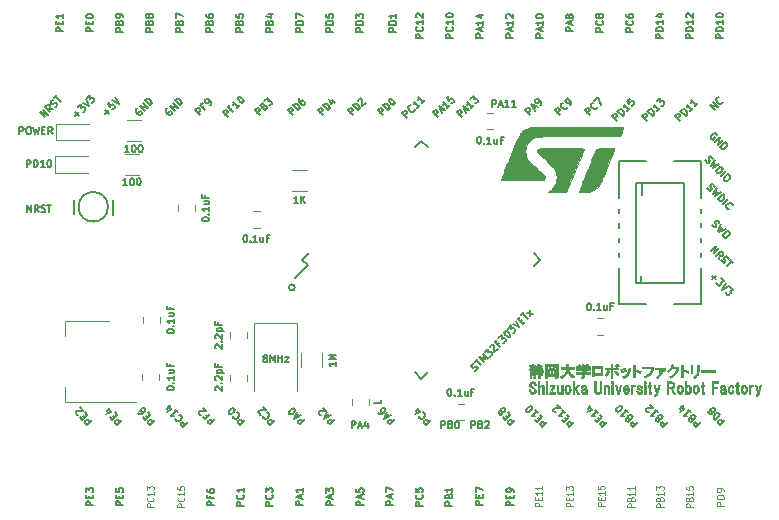
<source format=gto>
G04 #@! TF.GenerationSoftware,KiCad,Pcbnew,(6.0.0-rc1-dev-1521-g81a0ab4d7)*
G04 #@! TF.CreationDate,2019-02-16T05:45:15+09:00
G04 #@! TF.ProjectId,STM32F303VET6,53544d33-3246-4333-9033-564554362e6b,rev?*
G04 #@! TF.SameCoordinates,Original*
G04 #@! TF.FileFunction,Legend,Top*
G04 #@! TF.FilePolarity,Positive*
%FSLAX46Y46*%
G04 Gerber Fmt 4.6, Leading zero omitted, Abs format (unit mm)*
G04 Created by KiCad (PCBNEW (6.0.0-rc1-dev-1521-g81a0ab4d7)) date 2019/02/16 5:45:15*
%MOMM*%
%LPD*%
G04 APERTURE LIST*
%ADD10C,0.150000*%
%ADD11C,0.125000*%
%ADD12C,0.010000*%
%ADD13C,0.120000*%
G04 APERTURE END LIST*
D10*
X113881725Y-103680000D02*
G75*
G03X113881725Y-103680000I-261725J0D01*
G01*
X149212182Y-102682791D02*
X149535431Y-103006040D01*
X149212182Y-103006040D02*
X149535431Y-102682791D01*
X149959695Y-102905025D02*
X150222335Y-103167664D01*
X149919289Y-103187867D01*
X149979898Y-103248477D01*
X150000101Y-103309086D01*
X150000101Y-103349492D01*
X149979898Y-103410101D01*
X149878883Y-103511116D01*
X149818274Y-103531319D01*
X149777867Y-103531319D01*
X149717258Y-103511116D01*
X149596040Y-103389898D01*
X149575837Y-103329289D01*
X149575837Y-103288883D01*
X150343553Y-103288883D02*
X150060710Y-103854568D01*
X150626396Y-103571725D01*
X150727411Y-103672741D02*
X150990051Y-103935380D01*
X150687005Y-103955583D01*
X150747614Y-104016193D01*
X150767817Y-104076802D01*
X150767817Y-104117208D01*
X150747614Y-104177817D01*
X150646599Y-104278832D01*
X150585990Y-104299035D01*
X150545583Y-104299035D01*
X150484974Y-104278832D01*
X150363756Y-104157614D01*
X150343553Y-104097005D01*
X150343553Y-104056599D01*
X149101065Y-100554923D02*
X149525329Y-100130659D01*
X149343502Y-100797360D01*
X149767766Y-100373096D01*
X149787969Y-101241827D02*
X149848578Y-100898375D01*
X149545532Y-100999390D02*
X149969796Y-100575126D01*
X150131421Y-100736751D01*
X150151624Y-100797360D01*
X150151624Y-100837766D01*
X150131421Y-100898375D01*
X150070812Y-100958984D01*
X150010203Y-100979187D01*
X149969796Y-100979187D01*
X149909187Y-100958984D01*
X149747563Y-100797360D01*
X149969796Y-101383248D02*
X150010203Y-101464061D01*
X150111218Y-101565076D01*
X150171827Y-101585279D01*
X150212233Y-101585279D01*
X150272842Y-101565076D01*
X150313248Y-101524670D01*
X150333451Y-101464061D01*
X150333451Y-101423654D01*
X150313248Y-101363045D01*
X150252639Y-101262030D01*
X150232436Y-101201421D01*
X150232436Y-101161015D01*
X150252639Y-101100406D01*
X150293045Y-101059999D01*
X150353654Y-101039796D01*
X150394061Y-101039796D01*
X150454670Y-101060000D01*
X150555685Y-101161015D01*
X150596091Y-101241827D01*
X150737512Y-101342842D02*
X150979949Y-101585279D01*
X150434467Y-101888325D02*
X150858731Y-101464061D01*
X149202385Y-98355837D02*
X149242791Y-98436649D01*
X149343806Y-98537664D01*
X149404416Y-98557867D01*
X149444822Y-98557867D01*
X149505431Y-98537664D01*
X149545837Y-98497258D01*
X149566040Y-98436649D01*
X149566040Y-98396243D01*
X149545837Y-98335634D01*
X149485228Y-98234619D01*
X149465025Y-98174009D01*
X149465025Y-98133603D01*
X149485228Y-98072994D01*
X149525634Y-98032588D01*
X149586243Y-98012385D01*
X149626649Y-98012385D01*
X149687258Y-98032588D01*
X149788274Y-98133603D01*
X149828680Y-98214416D01*
X149990304Y-98335634D02*
X149667055Y-98860913D01*
X150050913Y-98638680D01*
X149828680Y-99022538D01*
X150353959Y-98699289D01*
X150596396Y-98941725D02*
X150677208Y-99022538D01*
X150697411Y-99083147D01*
X150697411Y-99163959D01*
X150636802Y-99264974D01*
X150495380Y-99406396D01*
X150394365Y-99467005D01*
X150313553Y-99467005D01*
X150252944Y-99446802D01*
X150172132Y-99365990D01*
X150151928Y-99305380D01*
X150151928Y-99224568D01*
X150212538Y-99123553D01*
X150353959Y-98982132D01*
X150454974Y-98921522D01*
X150535786Y-98921522D01*
X150596396Y-98941725D01*
X148799339Y-95282791D02*
X148839745Y-95363603D01*
X148940761Y-95464619D01*
X149001370Y-95484822D01*
X149041776Y-95484822D01*
X149102385Y-95464619D01*
X149142791Y-95424213D01*
X149162994Y-95363603D01*
X149162994Y-95323197D01*
X149142791Y-95262588D01*
X149082182Y-95161573D01*
X149061979Y-95100964D01*
X149061979Y-95060558D01*
X149082182Y-94999948D01*
X149122588Y-94959542D01*
X149183197Y-94939339D01*
X149223603Y-94939339D01*
X149284213Y-94959542D01*
X149385228Y-95060558D01*
X149425634Y-95141370D01*
X149587258Y-95262588D02*
X149264009Y-95787867D01*
X149647867Y-95565634D01*
X149425634Y-95949492D01*
X149950913Y-95626243D01*
X149688274Y-96212132D02*
X150112538Y-95787867D01*
X150213553Y-95888883D01*
X150253959Y-95969695D01*
X150253959Y-96050507D01*
X150233756Y-96111116D01*
X150173147Y-96212132D01*
X150112538Y-96272741D01*
X150011522Y-96333350D01*
X149950913Y-96353553D01*
X149870101Y-96353553D01*
X149789289Y-96313147D01*
X149688274Y-96212132D01*
X150112538Y-96636396D02*
X150536802Y-96212132D01*
X150597411Y-97040457D02*
X150557005Y-97040457D01*
X150476193Y-97000051D01*
X150435786Y-96959644D01*
X150395380Y-96878832D01*
X150395380Y-96798020D01*
X150415583Y-96737411D01*
X150476193Y-96636396D01*
X150536802Y-96575786D01*
X150637817Y-96515177D01*
X150698426Y-96494974D01*
X150779238Y-96494974D01*
X150860051Y-96535380D01*
X150900457Y-96575786D01*
X150940863Y-96656599D01*
X150940863Y-96697005D01*
X148639238Y-92922690D02*
X148679644Y-93003502D01*
X148780659Y-93104517D01*
X148841268Y-93124720D01*
X148881674Y-93124720D01*
X148942284Y-93104517D01*
X148982690Y-93064111D01*
X149002893Y-93003502D01*
X149002893Y-92963096D01*
X148982690Y-92902487D01*
X148922081Y-92801471D01*
X148901877Y-92740862D01*
X148901877Y-92700456D01*
X148922081Y-92639847D01*
X148962487Y-92599441D01*
X149023096Y-92579238D01*
X149063502Y-92579238D01*
X149124111Y-92599441D01*
X149225126Y-92700456D01*
X149265532Y-92781268D01*
X149427157Y-92902487D02*
X149103908Y-93427766D01*
X149487766Y-93205532D01*
X149265532Y-93589390D01*
X149790812Y-93266142D01*
X149528172Y-93852030D02*
X149952436Y-93427766D01*
X150053451Y-93528781D01*
X150093857Y-93609593D01*
X150093857Y-93690406D01*
X150073654Y-93751015D01*
X150013045Y-93852030D01*
X149952436Y-93912639D01*
X149851421Y-93973248D01*
X149790812Y-93993451D01*
X149710000Y-93993451D01*
X149629187Y-93953045D01*
X149528172Y-93852030D01*
X149952436Y-94276294D02*
X150376700Y-93852030D01*
X150659543Y-94134873D02*
X150740355Y-94215685D01*
X150760558Y-94276294D01*
X150760558Y-94357106D01*
X150699949Y-94458122D01*
X150558528Y-94599543D01*
X150457512Y-94660152D01*
X150376700Y-94660152D01*
X150316091Y-94639949D01*
X150235279Y-94559137D01*
X150215076Y-94498528D01*
X150215076Y-94417715D01*
X150275685Y-94316700D01*
X150417106Y-94175279D01*
X150518122Y-94114670D01*
X150598934Y-94114670D01*
X150659543Y-94134873D01*
X149658883Y-90774619D02*
X149638680Y-90714009D01*
X149578071Y-90653400D01*
X149497258Y-90612994D01*
X149416446Y-90612994D01*
X149355837Y-90633197D01*
X149254822Y-90693806D01*
X149194213Y-90754416D01*
X149133603Y-90855431D01*
X149113400Y-90916040D01*
X149113400Y-90996852D01*
X149153806Y-91077664D01*
X149194213Y-91118071D01*
X149275025Y-91158477D01*
X149315431Y-91158477D01*
X149456852Y-91017055D01*
X149376040Y-90936243D01*
X149456852Y-91380710D02*
X149881116Y-90956446D01*
X149699289Y-91623147D01*
X150123553Y-91198883D01*
X149901319Y-91825177D02*
X150325583Y-91400913D01*
X150426599Y-91501928D01*
X150467005Y-91582741D01*
X150467005Y-91663553D01*
X150446802Y-91724162D01*
X150386193Y-91825177D01*
X150325583Y-91885786D01*
X150224568Y-91946396D01*
X150163959Y-91966599D01*
X150083147Y-91966599D01*
X150002335Y-91926193D01*
X149901319Y-91825177D01*
D11*
X150181428Y-122172857D02*
X149581428Y-122172857D01*
X149581428Y-121944285D01*
X149610000Y-121887142D01*
X149638571Y-121858571D01*
X149695714Y-121830000D01*
X149781428Y-121830000D01*
X149838571Y-121858571D01*
X149867142Y-121887142D01*
X149895714Y-121944285D01*
X149895714Y-122172857D01*
X150181428Y-121572857D02*
X149581428Y-121572857D01*
X149581428Y-121430000D01*
X149610000Y-121344285D01*
X149667142Y-121287142D01*
X149724285Y-121258571D01*
X149838571Y-121230000D01*
X149924285Y-121230000D01*
X150038571Y-121258571D01*
X150095714Y-121287142D01*
X150152857Y-121344285D01*
X150181428Y-121430000D01*
X150181428Y-121572857D01*
X150181428Y-120944285D02*
X150181428Y-120830000D01*
X150152857Y-120772857D01*
X150124285Y-120744285D01*
X150038571Y-120687142D01*
X149924285Y-120658571D01*
X149695714Y-120658571D01*
X149638571Y-120687142D01*
X149610000Y-120715714D01*
X149581428Y-120772857D01*
X149581428Y-120887142D01*
X149610000Y-120944285D01*
X149638571Y-120972857D01*
X149695714Y-121001428D01*
X149838571Y-121001428D01*
X149895714Y-120972857D01*
X149924285Y-120944285D01*
X149952857Y-120887142D01*
X149952857Y-120772857D01*
X149924285Y-120715714D01*
X149895714Y-120687142D01*
X149838571Y-120658571D01*
X147601428Y-122247142D02*
X147001428Y-122247142D01*
X147001428Y-122056666D01*
X147030000Y-122009047D01*
X147058571Y-121985238D01*
X147115714Y-121961428D01*
X147201428Y-121961428D01*
X147258571Y-121985238D01*
X147287142Y-122009047D01*
X147315714Y-122056666D01*
X147315714Y-122247142D01*
X147287142Y-121580476D02*
X147315714Y-121509047D01*
X147344285Y-121485238D01*
X147401428Y-121461428D01*
X147487142Y-121461428D01*
X147544285Y-121485238D01*
X147572857Y-121509047D01*
X147601428Y-121556666D01*
X147601428Y-121747142D01*
X147001428Y-121747142D01*
X147001428Y-121580476D01*
X147030000Y-121532857D01*
X147058571Y-121509047D01*
X147115714Y-121485238D01*
X147172857Y-121485238D01*
X147230000Y-121509047D01*
X147258571Y-121532857D01*
X147287142Y-121580476D01*
X147287142Y-121747142D01*
X147601428Y-120985238D02*
X147601428Y-121270952D01*
X147601428Y-121128095D02*
X147001428Y-121128095D01*
X147087142Y-121175714D01*
X147144285Y-121223333D01*
X147172857Y-121270952D01*
X147001428Y-120532857D02*
X147001428Y-120770952D01*
X147287142Y-120794761D01*
X147258571Y-120770952D01*
X147230000Y-120723333D01*
X147230000Y-120604285D01*
X147258571Y-120556666D01*
X147287142Y-120532857D01*
X147344285Y-120509047D01*
X147487142Y-120509047D01*
X147544285Y-120532857D01*
X147572857Y-120556666D01*
X147601428Y-120604285D01*
X147601428Y-120723333D01*
X147572857Y-120770952D01*
X147544285Y-120794761D01*
X145091428Y-122247142D02*
X144491428Y-122247142D01*
X144491428Y-122056666D01*
X144520000Y-122009047D01*
X144548571Y-121985238D01*
X144605714Y-121961428D01*
X144691428Y-121961428D01*
X144748571Y-121985238D01*
X144777142Y-122009047D01*
X144805714Y-122056666D01*
X144805714Y-122247142D01*
X144777142Y-121580476D02*
X144805714Y-121509047D01*
X144834285Y-121485238D01*
X144891428Y-121461428D01*
X144977142Y-121461428D01*
X145034285Y-121485238D01*
X145062857Y-121509047D01*
X145091428Y-121556666D01*
X145091428Y-121747142D01*
X144491428Y-121747142D01*
X144491428Y-121580476D01*
X144520000Y-121532857D01*
X144548571Y-121509047D01*
X144605714Y-121485238D01*
X144662857Y-121485238D01*
X144720000Y-121509047D01*
X144748571Y-121532857D01*
X144777142Y-121580476D01*
X144777142Y-121747142D01*
X145091428Y-120985238D02*
X145091428Y-121270952D01*
X145091428Y-121128095D02*
X144491428Y-121128095D01*
X144577142Y-121175714D01*
X144634285Y-121223333D01*
X144662857Y-121270952D01*
X144491428Y-120818571D02*
X144491428Y-120509047D01*
X144720000Y-120675714D01*
X144720000Y-120604285D01*
X144748571Y-120556666D01*
X144777142Y-120532857D01*
X144834285Y-120509047D01*
X144977142Y-120509047D01*
X145034285Y-120532857D01*
X145062857Y-120556666D01*
X145091428Y-120604285D01*
X145091428Y-120747142D01*
X145062857Y-120794761D01*
X145034285Y-120818571D01*
X142641428Y-122247142D02*
X142041428Y-122247142D01*
X142041428Y-122056666D01*
X142070000Y-122009047D01*
X142098571Y-121985238D01*
X142155714Y-121961428D01*
X142241428Y-121961428D01*
X142298571Y-121985238D01*
X142327142Y-122009047D01*
X142355714Y-122056666D01*
X142355714Y-122247142D01*
X142327142Y-121580476D02*
X142355714Y-121509047D01*
X142384285Y-121485238D01*
X142441428Y-121461428D01*
X142527142Y-121461428D01*
X142584285Y-121485238D01*
X142612857Y-121509047D01*
X142641428Y-121556666D01*
X142641428Y-121747142D01*
X142041428Y-121747142D01*
X142041428Y-121580476D01*
X142070000Y-121532857D01*
X142098571Y-121509047D01*
X142155714Y-121485238D01*
X142212857Y-121485238D01*
X142270000Y-121509047D01*
X142298571Y-121532857D01*
X142327142Y-121580476D01*
X142327142Y-121747142D01*
X142641428Y-120985238D02*
X142641428Y-121270952D01*
X142641428Y-121128095D02*
X142041428Y-121128095D01*
X142127142Y-121175714D01*
X142184285Y-121223333D01*
X142212857Y-121270952D01*
X142641428Y-120509047D02*
X142641428Y-120794761D01*
X142641428Y-120651904D02*
X142041428Y-120651904D01*
X142127142Y-120699523D01*
X142184285Y-120747142D01*
X142212857Y-120794761D01*
X140121428Y-122163333D02*
X139521428Y-122163333D01*
X139521428Y-121972857D01*
X139550000Y-121925238D01*
X139578571Y-121901428D01*
X139635714Y-121877619D01*
X139721428Y-121877619D01*
X139778571Y-121901428D01*
X139807142Y-121925238D01*
X139835714Y-121972857D01*
X139835714Y-122163333D01*
X139807142Y-121663333D02*
X139807142Y-121496666D01*
X140121428Y-121425238D02*
X140121428Y-121663333D01*
X139521428Y-121663333D01*
X139521428Y-121425238D01*
X140121428Y-120949047D02*
X140121428Y-121234761D01*
X140121428Y-121091904D02*
X139521428Y-121091904D01*
X139607142Y-121139523D01*
X139664285Y-121187142D01*
X139692857Y-121234761D01*
X139521428Y-120496666D02*
X139521428Y-120734761D01*
X139807142Y-120758571D01*
X139778571Y-120734761D01*
X139750000Y-120687142D01*
X139750000Y-120568095D01*
X139778571Y-120520476D01*
X139807142Y-120496666D01*
X139864285Y-120472857D01*
X140007142Y-120472857D01*
X140064285Y-120496666D01*
X140092857Y-120520476D01*
X140121428Y-120568095D01*
X140121428Y-120687142D01*
X140092857Y-120734761D01*
X140064285Y-120758571D01*
X137441428Y-122203333D02*
X136841428Y-122203333D01*
X136841428Y-122012857D01*
X136870000Y-121965238D01*
X136898571Y-121941428D01*
X136955714Y-121917619D01*
X137041428Y-121917619D01*
X137098571Y-121941428D01*
X137127142Y-121965238D01*
X137155714Y-122012857D01*
X137155714Y-122203333D01*
X137127142Y-121703333D02*
X137127142Y-121536666D01*
X137441428Y-121465238D02*
X137441428Y-121703333D01*
X136841428Y-121703333D01*
X136841428Y-121465238D01*
X137441428Y-120989047D02*
X137441428Y-121274761D01*
X137441428Y-121131904D02*
X136841428Y-121131904D01*
X136927142Y-121179523D01*
X136984285Y-121227142D01*
X137012857Y-121274761D01*
X136841428Y-120822380D02*
X136841428Y-120512857D01*
X137070000Y-120679523D01*
X137070000Y-120608095D01*
X137098571Y-120560476D01*
X137127142Y-120536666D01*
X137184285Y-120512857D01*
X137327142Y-120512857D01*
X137384285Y-120536666D01*
X137412857Y-120560476D01*
X137441428Y-120608095D01*
X137441428Y-120750952D01*
X137412857Y-120798571D01*
X137384285Y-120822380D01*
X134811428Y-122183333D02*
X134211428Y-122183333D01*
X134211428Y-121992857D01*
X134240000Y-121945238D01*
X134268571Y-121921428D01*
X134325714Y-121897619D01*
X134411428Y-121897619D01*
X134468571Y-121921428D01*
X134497142Y-121945238D01*
X134525714Y-121992857D01*
X134525714Y-122183333D01*
X134497142Y-121683333D02*
X134497142Y-121516666D01*
X134811428Y-121445238D02*
X134811428Y-121683333D01*
X134211428Y-121683333D01*
X134211428Y-121445238D01*
X134811428Y-120969047D02*
X134811428Y-121254761D01*
X134811428Y-121111904D02*
X134211428Y-121111904D01*
X134297142Y-121159523D01*
X134354285Y-121207142D01*
X134382857Y-121254761D01*
X134811428Y-120492857D02*
X134811428Y-120778571D01*
X134811428Y-120635714D02*
X134211428Y-120635714D01*
X134297142Y-120683333D01*
X134354285Y-120730952D01*
X134382857Y-120778571D01*
D10*
X132391428Y-122134285D02*
X131791428Y-122134285D01*
X131791428Y-121905714D01*
X131820000Y-121848571D01*
X131848571Y-121820000D01*
X131905714Y-121791428D01*
X131991428Y-121791428D01*
X132048571Y-121820000D01*
X132077142Y-121848571D01*
X132105714Y-121905714D01*
X132105714Y-122134285D01*
X132077142Y-121534285D02*
X132077142Y-121334285D01*
X132391428Y-121248571D02*
X132391428Y-121534285D01*
X131791428Y-121534285D01*
X131791428Y-121248571D01*
X132391428Y-120962857D02*
X132391428Y-120848571D01*
X132362857Y-120791428D01*
X132334285Y-120762857D01*
X132248571Y-120705714D01*
X132134285Y-120677142D01*
X131905714Y-120677142D01*
X131848571Y-120705714D01*
X131820000Y-120734285D01*
X131791428Y-120791428D01*
X131791428Y-120905714D01*
X131820000Y-120962857D01*
X131848571Y-120991428D01*
X131905714Y-121020000D01*
X132048571Y-121020000D01*
X132105714Y-120991428D01*
X132134285Y-120962857D01*
X132162857Y-120905714D01*
X132162857Y-120791428D01*
X132134285Y-120734285D01*
X132105714Y-120705714D01*
X132048571Y-120677142D01*
X129791428Y-122064285D02*
X129191428Y-122064285D01*
X129191428Y-121835714D01*
X129220000Y-121778571D01*
X129248571Y-121750000D01*
X129305714Y-121721428D01*
X129391428Y-121721428D01*
X129448571Y-121750000D01*
X129477142Y-121778571D01*
X129505714Y-121835714D01*
X129505714Y-122064285D01*
X129477142Y-121464285D02*
X129477142Y-121264285D01*
X129791428Y-121178571D02*
X129791428Y-121464285D01*
X129191428Y-121464285D01*
X129191428Y-121178571D01*
X129191428Y-120978571D02*
X129191428Y-120578571D01*
X129791428Y-120835714D01*
X127211428Y-122142857D02*
X126611428Y-122142857D01*
X126611428Y-121914285D01*
X126640000Y-121857142D01*
X126668571Y-121828571D01*
X126725714Y-121800000D01*
X126811428Y-121800000D01*
X126868571Y-121828571D01*
X126897142Y-121857142D01*
X126925714Y-121914285D01*
X126925714Y-122142857D01*
X126897142Y-121342857D02*
X126925714Y-121257142D01*
X126954285Y-121228571D01*
X127011428Y-121200000D01*
X127097142Y-121200000D01*
X127154285Y-121228571D01*
X127182857Y-121257142D01*
X127211428Y-121314285D01*
X127211428Y-121542857D01*
X126611428Y-121542857D01*
X126611428Y-121342857D01*
X126640000Y-121285714D01*
X126668571Y-121257142D01*
X126725714Y-121228571D01*
X126782857Y-121228571D01*
X126840000Y-121257142D01*
X126868571Y-121285714D01*
X126897142Y-121342857D01*
X126897142Y-121542857D01*
X127211428Y-120628571D02*
X127211428Y-120971428D01*
X127211428Y-120800000D02*
X126611428Y-120800000D01*
X126697142Y-120857142D01*
X126754285Y-120914285D01*
X126782857Y-120971428D01*
X124711428Y-122162857D02*
X124111428Y-122162857D01*
X124111428Y-121934285D01*
X124140000Y-121877142D01*
X124168571Y-121848571D01*
X124225714Y-121820000D01*
X124311428Y-121820000D01*
X124368571Y-121848571D01*
X124397142Y-121877142D01*
X124425714Y-121934285D01*
X124425714Y-122162857D01*
X124654285Y-121220000D02*
X124682857Y-121248571D01*
X124711428Y-121334285D01*
X124711428Y-121391428D01*
X124682857Y-121477142D01*
X124625714Y-121534285D01*
X124568571Y-121562857D01*
X124454285Y-121591428D01*
X124368571Y-121591428D01*
X124254285Y-121562857D01*
X124197142Y-121534285D01*
X124140000Y-121477142D01*
X124111428Y-121391428D01*
X124111428Y-121334285D01*
X124140000Y-121248571D01*
X124168571Y-121220000D01*
X124111428Y-120677142D02*
X124111428Y-120962857D01*
X124397142Y-120991428D01*
X124368571Y-120962857D01*
X124340000Y-120905714D01*
X124340000Y-120762857D01*
X124368571Y-120705714D01*
X124397142Y-120677142D01*
X124454285Y-120648571D01*
X124597142Y-120648571D01*
X124654285Y-120677142D01*
X124682857Y-120705714D01*
X124711428Y-120762857D01*
X124711428Y-120905714D01*
X124682857Y-120962857D01*
X124654285Y-120991428D01*
X122221428Y-122070000D02*
X121621428Y-122070000D01*
X121621428Y-121841428D01*
X121650000Y-121784285D01*
X121678571Y-121755714D01*
X121735714Y-121727142D01*
X121821428Y-121727142D01*
X121878571Y-121755714D01*
X121907142Y-121784285D01*
X121935714Y-121841428D01*
X121935714Y-122070000D01*
X122050000Y-121498571D02*
X122050000Y-121212857D01*
X122221428Y-121555714D02*
X121621428Y-121355714D01*
X122221428Y-121155714D01*
X121621428Y-121012857D02*
X121621428Y-120612857D01*
X122221428Y-120870000D01*
X119691428Y-122120000D02*
X119091428Y-122120000D01*
X119091428Y-121891428D01*
X119120000Y-121834285D01*
X119148571Y-121805714D01*
X119205714Y-121777142D01*
X119291428Y-121777142D01*
X119348571Y-121805714D01*
X119377142Y-121834285D01*
X119405714Y-121891428D01*
X119405714Y-122120000D01*
X119520000Y-121548571D02*
X119520000Y-121262857D01*
X119691428Y-121605714D02*
X119091428Y-121405714D01*
X119691428Y-121205714D01*
X119091428Y-120720000D02*
X119091428Y-121005714D01*
X119377142Y-121034285D01*
X119348571Y-121005714D01*
X119320000Y-120948571D01*
X119320000Y-120805714D01*
X119348571Y-120748571D01*
X119377142Y-120720000D01*
X119434285Y-120691428D01*
X119577142Y-120691428D01*
X119634285Y-120720000D01*
X119662857Y-120748571D01*
X119691428Y-120805714D01*
X119691428Y-120948571D01*
X119662857Y-121005714D01*
X119634285Y-121034285D01*
X117131428Y-122100000D02*
X116531428Y-122100000D01*
X116531428Y-121871428D01*
X116560000Y-121814285D01*
X116588571Y-121785714D01*
X116645714Y-121757142D01*
X116731428Y-121757142D01*
X116788571Y-121785714D01*
X116817142Y-121814285D01*
X116845714Y-121871428D01*
X116845714Y-122100000D01*
X116960000Y-121528571D02*
X116960000Y-121242857D01*
X117131428Y-121585714D02*
X116531428Y-121385714D01*
X117131428Y-121185714D01*
X116531428Y-121042857D02*
X116531428Y-120671428D01*
X116760000Y-120871428D01*
X116760000Y-120785714D01*
X116788571Y-120728571D01*
X116817142Y-120700000D01*
X116874285Y-120671428D01*
X117017142Y-120671428D01*
X117074285Y-120700000D01*
X117102857Y-120728571D01*
X117131428Y-120785714D01*
X117131428Y-120957142D01*
X117102857Y-121014285D01*
X117074285Y-121042857D01*
X114551428Y-122120000D02*
X113951428Y-122120000D01*
X113951428Y-121891428D01*
X113980000Y-121834285D01*
X114008571Y-121805714D01*
X114065714Y-121777142D01*
X114151428Y-121777142D01*
X114208571Y-121805714D01*
X114237142Y-121834285D01*
X114265714Y-121891428D01*
X114265714Y-122120000D01*
X114380000Y-121548571D02*
X114380000Y-121262857D01*
X114551428Y-121605714D02*
X113951428Y-121405714D01*
X114551428Y-121205714D01*
X114551428Y-120691428D02*
X114551428Y-121034285D01*
X114551428Y-120862857D02*
X113951428Y-120862857D01*
X114037142Y-120920000D01*
X114094285Y-120977142D01*
X114122857Y-121034285D01*
X112011428Y-122162857D02*
X111411428Y-122162857D01*
X111411428Y-121934285D01*
X111440000Y-121877142D01*
X111468571Y-121848571D01*
X111525714Y-121820000D01*
X111611428Y-121820000D01*
X111668571Y-121848571D01*
X111697142Y-121877142D01*
X111725714Y-121934285D01*
X111725714Y-122162857D01*
X111954285Y-121220000D02*
X111982857Y-121248571D01*
X112011428Y-121334285D01*
X112011428Y-121391428D01*
X111982857Y-121477142D01*
X111925714Y-121534285D01*
X111868571Y-121562857D01*
X111754285Y-121591428D01*
X111668571Y-121591428D01*
X111554285Y-121562857D01*
X111497142Y-121534285D01*
X111440000Y-121477142D01*
X111411428Y-121391428D01*
X111411428Y-121334285D01*
X111440000Y-121248571D01*
X111468571Y-121220000D01*
X111411428Y-121020000D02*
X111411428Y-120648571D01*
X111640000Y-120848571D01*
X111640000Y-120762857D01*
X111668571Y-120705714D01*
X111697142Y-120677142D01*
X111754285Y-120648571D01*
X111897142Y-120648571D01*
X111954285Y-120677142D01*
X111982857Y-120705714D01*
X112011428Y-120762857D01*
X112011428Y-120934285D01*
X111982857Y-120991428D01*
X111954285Y-121020000D01*
X109551428Y-122182857D02*
X108951428Y-122182857D01*
X108951428Y-121954285D01*
X108980000Y-121897142D01*
X109008571Y-121868571D01*
X109065714Y-121840000D01*
X109151428Y-121840000D01*
X109208571Y-121868571D01*
X109237142Y-121897142D01*
X109265714Y-121954285D01*
X109265714Y-122182857D01*
X109494285Y-121240000D02*
X109522857Y-121268571D01*
X109551428Y-121354285D01*
X109551428Y-121411428D01*
X109522857Y-121497142D01*
X109465714Y-121554285D01*
X109408571Y-121582857D01*
X109294285Y-121611428D01*
X109208571Y-121611428D01*
X109094285Y-121582857D01*
X109037142Y-121554285D01*
X108980000Y-121497142D01*
X108951428Y-121411428D01*
X108951428Y-121354285D01*
X108980000Y-121268571D01*
X109008571Y-121240000D01*
X109551428Y-120668571D02*
X109551428Y-121011428D01*
X109551428Y-120840000D02*
X108951428Y-120840000D01*
X109037142Y-120897142D01*
X109094285Y-120954285D01*
X109122857Y-121011428D01*
X107041428Y-122140000D02*
X106441428Y-122140000D01*
X106441428Y-121911428D01*
X106470000Y-121854285D01*
X106498571Y-121825714D01*
X106555714Y-121797142D01*
X106641428Y-121797142D01*
X106698571Y-121825714D01*
X106727142Y-121854285D01*
X106755714Y-121911428D01*
X106755714Y-122140000D01*
X106727142Y-121340000D02*
X106727142Y-121540000D01*
X107041428Y-121540000D02*
X106441428Y-121540000D01*
X106441428Y-121254285D01*
X106441428Y-120768571D02*
X106441428Y-120882857D01*
X106470000Y-120940000D01*
X106498571Y-120968571D01*
X106584285Y-121025714D01*
X106698571Y-121054285D01*
X106927142Y-121054285D01*
X106984285Y-121025714D01*
X107012857Y-120997142D01*
X107041428Y-120940000D01*
X107041428Y-120825714D01*
X107012857Y-120768571D01*
X106984285Y-120740000D01*
X106927142Y-120711428D01*
X106784285Y-120711428D01*
X106727142Y-120740000D01*
X106698571Y-120768571D01*
X106670000Y-120825714D01*
X106670000Y-120940000D01*
X106698571Y-120997142D01*
X106727142Y-121025714D01*
X106784285Y-121054285D01*
X99321428Y-122114285D02*
X98721428Y-122114285D01*
X98721428Y-121885714D01*
X98750000Y-121828571D01*
X98778571Y-121800000D01*
X98835714Y-121771428D01*
X98921428Y-121771428D01*
X98978571Y-121800000D01*
X99007142Y-121828571D01*
X99035714Y-121885714D01*
X99035714Y-122114285D01*
X99007142Y-121514285D02*
X99007142Y-121314285D01*
X99321428Y-121228571D02*
X99321428Y-121514285D01*
X98721428Y-121514285D01*
X98721428Y-121228571D01*
X98721428Y-120685714D02*
X98721428Y-120971428D01*
X99007142Y-121000000D01*
X98978571Y-120971428D01*
X98950000Y-120914285D01*
X98950000Y-120771428D01*
X98978571Y-120714285D01*
X99007142Y-120685714D01*
X99064285Y-120657142D01*
X99207142Y-120657142D01*
X99264285Y-120685714D01*
X99292857Y-120714285D01*
X99321428Y-120771428D01*
X99321428Y-120914285D01*
X99292857Y-120971428D01*
X99264285Y-121000000D01*
D11*
X104521428Y-122257142D02*
X103921428Y-122257142D01*
X103921428Y-122066666D01*
X103950000Y-122019047D01*
X103978571Y-121995238D01*
X104035714Y-121971428D01*
X104121428Y-121971428D01*
X104178571Y-121995238D01*
X104207142Y-122019047D01*
X104235714Y-122066666D01*
X104235714Y-122257142D01*
X104464285Y-121471428D02*
X104492857Y-121495238D01*
X104521428Y-121566666D01*
X104521428Y-121614285D01*
X104492857Y-121685714D01*
X104435714Y-121733333D01*
X104378571Y-121757142D01*
X104264285Y-121780952D01*
X104178571Y-121780952D01*
X104064285Y-121757142D01*
X104007142Y-121733333D01*
X103950000Y-121685714D01*
X103921428Y-121614285D01*
X103921428Y-121566666D01*
X103950000Y-121495238D01*
X103978571Y-121471428D01*
X104521428Y-120995238D02*
X104521428Y-121280952D01*
X104521428Y-121138095D02*
X103921428Y-121138095D01*
X104007142Y-121185714D01*
X104064285Y-121233333D01*
X104092857Y-121280952D01*
X103921428Y-120542857D02*
X103921428Y-120780952D01*
X104207142Y-120804761D01*
X104178571Y-120780952D01*
X104150000Y-120733333D01*
X104150000Y-120614285D01*
X104178571Y-120566666D01*
X104207142Y-120542857D01*
X104264285Y-120519047D01*
X104407142Y-120519047D01*
X104464285Y-120542857D01*
X104492857Y-120566666D01*
X104521428Y-120614285D01*
X104521428Y-120733333D01*
X104492857Y-120780952D01*
X104464285Y-120804761D01*
X101921428Y-122257142D02*
X101321428Y-122257142D01*
X101321428Y-122066666D01*
X101350000Y-122019047D01*
X101378571Y-121995238D01*
X101435714Y-121971428D01*
X101521428Y-121971428D01*
X101578571Y-121995238D01*
X101607142Y-122019047D01*
X101635714Y-122066666D01*
X101635714Y-122257142D01*
X101864285Y-121471428D02*
X101892857Y-121495238D01*
X101921428Y-121566666D01*
X101921428Y-121614285D01*
X101892857Y-121685714D01*
X101835714Y-121733333D01*
X101778571Y-121757142D01*
X101664285Y-121780952D01*
X101578571Y-121780952D01*
X101464285Y-121757142D01*
X101407142Y-121733333D01*
X101350000Y-121685714D01*
X101321428Y-121614285D01*
X101321428Y-121566666D01*
X101350000Y-121495238D01*
X101378571Y-121471428D01*
X101921428Y-120995238D02*
X101921428Y-121280952D01*
X101921428Y-121138095D02*
X101321428Y-121138095D01*
X101407142Y-121185714D01*
X101464285Y-121233333D01*
X101492857Y-121280952D01*
X101321428Y-120828571D02*
X101321428Y-120519047D01*
X101550000Y-120685714D01*
X101550000Y-120614285D01*
X101578571Y-120566666D01*
X101607142Y-120542857D01*
X101664285Y-120519047D01*
X101807142Y-120519047D01*
X101864285Y-120542857D01*
X101892857Y-120566666D01*
X101921428Y-120614285D01*
X101921428Y-120757142D01*
X101892857Y-120804761D01*
X101864285Y-120828571D01*
D10*
X99331428Y-122126285D02*
X98731428Y-122126285D01*
X98731428Y-121897714D01*
X98760000Y-121840571D01*
X98788571Y-121812000D01*
X98845714Y-121783428D01*
X98931428Y-121783428D01*
X98988571Y-121812000D01*
X99017142Y-121840571D01*
X99045714Y-121897714D01*
X99045714Y-122126285D01*
X99017142Y-121526285D02*
X99017142Y-121326285D01*
X99331428Y-121240571D02*
X99331428Y-121526285D01*
X98731428Y-121526285D01*
X98731428Y-121240571D01*
X98731428Y-120697714D02*
X98731428Y-120983428D01*
X99017142Y-121012000D01*
X98988571Y-120983428D01*
X98960000Y-120926285D01*
X98960000Y-120783428D01*
X98988571Y-120726285D01*
X99017142Y-120697714D01*
X99074285Y-120669142D01*
X99217142Y-120669142D01*
X99274285Y-120697714D01*
X99302857Y-120726285D01*
X99331428Y-120783428D01*
X99331428Y-120926285D01*
X99302857Y-120983428D01*
X99274285Y-121012000D01*
X96791428Y-122126285D02*
X96191428Y-122126285D01*
X96191428Y-121897714D01*
X96220000Y-121840571D01*
X96248571Y-121812000D01*
X96305714Y-121783428D01*
X96391428Y-121783428D01*
X96448571Y-121812000D01*
X96477142Y-121840571D01*
X96505714Y-121897714D01*
X96505714Y-122126285D01*
X96477142Y-121526285D02*
X96477142Y-121326285D01*
X96791428Y-121240571D02*
X96791428Y-121526285D01*
X96191428Y-121526285D01*
X96191428Y-121240571D01*
X96191428Y-121040571D02*
X96191428Y-120669142D01*
X96420000Y-120869142D01*
X96420000Y-120783428D01*
X96448571Y-120726285D01*
X96477142Y-120697714D01*
X96534285Y-120669142D01*
X96677142Y-120669142D01*
X96734285Y-120697714D01*
X96762857Y-120726285D01*
X96791428Y-120783428D01*
X96791428Y-120954857D01*
X96762857Y-121012000D01*
X96734285Y-121040571D01*
X150323208Y-114887350D02*
X149898944Y-115311614D01*
X149737319Y-115149990D01*
X149717116Y-115089380D01*
X149717116Y-115048974D01*
X149737319Y-114988365D01*
X149797928Y-114927756D01*
X149858538Y-114907553D01*
X149898944Y-114907553D01*
X149959553Y-114927756D01*
X150121177Y-115089380D01*
X149898944Y-114463086D02*
X149474680Y-114887350D01*
X149373664Y-114786335D01*
X149333258Y-114705522D01*
X149333258Y-114624710D01*
X149353461Y-114564101D01*
X149414071Y-114463086D01*
X149474680Y-114402477D01*
X149575695Y-114341867D01*
X149636304Y-114321664D01*
X149717116Y-114321664D01*
X149797928Y-114362071D01*
X149898944Y-114463086D01*
X149171634Y-114220649D02*
X149191837Y-114281258D01*
X149191837Y-114321664D01*
X149171634Y-114382274D01*
X149151431Y-114402477D01*
X149090822Y-114422680D01*
X149050416Y-114422680D01*
X148989806Y-114402477D01*
X148908994Y-114321664D01*
X148888791Y-114261055D01*
X148888791Y-114220649D01*
X148908994Y-114160040D01*
X148929197Y-114139837D01*
X148989806Y-114119634D01*
X149030213Y-114119634D01*
X149090822Y-114139837D01*
X149171634Y-114220649D01*
X149232243Y-114240852D01*
X149272649Y-114240852D01*
X149333258Y-114220649D01*
X149414071Y-114139837D01*
X149434274Y-114079228D01*
X149434274Y-114038822D01*
X149414071Y-113978213D01*
X149333258Y-113897400D01*
X149272649Y-113877197D01*
X149232243Y-113877197D01*
X149171634Y-113897400D01*
X149090822Y-113978213D01*
X149070619Y-114038822D01*
X149070619Y-114079228D01*
X149090822Y-114139837D01*
X148239238Y-115089380D02*
X147814974Y-115513644D01*
X147653350Y-115352020D01*
X147633147Y-115291411D01*
X147633147Y-115251005D01*
X147653350Y-115190396D01*
X147713959Y-115129786D01*
X147774568Y-115109583D01*
X147814974Y-115109583D01*
X147875583Y-115129786D01*
X148037208Y-115291411D01*
X147451319Y-114745928D02*
X147410913Y-114665116D01*
X147410913Y-114624710D01*
X147431116Y-114564101D01*
X147491725Y-114503492D01*
X147552335Y-114483289D01*
X147592741Y-114483289D01*
X147653350Y-114503492D01*
X147814974Y-114665116D01*
X147390710Y-115089380D01*
X147249289Y-114947959D01*
X147229086Y-114887350D01*
X147229086Y-114846944D01*
X147249289Y-114786335D01*
X147289695Y-114745928D01*
X147350304Y-114725725D01*
X147390710Y-114725725D01*
X147451319Y-114745928D01*
X147592741Y-114887350D01*
X147168477Y-114018619D02*
X147410913Y-114261055D01*
X147289695Y-114139837D02*
X146865431Y-114564101D01*
X146966446Y-114543898D01*
X147047258Y-114543898D01*
X147107867Y-114564101D01*
X146521979Y-113937806D02*
X146804822Y-113654964D01*
X146461370Y-114200446D02*
X146865431Y-113998416D01*
X146602791Y-113735776D01*
X145445238Y-115089380D02*
X145020974Y-115513644D01*
X144859350Y-115352020D01*
X144839147Y-115291411D01*
X144839147Y-115251005D01*
X144859350Y-115190396D01*
X144919959Y-115129786D01*
X144980568Y-115109583D01*
X145020974Y-115109583D01*
X145081583Y-115129786D01*
X145243208Y-115291411D01*
X144657319Y-114745928D02*
X144616913Y-114665116D01*
X144616913Y-114624710D01*
X144637116Y-114564101D01*
X144697725Y-114503492D01*
X144758335Y-114483289D01*
X144798741Y-114483289D01*
X144859350Y-114503492D01*
X145020974Y-114665116D01*
X144596710Y-115089380D01*
X144455289Y-114947959D01*
X144435086Y-114887350D01*
X144435086Y-114846944D01*
X144455289Y-114786335D01*
X144495695Y-114745928D01*
X144556304Y-114725725D01*
X144596710Y-114725725D01*
X144657319Y-114745928D01*
X144798741Y-114887350D01*
X144374477Y-114018619D02*
X144616913Y-114261055D01*
X144495695Y-114139837D02*
X144071431Y-114564101D01*
X144172446Y-114543898D01*
X144253258Y-114543898D01*
X144313867Y-114564101D01*
X143828994Y-114240852D02*
X143788588Y-114240852D01*
X143727979Y-114220649D01*
X143626964Y-114119634D01*
X143606761Y-114059025D01*
X143606761Y-114018619D01*
X143626964Y-113958009D01*
X143667370Y-113917603D01*
X143748182Y-113877197D01*
X144233055Y-113877197D01*
X143970416Y-113614558D01*
X142905238Y-115089380D02*
X142480974Y-115513644D01*
X142319350Y-115352020D01*
X142299147Y-115291411D01*
X142299147Y-115251005D01*
X142319350Y-115190396D01*
X142379959Y-115129786D01*
X142440568Y-115109583D01*
X142480974Y-115109583D01*
X142541583Y-115129786D01*
X142703208Y-115291411D01*
X142117319Y-114745928D02*
X142076913Y-114665116D01*
X142076913Y-114624710D01*
X142097116Y-114564101D01*
X142157725Y-114503492D01*
X142218335Y-114483289D01*
X142258741Y-114483289D01*
X142319350Y-114503492D01*
X142480974Y-114665116D01*
X142056710Y-115089380D01*
X141915289Y-114947959D01*
X141895086Y-114887350D01*
X141895086Y-114846944D01*
X141915289Y-114786335D01*
X141955695Y-114745928D01*
X142016304Y-114725725D01*
X142056710Y-114725725D01*
X142117319Y-114745928D01*
X142258741Y-114887350D01*
X141834477Y-114018619D02*
X142076913Y-114261055D01*
X141955695Y-114139837D02*
X141531431Y-114564101D01*
X141632446Y-114543898D01*
X141713258Y-114543898D01*
X141773867Y-114564101D01*
X141147573Y-114180243D02*
X141107167Y-114139837D01*
X141086964Y-114079228D01*
X141086964Y-114038822D01*
X141107167Y-113978213D01*
X141167776Y-113877197D01*
X141268791Y-113776182D01*
X141369806Y-113715573D01*
X141430416Y-113695370D01*
X141470822Y-113695370D01*
X141531431Y-113715573D01*
X141571837Y-113755979D01*
X141592040Y-113816588D01*
X141592040Y-113856994D01*
X141571837Y-113917603D01*
X141511228Y-114018619D01*
X141410213Y-114119634D01*
X141309197Y-114180243D01*
X141248588Y-114200446D01*
X141208182Y-114200446D01*
X141147573Y-114180243D01*
X140345035Y-115069177D02*
X139920771Y-115493441D01*
X139759147Y-115331817D01*
X139738944Y-115271208D01*
X139738944Y-115230802D01*
X139759147Y-115170193D01*
X139819756Y-115109583D01*
X139880365Y-115089380D01*
X139920771Y-115089380D01*
X139981380Y-115109583D01*
X140143005Y-115271208D01*
X139698538Y-114867147D02*
X139557116Y-114725725D01*
X139718741Y-114442883D02*
X139920771Y-114644913D01*
X139496507Y-115069177D01*
X139294477Y-114867147D01*
X139314680Y-114038822D02*
X139557116Y-114281258D01*
X139435898Y-114160040D02*
X139011634Y-114584304D01*
X139112649Y-114564101D01*
X139193461Y-114564101D01*
X139254071Y-114584304D01*
X138668182Y-113958009D02*
X138951025Y-113675167D01*
X138607573Y-114220649D02*
X139011634Y-114018619D01*
X138748994Y-113755979D01*
X137551035Y-115069177D02*
X137126771Y-115493441D01*
X136965147Y-115331817D01*
X136944944Y-115271208D01*
X136944944Y-115230802D01*
X136965147Y-115170193D01*
X137025756Y-115109583D01*
X137086365Y-115089380D01*
X137126771Y-115089380D01*
X137187380Y-115109583D01*
X137349005Y-115271208D01*
X136904538Y-114867147D02*
X136763116Y-114725725D01*
X136924741Y-114442883D02*
X137126771Y-114644913D01*
X136702507Y-115069177D01*
X136500477Y-114867147D01*
X136520680Y-114038822D02*
X136763116Y-114281258D01*
X136641898Y-114160040D02*
X136217634Y-114584304D01*
X136318649Y-114564101D01*
X136399461Y-114564101D01*
X136460071Y-114584304D01*
X135975197Y-114261055D02*
X135934791Y-114261055D01*
X135874182Y-114240852D01*
X135773167Y-114139837D01*
X135752964Y-114079228D01*
X135752964Y-114038822D01*
X135773167Y-113978213D01*
X135813573Y-113937806D01*
X135894385Y-113897400D01*
X136379258Y-113897400D01*
X136116619Y-113634761D01*
X135265035Y-115069177D02*
X134840771Y-115493441D01*
X134679147Y-115331817D01*
X134658944Y-115271208D01*
X134658944Y-115230802D01*
X134679147Y-115170193D01*
X134739756Y-115109583D01*
X134800365Y-115089380D01*
X134840771Y-115089380D01*
X134901380Y-115109583D01*
X135063005Y-115271208D01*
X134618538Y-114867147D02*
X134477116Y-114725725D01*
X134638741Y-114442883D02*
X134840771Y-114644913D01*
X134416507Y-115069177D01*
X134214477Y-114867147D01*
X134234680Y-114038822D02*
X134477116Y-114281258D01*
X134355898Y-114160040D02*
X133931634Y-114584304D01*
X134032649Y-114564101D01*
X134113461Y-114564101D01*
X134174071Y-114584304D01*
X133547776Y-114200446D02*
X133507370Y-114160040D01*
X133487167Y-114099431D01*
X133487167Y-114059025D01*
X133507370Y-113998416D01*
X133567979Y-113897400D01*
X133668994Y-113796385D01*
X133770009Y-113735776D01*
X133830619Y-113715573D01*
X133871025Y-113715573D01*
X133931634Y-113735776D01*
X133972040Y-113776182D01*
X133992243Y-113836791D01*
X133992243Y-113877197D01*
X133972040Y-113937806D01*
X133911431Y-114038822D01*
X133810416Y-114139837D01*
X133709400Y-114200446D01*
X133648791Y-114220649D01*
X133608385Y-114220649D01*
X133547776Y-114200446D01*
X132523005Y-114867147D02*
X132098741Y-115291411D01*
X131937116Y-115129786D01*
X131916913Y-115069177D01*
X131916913Y-115028771D01*
X131937116Y-114968162D01*
X131997725Y-114907553D01*
X132058335Y-114887350D01*
X132098741Y-114887350D01*
X132159350Y-114907553D01*
X132320974Y-115069177D01*
X131876507Y-114665116D02*
X131735086Y-114523695D01*
X131896710Y-114240852D02*
X132098741Y-114442883D01*
X131674477Y-114867147D01*
X131472446Y-114665116D01*
X131411837Y-114240852D02*
X131432040Y-114301461D01*
X131432040Y-114341867D01*
X131411837Y-114402477D01*
X131391634Y-114422680D01*
X131331025Y-114442883D01*
X131290619Y-114442883D01*
X131230009Y-114422680D01*
X131149197Y-114341867D01*
X131128994Y-114281258D01*
X131128994Y-114240852D01*
X131149197Y-114180243D01*
X131169400Y-114160040D01*
X131230009Y-114139837D01*
X131270416Y-114139837D01*
X131331025Y-114160040D01*
X131411837Y-114240852D01*
X131472446Y-114261055D01*
X131512852Y-114261055D01*
X131573461Y-114240852D01*
X131654274Y-114160040D01*
X131674477Y-114099431D01*
X131674477Y-114059025D01*
X131654274Y-113998416D01*
X131573461Y-113917603D01*
X131512852Y-113897400D01*
X131472446Y-113897400D01*
X131411837Y-113917603D01*
X131331025Y-113998416D01*
X131310822Y-114059025D01*
X131310822Y-114099431D01*
X131331025Y-114160040D01*
X128797142Y-115587428D02*
X128797142Y-114987428D01*
X129025714Y-114987428D01*
X129082857Y-115016000D01*
X129111428Y-115044571D01*
X129140000Y-115101714D01*
X129140000Y-115187428D01*
X129111428Y-115244571D01*
X129082857Y-115273142D01*
X129025714Y-115301714D01*
X128797142Y-115301714D01*
X129597142Y-115273142D02*
X129682857Y-115301714D01*
X129711428Y-115330285D01*
X129740000Y-115387428D01*
X129740000Y-115473142D01*
X129711428Y-115530285D01*
X129682857Y-115558857D01*
X129625714Y-115587428D01*
X129397142Y-115587428D01*
X129397142Y-114987428D01*
X129597142Y-114987428D01*
X129654285Y-115016000D01*
X129682857Y-115044571D01*
X129711428Y-115101714D01*
X129711428Y-115158857D01*
X129682857Y-115216000D01*
X129654285Y-115244571D01*
X129597142Y-115273142D01*
X129397142Y-115273142D01*
X129968571Y-115044571D02*
X129997142Y-115016000D01*
X130054285Y-114987428D01*
X130197142Y-114987428D01*
X130254285Y-115016000D01*
X130282857Y-115044571D01*
X130311428Y-115101714D01*
X130311428Y-115158857D01*
X130282857Y-115244571D01*
X129940000Y-115587428D01*
X130311428Y-115587428D01*
X126257142Y-115587428D02*
X126257142Y-114987428D01*
X126485714Y-114987428D01*
X126542857Y-115016000D01*
X126571428Y-115044571D01*
X126600000Y-115101714D01*
X126600000Y-115187428D01*
X126571428Y-115244571D01*
X126542857Y-115273142D01*
X126485714Y-115301714D01*
X126257142Y-115301714D01*
X127057142Y-115273142D02*
X127142857Y-115301714D01*
X127171428Y-115330285D01*
X127200000Y-115387428D01*
X127200000Y-115473142D01*
X127171428Y-115530285D01*
X127142857Y-115558857D01*
X127085714Y-115587428D01*
X126857142Y-115587428D01*
X126857142Y-114987428D01*
X127057142Y-114987428D01*
X127114285Y-115016000D01*
X127142857Y-115044571D01*
X127171428Y-115101714D01*
X127171428Y-115158857D01*
X127142857Y-115216000D01*
X127114285Y-115244571D01*
X127057142Y-115273142D01*
X126857142Y-115273142D01*
X127571428Y-114987428D02*
X127628571Y-114987428D01*
X127685714Y-115016000D01*
X127714285Y-115044571D01*
X127742857Y-115101714D01*
X127771428Y-115216000D01*
X127771428Y-115358857D01*
X127742857Y-115473142D01*
X127714285Y-115530285D01*
X127685714Y-115558857D01*
X127628571Y-115587428D01*
X127571428Y-115587428D01*
X127514285Y-115558857D01*
X127485714Y-115530285D01*
X127457142Y-115473142D01*
X127428571Y-115358857D01*
X127428571Y-115216000D01*
X127457142Y-115101714D01*
X127485714Y-115044571D01*
X127514285Y-115016000D01*
X127571428Y-114987428D01*
X125431208Y-114887350D02*
X125006944Y-115311614D01*
X124845319Y-115149990D01*
X124825116Y-115089380D01*
X124825116Y-115048974D01*
X124845319Y-114988365D01*
X124905928Y-114927756D01*
X124966538Y-114907553D01*
X125006944Y-114907553D01*
X125067553Y-114927756D01*
X125229177Y-115089380D01*
X124724101Y-114261055D02*
X124764507Y-114261055D01*
X124845319Y-114301461D01*
X124885725Y-114341867D01*
X124926132Y-114422680D01*
X124926132Y-114503492D01*
X124905928Y-114564101D01*
X124845319Y-114665116D01*
X124784710Y-114725725D01*
X124683695Y-114786335D01*
X124623086Y-114806538D01*
X124542274Y-114806538D01*
X124461461Y-114766132D01*
X124421055Y-114725725D01*
X124380649Y-114644913D01*
X124380649Y-114604507D01*
X124118009Y-114139837D02*
X124400852Y-113856994D01*
X124057400Y-114402477D02*
X124461461Y-114200446D01*
X124198822Y-113937806D01*
X118680000Y-115587428D02*
X118680000Y-114987428D01*
X118908571Y-114987428D01*
X118965714Y-115016000D01*
X118994285Y-115044571D01*
X119022857Y-115101714D01*
X119022857Y-115187428D01*
X118994285Y-115244571D01*
X118965714Y-115273142D01*
X118908571Y-115301714D01*
X118680000Y-115301714D01*
X119251428Y-115416000D02*
X119537142Y-115416000D01*
X119194285Y-115587428D02*
X119394285Y-114987428D01*
X119594285Y-115587428D01*
X120051428Y-115187428D02*
X120051428Y-115587428D01*
X119908571Y-114958857D02*
X119765714Y-115387428D01*
X120137142Y-115387428D01*
X122352903Y-114857045D02*
X121928639Y-115281309D01*
X121767015Y-115119685D01*
X121746812Y-115059076D01*
X121746812Y-115018670D01*
X121767015Y-114958061D01*
X121827624Y-114897451D01*
X121888233Y-114877248D01*
X121928639Y-114877248D01*
X121989248Y-114897451D01*
X122150873Y-115059076D01*
X121827624Y-114574203D02*
X121625593Y-114372172D01*
X121989248Y-114493390D02*
X121423563Y-114776233D01*
X121706406Y-114210548D01*
X120958893Y-114311563D02*
X121039705Y-114392375D01*
X121100314Y-114412578D01*
X121140720Y-114412578D01*
X121241735Y-114392375D01*
X121342751Y-114331766D01*
X121504375Y-114170142D01*
X121524578Y-114109532D01*
X121524578Y-114069126D01*
X121504375Y-114008517D01*
X121423563Y-113927705D01*
X121362954Y-113907502D01*
X121322548Y-113907502D01*
X121261938Y-113927705D01*
X121160923Y-114028720D01*
X121140720Y-114089329D01*
X121140720Y-114129735D01*
X121160923Y-114190345D01*
X121241735Y-114271157D01*
X121302345Y-114291360D01*
X121342751Y-114291360D01*
X121403360Y-114271157D01*
X117272903Y-114857045D02*
X116848639Y-115281309D01*
X116687015Y-115119685D01*
X116666812Y-115059076D01*
X116666812Y-115018670D01*
X116687015Y-114958061D01*
X116747624Y-114897451D01*
X116808233Y-114877248D01*
X116848639Y-114877248D01*
X116909248Y-114897451D01*
X117070873Y-115059076D01*
X116747624Y-114574203D02*
X116545593Y-114372172D01*
X116909248Y-114493390D02*
X116343563Y-114776233D01*
X116626406Y-114210548D01*
X116121329Y-114473187D02*
X116080923Y-114473187D01*
X116020314Y-114452984D01*
X115919299Y-114351969D01*
X115899096Y-114291360D01*
X115899096Y-114250954D01*
X115919299Y-114190345D01*
X115959705Y-114149938D01*
X116040517Y-114109532D01*
X116525390Y-114109532D01*
X116262751Y-113846893D01*
X114732903Y-114857045D02*
X114308639Y-115281309D01*
X114147015Y-115119685D01*
X114126812Y-115059076D01*
X114126812Y-115018670D01*
X114147015Y-114958061D01*
X114207624Y-114897451D01*
X114268233Y-114877248D01*
X114308639Y-114877248D01*
X114369248Y-114897451D01*
X114530873Y-115059076D01*
X114207624Y-114574203D02*
X114005593Y-114372172D01*
X114369248Y-114493390D02*
X113803563Y-114776233D01*
X114086406Y-114210548D01*
X113439908Y-114412578D02*
X113399502Y-114372172D01*
X113379299Y-114311563D01*
X113379299Y-114271157D01*
X113399502Y-114210548D01*
X113460111Y-114109532D01*
X113561126Y-114008517D01*
X113662142Y-113947908D01*
X113722751Y-113927705D01*
X113763157Y-113927705D01*
X113823766Y-113947908D01*
X113864172Y-113988314D01*
X113884375Y-114048923D01*
X113884375Y-114089329D01*
X113864172Y-114149938D01*
X113803563Y-114250954D01*
X113702548Y-114351969D01*
X113601532Y-114412578D01*
X113540923Y-114432781D01*
X113500517Y-114432781D01*
X113439908Y-114412578D01*
X112223208Y-114887350D02*
X111798944Y-115311614D01*
X111637319Y-115149990D01*
X111617116Y-115089380D01*
X111617116Y-115048974D01*
X111637319Y-114988365D01*
X111697928Y-114927756D01*
X111758538Y-114907553D01*
X111798944Y-114907553D01*
X111859553Y-114927756D01*
X112021177Y-115089380D01*
X111516101Y-114261055D02*
X111556507Y-114261055D01*
X111637319Y-114301461D01*
X111677725Y-114341867D01*
X111718132Y-114422680D01*
X111718132Y-114503492D01*
X111697928Y-114564101D01*
X111637319Y-114665116D01*
X111576710Y-114725725D01*
X111475695Y-114786335D01*
X111415086Y-114806538D01*
X111334274Y-114806538D01*
X111253461Y-114766132D01*
X111213055Y-114725725D01*
X111172649Y-114644913D01*
X111172649Y-114604507D01*
X111011025Y-114442883D02*
X110970619Y-114442883D01*
X110910009Y-114422680D01*
X110808994Y-114321664D01*
X110788791Y-114261055D01*
X110788791Y-114220649D01*
X110808994Y-114160040D01*
X110849400Y-114119634D01*
X110930213Y-114079228D01*
X111415086Y-114079228D01*
X111152446Y-113816588D01*
X109683208Y-114887350D02*
X109258944Y-115311614D01*
X109097319Y-115149990D01*
X109077116Y-115089380D01*
X109077116Y-115048974D01*
X109097319Y-114988365D01*
X109157928Y-114927756D01*
X109218538Y-114907553D01*
X109258944Y-114907553D01*
X109319553Y-114927756D01*
X109481177Y-115089380D01*
X108976101Y-114261055D02*
X109016507Y-114261055D01*
X109097319Y-114301461D01*
X109137725Y-114341867D01*
X109178132Y-114422680D01*
X109178132Y-114503492D01*
X109157928Y-114564101D01*
X109097319Y-114665116D01*
X109036710Y-114725725D01*
X108935695Y-114786335D01*
X108875086Y-114806538D01*
X108794274Y-114806538D01*
X108713461Y-114766132D01*
X108673055Y-114725725D01*
X108632649Y-114644913D01*
X108632649Y-114604507D01*
X108329603Y-114382274D02*
X108289197Y-114341867D01*
X108268994Y-114281258D01*
X108268994Y-114240852D01*
X108289197Y-114180243D01*
X108349806Y-114079228D01*
X108450822Y-113978213D01*
X108551837Y-113917603D01*
X108612446Y-113897400D01*
X108652852Y-113897400D01*
X108713461Y-113917603D01*
X108753867Y-113958009D01*
X108774071Y-114018619D01*
X108774071Y-114059025D01*
X108753867Y-114119634D01*
X108693258Y-114220649D01*
X108592243Y-114321664D01*
X108491228Y-114382274D01*
X108430619Y-114402477D01*
X108390213Y-114402477D01*
X108329603Y-114382274D01*
X107112903Y-114857045D02*
X106688639Y-115281309D01*
X106527015Y-115119685D01*
X106506812Y-115059076D01*
X106506812Y-115018670D01*
X106527015Y-114958061D01*
X106587624Y-114897451D01*
X106648233Y-114877248D01*
X106688639Y-114877248D01*
X106749248Y-114897451D01*
X106910873Y-115059076D01*
X106324984Y-114513593D02*
X106466406Y-114655015D01*
X106688639Y-114432781D02*
X106264375Y-114857045D01*
X106062345Y-114655015D01*
X105961329Y-114473187D02*
X105920923Y-114473187D01*
X105860314Y-114452984D01*
X105759299Y-114351969D01*
X105739096Y-114291360D01*
X105739096Y-114250954D01*
X105759299Y-114190345D01*
X105799705Y-114149938D01*
X105880517Y-114109532D01*
X106365390Y-114109532D01*
X106102751Y-113846893D01*
X104805238Y-115089380D02*
X104380974Y-115513644D01*
X104219350Y-115352020D01*
X104199147Y-115291411D01*
X104199147Y-115251005D01*
X104219350Y-115190396D01*
X104279959Y-115129786D01*
X104340568Y-115109583D01*
X104380974Y-115109583D01*
X104441583Y-115129786D01*
X104603208Y-115291411D01*
X104098132Y-114463086D02*
X104138538Y-114463086D01*
X104219350Y-114503492D01*
X104259756Y-114543898D01*
X104300162Y-114624710D01*
X104300162Y-114705522D01*
X104279959Y-114766132D01*
X104219350Y-114867147D01*
X104158741Y-114927756D01*
X104057725Y-114988365D01*
X103997116Y-115008568D01*
X103916304Y-115008568D01*
X103835492Y-114968162D01*
X103795086Y-114927756D01*
X103754680Y-114846944D01*
X103754680Y-114806538D01*
X103734477Y-114018619D02*
X103976913Y-114261055D01*
X103855695Y-114139837D02*
X103431431Y-114564101D01*
X103532446Y-114543898D01*
X103613258Y-114543898D01*
X103673867Y-114564101D01*
X103087979Y-113937806D02*
X103370822Y-113654964D01*
X103027370Y-114200446D02*
X103431431Y-113998416D01*
X103168791Y-113735776D01*
X102043005Y-114867147D02*
X101618741Y-115291411D01*
X101457116Y-115129786D01*
X101436913Y-115069177D01*
X101436913Y-115028771D01*
X101457116Y-114968162D01*
X101517725Y-114907553D01*
X101578335Y-114887350D01*
X101618741Y-114887350D01*
X101679350Y-114907553D01*
X101840974Y-115069177D01*
X101396507Y-114665116D02*
X101255086Y-114523695D01*
X101416710Y-114240852D02*
X101618741Y-114442883D01*
X101194477Y-114867147D01*
X100992446Y-114665116D01*
X100628791Y-114301461D02*
X100709603Y-114382274D01*
X100770213Y-114402477D01*
X100810619Y-114402477D01*
X100911634Y-114382274D01*
X101012649Y-114321664D01*
X101174274Y-114160040D01*
X101194477Y-114099431D01*
X101194477Y-114059025D01*
X101174274Y-113998416D01*
X101093461Y-113917603D01*
X101032852Y-113897400D01*
X100992446Y-113897400D01*
X100931837Y-113917603D01*
X100830822Y-114018619D01*
X100810619Y-114079228D01*
X100810619Y-114119634D01*
X100830822Y-114180243D01*
X100911634Y-114261055D01*
X100972243Y-114281258D01*
X101012649Y-114281258D01*
X101073258Y-114261055D01*
X99249005Y-114867147D02*
X98824741Y-115291411D01*
X98663116Y-115129786D01*
X98642913Y-115069177D01*
X98642913Y-115028771D01*
X98663116Y-114968162D01*
X98723725Y-114907553D01*
X98784335Y-114887350D01*
X98824741Y-114887350D01*
X98885350Y-114907553D01*
X99046974Y-115069177D01*
X98602507Y-114665116D02*
X98461086Y-114523695D01*
X98622710Y-114240852D02*
X98824741Y-114442883D01*
X98400477Y-114867147D01*
X98198446Y-114665116D01*
X97976213Y-114160040D02*
X98259055Y-113877197D01*
X97915603Y-114422680D02*
X98319664Y-114220649D01*
X98057025Y-113958009D01*
X96709005Y-114867147D02*
X96284741Y-115291411D01*
X96123116Y-115129786D01*
X96102913Y-115069177D01*
X96102913Y-115028771D01*
X96123116Y-114968162D01*
X96183725Y-114907553D01*
X96244335Y-114887350D01*
X96284741Y-114887350D01*
X96345350Y-114907553D01*
X96506974Y-115069177D01*
X96062507Y-114665116D02*
X95921086Y-114523695D01*
X96082710Y-114240852D02*
X96284741Y-114442883D01*
X95860477Y-114867147D01*
X95658446Y-114665116D01*
X95537228Y-114463086D02*
X95496822Y-114463086D01*
X95436213Y-114442883D01*
X95335197Y-114341867D01*
X95314994Y-114281258D01*
X95314994Y-114240852D01*
X95335197Y-114180243D01*
X95375603Y-114139837D01*
X95456416Y-114099431D01*
X95941289Y-114099431D01*
X95678649Y-113836791D01*
X149464578Y-88663279D02*
X149040314Y-88239015D01*
X149707015Y-88420842D01*
X149282751Y-87996578D01*
X150111076Y-87935969D02*
X150111076Y-87976375D01*
X150070670Y-88057187D01*
X150030264Y-88097593D01*
X149949451Y-88137999D01*
X149868639Y-88137999D01*
X149808030Y-88117796D01*
X149707015Y-88057187D01*
X149646406Y-87996578D01*
X149585796Y-87895563D01*
X149565593Y-87834954D01*
X149565593Y-87754142D01*
X149606000Y-87673329D01*
X149646406Y-87632923D01*
X149727218Y-87592517D01*
X149767624Y-87592517D01*
X146530619Y-89565238D02*
X146106355Y-89140974D01*
X146267979Y-88979350D01*
X146328588Y-88959147D01*
X146368994Y-88959147D01*
X146429603Y-88979350D01*
X146490213Y-89039959D01*
X146510416Y-89100568D01*
X146510416Y-89140974D01*
X146490213Y-89201583D01*
X146328588Y-89363208D01*
X146954883Y-89140974D02*
X146530619Y-88716710D01*
X146631634Y-88615695D01*
X146712446Y-88575289D01*
X146793258Y-88575289D01*
X146853867Y-88595492D01*
X146954883Y-88656101D01*
X147015492Y-88716710D01*
X147076101Y-88817725D01*
X147096304Y-88878335D01*
X147096304Y-88959147D01*
X147055898Y-89039959D01*
X146954883Y-89140974D01*
X147601380Y-88494477D02*
X147358944Y-88736913D01*
X147480162Y-88615695D02*
X147055898Y-88191431D01*
X147076101Y-88292446D01*
X147076101Y-88373258D01*
X147055898Y-88433867D01*
X148005441Y-88090416D02*
X147763005Y-88332852D01*
X147884223Y-88211634D02*
X147459959Y-87787370D01*
X147480162Y-87888385D01*
X147480162Y-87969197D01*
X147459959Y-88029806D01*
X143736619Y-89565238D02*
X143312355Y-89140974D01*
X143473979Y-88979350D01*
X143534588Y-88959147D01*
X143574994Y-88959147D01*
X143635603Y-88979350D01*
X143696213Y-89039959D01*
X143716416Y-89100568D01*
X143716416Y-89140974D01*
X143696213Y-89201583D01*
X143534588Y-89363208D01*
X144160883Y-89140974D02*
X143736619Y-88716710D01*
X143837634Y-88615695D01*
X143918446Y-88575289D01*
X143999258Y-88575289D01*
X144059867Y-88595492D01*
X144160883Y-88656101D01*
X144221492Y-88716710D01*
X144282101Y-88817725D01*
X144302304Y-88878335D01*
X144302304Y-88959147D01*
X144261898Y-89039959D01*
X144160883Y-89140974D01*
X144807380Y-88494477D02*
X144564944Y-88736913D01*
X144686162Y-88615695D02*
X144261898Y-88191431D01*
X144282101Y-88292446D01*
X144282101Y-88373258D01*
X144261898Y-88433867D01*
X144524538Y-87928791D02*
X144787177Y-87666152D01*
X144807380Y-87969197D01*
X144867990Y-87908588D01*
X144928599Y-87888385D01*
X144969005Y-87888385D01*
X145029614Y-87908588D01*
X145130629Y-88009603D01*
X145150832Y-88070213D01*
X145150832Y-88110619D01*
X145130629Y-88171228D01*
X145009411Y-88292446D01*
X144948802Y-88312649D01*
X144908396Y-88312649D01*
X143736619Y-89565238D02*
X143312355Y-89140974D01*
X143473979Y-88979350D01*
X143534588Y-88959147D01*
X143574994Y-88959147D01*
X143635603Y-88979350D01*
X143696213Y-89039959D01*
X143716416Y-89100568D01*
X143716416Y-89140974D01*
X143696213Y-89201583D01*
X143534588Y-89363208D01*
X144160883Y-89140974D02*
X143736619Y-88716710D01*
X143837634Y-88615695D01*
X143918446Y-88575289D01*
X143999258Y-88575289D01*
X144059867Y-88595492D01*
X144160883Y-88656101D01*
X144221492Y-88716710D01*
X144282101Y-88817725D01*
X144302304Y-88878335D01*
X144302304Y-88959147D01*
X144261898Y-89039959D01*
X144160883Y-89140974D01*
X144807380Y-88494477D02*
X144564944Y-88736913D01*
X144686162Y-88615695D02*
X144261898Y-88191431D01*
X144282101Y-88292446D01*
X144282101Y-88373258D01*
X144261898Y-88433867D01*
X144524538Y-87928791D02*
X144787177Y-87666152D01*
X144807380Y-87969197D01*
X144867990Y-87908588D01*
X144928599Y-87888385D01*
X144969005Y-87888385D01*
X145029614Y-87908588D01*
X145130629Y-88009603D01*
X145150832Y-88070213D01*
X145150832Y-88110619D01*
X145130629Y-88171228D01*
X145009411Y-88292446D01*
X144948802Y-88312649D01*
X144908396Y-88312649D01*
X141196619Y-89565238D02*
X140772355Y-89140974D01*
X140933979Y-88979350D01*
X140994588Y-88959147D01*
X141034994Y-88959147D01*
X141095603Y-88979350D01*
X141156213Y-89039959D01*
X141176416Y-89100568D01*
X141176416Y-89140974D01*
X141156213Y-89201583D01*
X140994588Y-89363208D01*
X141620883Y-89140974D02*
X141196619Y-88716710D01*
X141297634Y-88615695D01*
X141378446Y-88575289D01*
X141459258Y-88575289D01*
X141519867Y-88595492D01*
X141620883Y-88656101D01*
X141681492Y-88716710D01*
X141742101Y-88817725D01*
X141762304Y-88878335D01*
X141762304Y-88959147D01*
X141721898Y-89039959D01*
X141620883Y-89140974D01*
X142267380Y-88494477D02*
X142024944Y-88736913D01*
X142146162Y-88615695D02*
X141721898Y-88191431D01*
X141742101Y-88292446D01*
X141742101Y-88373258D01*
X141721898Y-88433867D01*
X142226974Y-87686355D02*
X142024944Y-87888385D01*
X142206771Y-88110619D01*
X142206771Y-88070213D01*
X142226974Y-88009603D01*
X142327990Y-87908588D01*
X142388599Y-87888385D01*
X142429005Y-87888385D01*
X142489614Y-87908588D01*
X142590629Y-88009603D01*
X142610832Y-88070213D01*
X142610832Y-88110619D01*
X142590629Y-88171228D01*
X142489614Y-88272243D01*
X142429005Y-88292446D01*
X142388599Y-88292446D01*
X138858649Y-89109208D02*
X138434385Y-88684944D01*
X138596009Y-88523319D01*
X138656619Y-88503116D01*
X138697025Y-88503116D01*
X138757634Y-88523319D01*
X138818243Y-88583928D01*
X138838446Y-88644538D01*
X138838446Y-88684944D01*
X138818243Y-88745553D01*
X138656619Y-88907177D01*
X139484944Y-88402101D02*
X139484944Y-88442507D01*
X139444538Y-88523319D01*
X139404132Y-88563725D01*
X139323319Y-88604132D01*
X139242507Y-88604132D01*
X139181898Y-88583928D01*
X139080883Y-88523319D01*
X139020274Y-88462710D01*
X138959664Y-88361695D01*
X138939461Y-88301086D01*
X138939461Y-88220274D01*
X138979867Y-88139461D01*
X139020274Y-88099055D01*
X139101086Y-88058649D01*
X139141492Y-88058649D01*
X139242507Y-87876822D02*
X139525350Y-87593979D01*
X139767786Y-88200071D01*
X136318649Y-89109208D02*
X135894385Y-88684944D01*
X136056009Y-88523319D01*
X136116619Y-88503116D01*
X136157025Y-88503116D01*
X136217634Y-88523319D01*
X136278243Y-88583928D01*
X136298446Y-88644538D01*
X136298446Y-88684944D01*
X136278243Y-88745553D01*
X136116619Y-88907177D01*
X136944944Y-88402101D02*
X136944944Y-88442507D01*
X136904538Y-88523319D01*
X136864132Y-88563725D01*
X136783319Y-88604132D01*
X136702507Y-88604132D01*
X136641898Y-88583928D01*
X136540883Y-88523319D01*
X136480274Y-88462710D01*
X136419664Y-88361695D01*
X136399461Y-88301086D01*
X136399461Y-88220274D01*
X136439867Y-88139461D01*
X136480274Y-88099055D01*
X136561086Y-88058649D01*
X136601492Y-88058649D01*
X137187380Y-88240477D02*
X137268193Y-88159664D01*
X137288396Y-88099055D01*
X137288396Y-88058649D01*
X137268193Y-87957634D01*
X137207583Y-87856619D01*
X137045959Y-87694994D01*
X136985350Y-87674791D01*
X136944944Y-87674791D01*
X136884335Y-87694994D01*
X136803522Y-87775806D01*
X136783319Y-87836416D01*
X136783319Y-87876822D01*
X136803522Y-87937431D01*
X136904538Y-88038446D01*
X136965147Y-88058649D01*
X137005553Y-88058649D01*
X137066162Y-88038446D01*
X137146974Y-87957634D01*
X137167177Y-87897025D01*
X137167177Y-87856619D01*
X137146974Y-87796009D01*
X133808954Y-89078903D02*
X133384690Y-88654639D01*
X133546314Y-88493015D01*
X133606923Y-88472812D01*
X133647329Y-88472812D01*
X133707938Y-88493015D01*
X133768548Y-88553624D01*
X133788751Y-88614233D01*
X133788751Y-88654639D01*
X133768548Y-88715248D01*
X133606923Y-88876873D01*
X134091796Y-88553624D02*
X134293827Y-88351593D01*
X134172609Y-88715248D02*
X133889766Y-88149563D01*
X134455451Y-88432406D01*
X134617076Y-88270781D02*
X134697888Y-88189969D01*
X134718091Y-88129360D01*
X134718091Y-88088954D01*
X134697888Y-87987938D01*
X134637279Y-87886923D01*
X134475654Y-87725299D01*
X134415045Y-87705096D01*
X134374639Y-87705096D01*
X134314030Y-87725299D01*
X134233218Y-87806111D01*
X134213015Y-87866720D01*
X134213015Y-87907126D01*
X134233218Y-87967735D01*
X134334233Y-88068751D01*
X134394842Y-88088954D01*
X134435248Y-88088954D01*
X134495857Y-88068751D01*
X134576670Y-87987938D01*
X134596873Y-87927329D01*
X134596873Y-87886923D01*
X134576670Y-87826314D01*
X130586285Y-88409428D02*
X130586285Y-87809428D01*
X130814857Y-87809428D01*
X130872000Y-87838000D01*
X130900571Y-87866571D01*
X130929142Y-87923714D01*
X130929142Y-88009428D01*
X130900571Y-88066571D01*
X130872000Y-88095142D01*
X130814857Y-88123714D01*
X130586285Y-88123714D01*
X131157714Y-88238000D02*
X131443428Y-88238000D01*
X131100571Y-88409428D02*
X131300571Y-87809428D01*
X131500571Y-88409428D01*
X132014857Y-88409428D02*
X131672000Y-88409428D01*
X131843428Y-88409428D02*
X131843428Y-87809428D01*
X131786285Y-87895142D01*
X131729142Y-87952285D01*
X131672000Y-87980857D01*
X132586285Y-88409428D02*
X132243428Y-88409428D01*
X132414857Y-88409428D02*
X132414857Y-87809428D01*
X132357714Y-87895142D01*
X132300571Y-87952285D01*
X132243428Y-87980857D01*
X128018923Y-89280934D02*
X127594659Y-88856670D01*
X127756284Y-88695045D01*
X127816893Y-88674842D01*
X127857299Y-88674842D01*
X127917908Y-88695045D01*
X127978517Y-88755654D01*
X127998720Y-88816264D01*
X127998720Y-88856670D01*
X127978517Y-88917279D01*
X127816893Y-89078903D01*
X128301766Y-88755654D02*
X128503796Y-88553624D01*
X128382578Y-88917279D02*
X128099735Y-88351593D01*
X128665421Y-88634436D01*
X129029076Y-88270781D02*
X128786639Y-88513218D01*
X128907857Y-88392000D02*
X128483593Y-87967735D01*
X128503796Y-88068751D01*
X128503796Y-88149563D01*
X128483593Y-88210172D01*
X128746233Y-87705096D02*
X129008873Y-87442456D01*
X129029076Y-87745502D01*
X129089685Y-87684893D01*
X129150294Y-87664690D01*
X129190700Y-87664690D01*
X129251309Y-87684893D01*
X129352325Y-87785908D01*
X129372528Y-87846517D01*
X129372528Y-87886923D01*
X129352325Y-87947532D01*
X129231106Y-88068751D01*
X129170497Y-88088954D01*
X129130091Y-88088954D01*
X125986923Y-89280934D02*
X125562659Y-88856670D01*
X125724284Y-88695045D01*
X125784893Y-88674842D01*
X125825299Y-88674842D01*
X125885908Y-88695045D01*
X125946517Y-88755654D01*
X125966720Y-88816264D01*
X125966720Y-88856670D01*
X125946517Y-88917279D01*
X125784893Y-89078903D01*
X126269766Y-88755654D02*
X126471796Y-88553624D01*
X126350578Y-88917279D02*
X126067735Y-88351593D01*
X126633421Y-88634436D01*
X126997076Y-88270781D02*
X126754639Y-88513218D01*
X126875857Y-88392000D02*
X126451593Y-87967735D01*
X126471796Y-88068751D01*
X126471796Y-88149563D01*
X126451593Y-88210172D01*
X126956670Y-87462659D02*
X126754639Y-87664690D01*
X126936467Y-87886923D01*
X126936467Y-87846517D01*
X126956670Y-87785908D01*
X127057685Y-87684893D01*
X127118294Y-87664690D01*
X127158700Y-87664690D01*
X127219309Y-87684893D01*
X127320325Y-87785908D01*
X127340528Y-87846517D01*
X127340528Y-87886923D01*
X127320325Y-87947532D01*
X127219309Y-88048548D01*
X127158700Y-88068751D01*
X127118294Y-88068751D01*
X123416619Y-89311238D02*
X122992355Y-88886974D01*
X123153979Y-88725350D01*
X123214588Y-88705147D01*
X123254994Y-88705147D01*
X123315603Y-88725350D01*
X123376213Y-88785959D01*
X123396416Y-88846568D01*
X123396416Y-88886974D01*
X123376213Y-88947583D01*
X123214588Y-89109208D01*
X124042913Y-88604132D02*
X124042913Y-88644538D01*
X124002507Y-88725350D01*
X123962101Y-88765756D01*
X123881289Y-88806162D01*
X123800477Y-88806162D01*
X123739867Y-88785959D01*
X123638852Y-88725350D01*
X123578243Y-88664741D01*
X123517634Y-88563725D01*
X123497431Y-88503116D01*
X123497431Y-88422304D01*
X123537837Y-88341492D01*
X123578243Y-88301086D01*
X123659055Y-88260680D01*
X123699461Y-88260680D01*
X124487380Y-88240477D02*
X124244944Y-88482913D01*
X124366162Y-88361695D02*
X123941898Y-87937431D01*
X123962101Y-88038446D01*
X123962101Y-88119258D01*
X123941898Y-88179867D01*
X124891441Y-87836416D02*
X124649005Y-88078852D01*
X124770223Y-87957634D02*
X124345959Y-87533370D01*
X124366162Y-87634385D01*
X124366162Y-87715197D01*
X124345959Y-87775806D01*
X121332649Y-89109208D02*
X120908385Y-88684944D01*
X121070009Y-88523319D01*
X121130619Y-88503116D01*
X121171025Y-88503116D01*
X121231634Y-88523319D01*
X121292243Y-88583928D01*
X121312446Y-88644538D01*
X121312446Y-88684944D01*
X121292243Y-88745553D01*
X121130619Y-88907177D01*
X121756913Y-88684944D02*
X121332649Y-88260680D01*
X121433664Y-88159664D01*
X121514477Y-88119258D01*
X121595289Y-88119258D01*
X121655898Y-88139461D01*
X121756913Y-88200071D01*
X121817522Y-88260680D01*
X121878132Y-88361695D01*
X121898335Y-88422304D01*
X121898335Y-88503116D01*
X121857928Y-88583928D01*
X121756913Y-88684944D01*
X121837725Y-87755603D02*
X121878132Y-87715197D01*
X121938741Y-87694994D01*
X121979147Y-87694994D01*
X122039756Y-87715197D01*
X122140771Y-87775806D01*
X122241786Y-87876822D01*
X122302396Y-87977837D01*
X122322599Y-88038446D01*
X122322599Y-88078852D01*
X122302396Y-88139461D01*
X122261990Y-88179867D01*
X122201380Y-88200071D01*
X122160974Y-88200071D01*
X122100365Y-88179867D01*
X121999350Y-88119258D01*
X121898335Y-88018243D01*
X121837725Y-87917228D01*
X121817522Y-87856619D01*
X121817522Y-87816213D01*
X121837725Y-87755603D01*
X118792649Y-89109208D02*
X118368385Y-88684944D01*
X118530009Y-88523319D01*
X118590619Y-88503116D01*
X118631025Y-88503116D01*
X118691634Y-88523319D01*
X118752243Y-88583928D01*
X118772446Y-88644538D01*
X118772446Y-88684944D01*
X118752243Y-88745553D01*
X118590619Y-88907177D01*
X119216913Y-88684944D02*
X118792649Y-88260680D01*
X118893664Y-88159664D01*
X118974477Y-88119258D01*
X119055289Y-88119258D01*
X119115898Y-88139461D01*
X119216913Y-88200071D01*
X119277522Y-88260680D01*
X119338132Y-88361695D01*
X119358335Y-88422304D01*
X119358335Y-88503116D01*
X119317928Y-88583928D01*
X119216913Y-88684944D01*
X119237116Y-87897025D02*
X119237116Y-87856619D01*
X119257319Y-87796009D01*
X119358335Y-87694994D01*
X119418944Y-87674791D01*
X119459350Y-87674791D01*
X119519959Y-87694994D01*
X119560365Y-87735400D01*
X119600771Y-87816213D01*
X119600771Y-88301086D01*
X119863411Y-88038446D01*
X116252649Y-89109208D02*
X115828385Y-88684944D01*
X115990009Y-88523319D01*
X116050619Y-88503116D01*
X116091025Y-88503116D01*
X116151634Y-88523319D01*
X116212243Y-88583928D01*
X116232446Y-88644538D01*
X116232446Y-88684944D01*
X116212243Y-88745553D01*
X116050619Y-88907177D01*
X116676913Y-88684944D02*
X116252649Y-88260680D01*
X116353664Y-88159664D01*
X116434477Y-88119258D01*
X116515289Y-88119258D01*
X116575898Y-88139461D01*
X116676913Y-88200071D01*
X116737522Y-88260680D01*
X116798132Y-88361695D01*
X116818335Y-88422304D01*
X116818335Y-88503116D01*
X116777928Y-88583928D01*
X116676913Y-88684944D01*
X117000162Y-87796009D02*
X117283005Y-88078852D01*
X116737522Y-87735400D02*
X116939553Y-88139461D01*
X117202193Y-87876822D01*
X113712649Y-89109208D02*
X113288385Y-88684944D01*
X113450009Y-88523319D01*
X113510619Y-88503116D01*
X113551025Y-88503116D01*
X113611634Y-88523319D01*
X113672243Y-88583928D01*
X113692446Y-88644538D01*
X113692446Y-88684944D01*
X113672243Y-88745553D01*
X113510619Y-88907177D01*
X114136913Y-88684944D02*
X113712649Y-88260680D01*
X113813664Y-88159664D01*
X113894477Y-88119258D01*
X113975289Y-88119258D01*
X114035898Y-88139461D01*
X114136913Y-88200071D01*
X114197522Y-88260680D01*
X114258132Y-88361695D01*
X114278335Y-88422304D01*
X114278335Y-88503116D01*
X114237928Y-88583928D01*
X114136913Y-88684944D01*
X114318741Y-87654588D02*
X114237928Y-87735400D01*
X114217725Y-87796009D01*
X114217725Y-87836416D01*
X114237928Y-87937431D01*
X114298538Y-88038446D01*
X114460162Y-88200071D01*
X114520771Y-88220274D01*
X114561177Y-88220274D01*
X114621786Y-88200071D01*
X114702599Y-88119258D01*
X114722802Y-88058649D01*
X114722802Y-88018243D01*
X114702599Y-87957634D01*
X114601583Y-87856619D01*
X114540974Y-87836416D01*
X114500568Y-87836416D01*
X114439959Y-87856619D01*
X114359147Y-87937431D01*
X114338944Y-87998040D01*
X114338944Y-88038446D01*
X114359147Y-88099055D01*
X110918649Y-89109208D02*
X110494385Y-88684944D01*
X110656009Y-88523319D01*
X110716619Y-88503116D01*
X110757025Y-88503116D01*
X110817634Y-88523319D01*
X110878243Y-88583928D01*
X110898446Y-88644538D01*
X110898446Y-88684944D01*
X110878243Y-88745553D01*
X110716619Y-88907177D01*
X111262101Y-88321289D02*
X111342913Y-88280883D01*
X111383319Y-88280883D01*
X111443928Y-88301086D01*
X111504538Y-88361695D01*
X111524741Y-88422304D01*
X111524741Y-88462710D01*
X111504538Y-88523319D01*
X111342913Y-88684944D01*
X110918649Y-88260680D01*
X111060071Y-88119258D01*
X111120680Y-88099055D01*
X111161086Y-88099055D01*
X111221695Y-88119258D01*
X111262101Y-88159664D01*
X111282304Y-88220274D01*
X111282304Y-88260680D01*
X111262101Y-88321289D01*
X111120680Y-88462710D01*
X111302507Y-87876822D02*
X111565147Y-87614182D01*
X111585350Y-87917228D01*
X111645959Y-87856619D01*
X111706568Y-87836416D01*
X111746974Y-87836416D01*
X111807583Y-87856619D01*
X111908599Y-87957634D01*
X111928802Y-88018243D01*
X111928802Y-88058649D01*
X111908599Y-88119258D01*
X111787380Y-88240477D01*
X111726771Y-88260680D01*
X111686365Y-88260680D01*
X108206923Y-89280934D02*
X107782659Y-88856670D01*
X107944284Y-88695045D01*
X108004893Y-88674842D01*
X108045299Y-88674842D01*
X108105908Y-88695045D01*
X108166517Y-88755654D01*
X108186720Y-88816264D01*
X108186720Y-88856670D01*
X108166517Y-88917279D01*
X108004893Y-89078903D01*
X108550375Y-88493015D02*
X108408954Y-88634436D01*
X108631187Y-88856670D02*
X108206923Y-88432406D01*
X108408954Y-88230375D01*
X109217076Y-88270781D02*
X108974639Y-88513218D01*
X109095857Y-88392000D02*
X108671593Y-87967735D01*
X108691796Y-88068751D01*
X108691796Y-88149563D01*
X108671593Y-88210172D01*
X109055451Y-87583877D02*
X109095857Y-87543471D01*
X109156467Y-87523268D01*
X109196873Y-87523268D01*
X109257482Y-87543471D01*
X109358497Y-87604081D01*
X109459512Y-87705096D01*
X109520122Y-87806111D01*
X109540325Y-87866720D01*
X109540325Y-87907126D01*
X109520122Y-87967735D01*
X109479715Y-88008142D01*
X109419106Y-88028345D01*
X109378700Y-88028345D01*
X109318091Y-88008142D01*
X109217076Y-87947532D01*
X109116061Y-87846517D01*
X109055451Y-87745502D01*
X109035248Y-87684893D01*
X109035248Y-87644487D01*
X109055451Y-87583877D01*
X105868954Y-89078903D02*
X105444690Y-88654639D01*
X105606314Y-88493015D01*
X105666923Y-88472812D01*
X105707329Y-88472812D01*
X105767938Y-88493015D01*
X105828548Y-88553624D01*
X105848751Y-88614233D01*
X105848751Y-88654639D01*
X105828548Y-88715248D01*
X105666923Y-88876873D01*
X106212406Y-88290984D02*
X106070984Y-88432406D01*
X106293218Y-88654639D02*
X105868954Y-88230375D01*
X106070984Y-88028345D01*
X106677076Y-88270781D02*
X106757888Y-88189969D01*
X106778091Y-88129360D01*
X106778091Y-88088954D01*
X106757888Y-87987938D01*
X106697279Y-87886923D01*
X106535654Y-87725299D01*
X106475045Y-87705096D01*
X106434639Y-87705096D01*
X106374030Y-87725299D01*
X106293218Y-87806111D01*
X106273015Y-87866720D01*
X106273015Y-87907126D01*
X106293218Y-87967735D01*
X106394233Y-88068751D01*
X106454842Y-88088954D01*
X106495248Y-88088954D01*
X106555857Y-88068751D01*
X106636670Y-87987938D01*
X106656873Y-87927329D01*
X106656873Y-87886923D01*
X106636670Y-87826314D01*
X103096619Y-88503116D02*
X103036009Y-88523319D01*
X102975400Y-88583928D01*
X102934994Y-88664741D01*
X102934994Y-88745553D01*
X102955197Y-88806162D01*
X103015806Y-88907177D01*
X103076416Y-88967786D01*
X103177431Y-89028396D01*
X103238040Y-89048599D01*
X103318852Y-89048599D01*
X103399664Y-89008193D01*
X103440071Y-88967786D01*
X103480477Y-88886974D01*
X103480477Y-88846568D01*
X103339055Y-88705147D01*
X103258243Y-88785959D01*
X103702710Y-88705147D02*
X103278446Y-88280883D01*
X103945147Y-88462710D01*
X103520883Y-88038446D01*
X104147177Y-88260680D02*
X103722913Y-87836416D01*
X103823928Y-87735400D01*
X103904741Y-87694994D01*
X103985553Y-87694994D01*
X104046162Y-87715197D01*
X104147177Y-87775806D01*
X104207786Y-87836416D01*
X104268396Y-87937431D01*
X104288599Y-87998040D01*
X104288599Y-88078852D01*
X104248193Y-88159664D01*
X104147177Y-88260680D01*
X100556619Y-88503116D02*
X100496009Y-88523319D01*
X100435400Y-88583928D01*
X100394994Y-88664741D01*
X100394994Y-88745553D01*
X100415197Y-88806162D01*
X100475806Y-88907177D01*
X100536416Y-88967786D01*
X100637431Y-89028396D01*
X100698040Y-89048599D01*
X100778852Y-89048599D01*
X100859664Y-89008193D01*
X100900071Y-88967786D01*
X100940477Y-88886974D01*
X100940477Y-88846568D01*
X100799055Y-88705147D01*
X100718243Y-88785959D01*
X101162710Y-88705147D02*
X100738446Y-88280883D01*
X101405147Y-88462710D01*
X100980883Y-88038446D01*
X101607177Y-88260680D02*
X101182913Y-87836416D01*
X101283928Y-87735400D01*
X101364741Y-87694994D01*
X101445553Y-87694994D01*
X101506162Y-87715197D01*
X101607177Y-87775806D01*
X101667786Y-87836416D01*
X101728396Y-87937431D01*
X101748599Y-87998040D01*
X101748599Y-88078852D01*
X101708193Y-88159664D01*
X101607177Y-88260680D01*
X97782822Y-88967786D02*
X98106071Y-88644538D01*
X98106071Y-88967786D02*
X97782822Y-88644538D01*
X98247492Y-87977837D02*
X98045461Y-88179867D01*
X98227289Y-88402101D01*
X98227289Y-88361695D01*
X98247492Y-88301086D01*
X98348507Y-88200071D01*
X98409116Y-88179867D01*
X98449522Y-88179867D01*
X98510132Y-88200071D01*
X98611147Y-88301086D01*
X98631350Y-88361695D01*
X98631350Y-88402101D01*
X98611147Y-88462710D01*
X98510132Y-88563725D01*
X98449522Y-88583928D01*
X98409116Y-88583928D01*
X98388913Y-87836416D02*
X98954599Y-88119258D01*
X98671756Y-87553573D01*
X95294791Y-89169817D02*
X95618040Y-88846568D01*
X95618040Y-89169817D02*
X95294791Y-88846568D01*
X95517025Y-88422304D02*
X95779664Y-88159664D01*
X95799867Y-88462710D01*
X95860477Y-88402101D01*
X95921086Y-88381898D01*
X95961492Y-88381898D01*
X96022101Y-88402101D01*
X96123116Y-88503116D01*
X96143319Y-88563725D01*
X96143319Y-88604132D01*
X96123116Y-88664741D01*
X96001898Y-88785959D01*
X95941289Y-88806162D01*
X95900883Y-88806162D01*
X95900883Y-88038446D02*
X96466568Y-88321289D01*
X96183725Y-87755603D01*
X96284741Y-87654588D02*
X96547380Y-87391948D01*
X96567583Y-87694994D01*
X96628193Y-87634385D01*
X96688802Y-87614182D01*
X96729208Y-87614182D01*
X96789817Y-87634385D01*
X96890832Y-87735400D01*
X96911035Y-87796009D01*
X96911035Y-87836416D01*
X96890832Y-87897025D01*
X96769614Y-88018243D01*
X96709005Y-88038446D01*
X96668599Y-88038446D01*
X92712923Y-89280934D02*
X92288659Y-88856670D01*
X92955360Y-89038497D01*
X92531096Y-88614233D01*
X93399827Y-88594030D02*
X93056375Y-88533421D01*
X93157390Y-88836467D02*
X92733126Y-88412203D01*
X92894751Y-88250578D01*
X92955360Y-88230375D01*
X92995766Y-88230375D01*
X93056375Y-88250578D01*
X93116984Y-88311187D01*
X93137187Y-88371796D01*
X93137187Y-88412203D01*
X93116984Y-88472812D01*
X92955360Y-88634436D01*
X93541248Y-88412203D02*
X93622061Y-88371796D01*
X93723076Y-88270781D01*
X93743279Y-88210172D01*
X93743279Y-88169766D01*
X93723076Y-88109157D01*
X93682670Y-88068751D01*
X93622061Y-88048548D01*
X93581654Y-88048548D01*
X93521045Y-88068751D01*
X93420030Y-88129360D01*
X93359421Y-88149563D01*
X93319015Y-88149563D01*
X93258406Y-88129360D01*
X93218000Y-88088954D01*
X93197796Y-88028345D01*
X93197796Y-87987938D01*
X93217999Y-87927329D01*
X93319015Y-87826314D01*
X93399827Y-87785908D01*
X93500842Y-87644487D02*
X93743279Y-87402050D01*
X94046325Y-87947532D02*
X93622061Y-87523268D01*
X150131428Y-82562571D02*
X149531428Y-82562571D01*
X149531428Y-82334000D01*
X149560000Y-82276857D01*
X149588571Y-82248285D01*
X149645714Y-82219714D01*
X149731428Y-82219714D01*
X149788571Y-82248285D01*
X149817142Y-82276857D01*
X149845714Y-82334000D01*
X149845714Y-82562571D01*
X150131428Y-81962571D02*
X149531428Y-81962571D01*
X149531428Y-81819714D01*
X149560000Y-81734000D01*
X149617142Y-81676857D01*
X149674285Y-81648285D01*
X149788571Y-81619714D01*
X149874285Y-81619714D01*
X149988571Y-81648285D01*
X150045714Y-81676857D01*
X150102857Y-81734000D01*
X150131428Y-81819714D01*
X150131428Y-81962571D01*
X150131428Y-81048285D02*
X150131428Y-81391142D01*
X150131428Y-81219714D02*
X149531428Y-81219714D01*
X149617142Y-81276857D01*
X149674285Y-81334000D01*
X149702857Y-81391142D01*
X149531428Y-80676857D02*
X149531428Y-80619714D01*
X149560000Y-80562571D01*
X149588571Y-80534000D01*
X149645714Y-80505428D01*
X149760000Y-80476857D01*
X149902857Y-80476857D01*
X150017142Y-80505428D01*
X150074285Y-80534000D01*
X150102857Y-80562571D01*
X150131428Y-80619714D01*
X150131428Y-80676857D01*
X150102857Y-80734000D01*
X150074285Y-80762571D01*
X150017142Y-80791142D01*
X149902857Y-80819714D01*
X149760000Y-80819714D01*
X149645714Y-80791142D01*
X149588571Y-80762571D01*
X149560000Y-80734000D01*
X149531428Y-80676857D01*
X147591428Y-82562571D02*
X146991428Y-82562571D01*
X146991428Y-82334000D01*
X147020000Y-82276857D01*
X147048571Y-82248285D01*
X147105714Y-82219714D01*
X147191428Y-82219714D01*
X147248571Y-82248285D01*
X147277142Y-82276857D01*
X147305714Y-82334000D01*
X147305714Y-82562571D01*
X147591428Y-81962571D02*
X146991428Y-81962571D01*
X146991428Y-81819714D01*
X147020000Y-81734000D01*
X147077142Y-81676857D01*
X147134285Y-81648285D01*
X147248571Y-81619714D01*
X147334285Y-81619714D01*
X147448571Y-81648285D01*
X147505714Y-81676857D01*
X147562857Y-81734000D01*
X147591428Y-81819714D01*
X147591428Y-81962571D01*
X147591428Y-81048285D02*
X147591428Y-81391142D01*
X147591428Y-81219714D02*
X146991428Y-81219714D01*
X147077142Y-81276857D01*
X147134285Y-81334000D01*
X147162857Y-81391142D01*
X147048571Y-80819714D02*
X147020000Y-80791142D01*
X146991428Y-80734000D01*
X146991428Y-80591142D01*
X147020000Y-80534000D01*
X147048571Y-80505428D01*
X147105714Y-80476857D01*
X147162857Y-80476857D01*
X147248571Y-80505428D01*
X147591428Y-80848285D01*
X147591428Y-80476857D01*
X145051428Y-82562571D02*
X144451428Y-82562571D01*
X144451428Y-82334000D01*
X144480000Y-82276857D01*
X144508571Y-82248285D01*
X144565714Y-82219714D01*
X144651428Y-82219714D01*
X144708571Y-82248285D01*
X144737142Y-82276857D01*
X144765714Y-82334000D01*
X144765714Y-82562571D01*
X145051428Y-81962571D02*
X144451428Y-81962571D01*
X144451428Y-81819714D01*
X144480000Y-81734000D01*
X144537142Y-81676857D01*
X144594285Y-81648285D01*
X144708571Y-81619714D01*
X144794285Y-81619714D01*
X144908571Y-81648285D01*
X144965714Y-81676857D01*
X145022857Y-81734000D01*
X145051428Y-81819714D01*
X145051428Y-81962571D01*
X145051428Y-81048285D02*
X145051428Y-81391142D01*
X145051428Y-81219714D02*
X144451428Y-81219714D01*
X144537142Y-81276857D01*
X144594285Y-81334000D01*
X144622857Y-81391142D01*
X144651428Y-80534000D02*
X145051428Y-80534000D01*
X144422857Y-80676857D02*
X144851428Y-80819714D01*
X144851428Y-80448285D01*
X142511428Y-82022857D02*
X141911428Y-82022857D01*
X141911428Y-81794285D01*
X141940000Y-81737142D01*
X141968571Y-81708571D01*
X142025714Y-81680000D01*
X142111428Y-81680000D01*
X142168571Y-81708571D01*
X142197142Y-81737142D01*
X142225714Y-81794285D01*
X142225714Y-82022857D01*
X142454285Y-81080000D02*
X142482857Y-81108571D01*
X142511428Y-81194285D01*
X142511428Y-81251428D01*
X142482857Y-81337142D01*
X142425714Y-81394285D01*
X142368571Y-81422857D01*
X142254285Y-81451428D01*
X142168571Y-81451428D01*
X142054285Y-81422857D01*
X141997142Y-81394285D01*
X141940000Y-81337142D01*
X141911428Y-81251428D01*
X141911428Y-81194285D01*
X141940000Y-81108571D01*
X141968571Y-81080000D01*
X141911428Y-80565714D02*
X141911428Y-80680000D01*
X141940000Y-80737142D01*
X141968571Y-80765714D01*
X142054285Y-80822857D01*
X142168571Y-80851428D01*
X142397142Y-80851428D01*
X142454285Y-80822857D01*
X142482857Y-80794285D01*
X142511428Y-80737142D01*
X142511428Y-80622857D01*
X142482857Y-80565714D01*
X142454285Y-80537142D01*
X142397142Y-80508571D01*
X142254285Y-80508571D01*
X142197142Y-80537142D01*
X142168571Y-80565714D01*
X142140000Y-80622857D01*
X142140000Y-80737142D01*
X142168571Y-80794285D01*
X142197142Y-80822857D01*
X142254285Y-80851428D01*
X139971428Y-82022857D02*
X139371428Y-82022857D01*
X139371428Y-81794285D01*
X139400000Y-81737142D01*
X139428571Y-81708571D01*
X139485714Y-81680000D01*
X139571428Y-81680000D01*
X139628571Y-81708571D01*
X139657142Y-81737142D01*
X139685714Y-81794285D01*
X139685714Y-82022857D01*
X139914285Y-81080000D02*
X139942857Y-81108571D01*
X139971428Y-81194285D01*
X139971428Y-81251428D01*
X139942857Y-81337142D01*
X139885714Y-81394285D01*
X139828571Y-81422857D01*
X139714285Y-81451428D01*
X139628571Y-81451428D01*
X139514285Y-81422857D01*
X139457142Y-81394285D01*
X139400000Y-81337142D01*
X139371428Y-81251428D01*
X139371428Y-81194285D01*
X139400000Y-81108571D01*
X139428571Y-81080000D01*
X139628571Y-80737142D02*
X139600000Y-80794285D01*
X139571428Y-80822857D01*
X139514285Y-80851428D01*
X139485714Y-80851428D01*
X139428571Y-80822857D01*
X139400000Y-80794285D01*
X139371428Y-80737142D01*
X139371428Y-80622857D01*
X139400000Y-80565714D01*
X139428571Y-80537142D01*
X139485714Y-80508571D01*
X139514285Y-80508571D01*
X139571428Y-80537142D01*
X139600000Y-80565714D01*
X139628571Y-80622857D01*
X139628571Y-80737142D01*
X139657142Y-80794285D01*
X139685714Y-80822857D01*
X139742857Y-80851428D01*
X139857142Y-80851428D01*
X139914285Y-80822857D01*
X139942857Y-80794285D01*
X139971428Y-80737142D01*
X139971428Y-80622857D01*
X139942857Y-80565714D01*
X139914285Y-80537142D01*
X139857142Y-80508571D01*
X139742857Y-80508571D01*
X139685714Y-80537142D01*
X139657142Y-80565714D01*
X139628571Y-80622857D01*
X137431428Y-81980000D02*
X136831428Y-81980000D01*
X136831428Y-81751428D01*
X136860000Y-81694285D01*
X136888571Y-81665714D01*
X136945714Y-81637142D01*
X137031428Y-81637142D01*
X137088571Y-81665714D01*
X137117142Y-81694285D01*
X137145714Y-81751428D01*
X137145714Y-81980000D01*
X137260000Y-81408571D02*
X137260000Y-81122857D01*
X137431428Y-81465714D02*
X136831428Y-81265714D01*
X137431428Y-81065714D01*
X137088571Y-80780000D02*
X137060000Y-80837142D01*
X137031428Y-80865714D01*
X136974285Y-80894285D01*
X136945714Y-80894285D01*
X136888571Y-80865714D01*
X136860000Y-80837142D01*
X136831428Y-80780000D01*
X136831428Y-80665714D01*
X136860000Y-80608571D01*
X136888571Y-80580000D01*
X136945714Y-80551428D01*
X136974285Y-80551428D01*
X137031428Y-80580000D01*
X137060000Y-80608571D01*
X137088571Y-80665714D01*
X137088571Y-80780000D01*
X137117142Y-80837142D01*
X137145714Y-80865714D01*
X137202857Y-80894285D01*
X137317142Y-80894285D01*
X137374285Y-80865714D01*
X137402857Y-80837142D01*
X137431428Y-80780000D01*
X137431428Y-80665714D01*
X137402857Y-80608571D01*
X137374285Y-80580000D01*
X137317142Y-80551428D01*
X137202857Y-80551428D01*
X137145714Y-80580000D01*
X137117142Y-80608571D01*
X137088571Y-80665714D01*
X134891428Y-82519714D02*
X134291428Y-82519714D01*
X134291428Y-82291142D01*
X134320000Y-82234000D01*
X134348571Y-82205428D01*
X134405714Y-82176857D01*
X134491428Y-82176857D01*
X134548571Y-82205428D01*
X134577142Y-82234000D01*
X134605714Y-82291142D01*
X134605714Y-82519714D01*
X134720000Y-81948285D02*
X134720000Y-81662571D01*
X134891428Y-82005428D02*
X134291428Y-81805428D01*
X134891428Y-81605428D01*
X134891428Y-81091142D02*
X134891428Y-81434000D01*
X134891428Y-81262571D02*
X134291428Y-81262571D01*
X134377142Y-81319714D01*
X134434285Y-81376857D01*
X134462857Y-81434000D01*
X134291428Y-80719714D02*
X134291428Y-80662571D01*
X134320000Y-80605428D01*
X134348571Y-80576857D01*
X134405714Y-80548285D01*
X134520000Y-80519714D01*
X134662857Y-80519714D01*
X134777142Y-80548285D01*
X134834285Y-80576857D01*
X134862857Y-80605428D01*
X134891428Y-80662571D01*
X134891428Y-80719714D01*
X134862857Y-80776857D01*
X134834285Y-80805428D01*
X134777142Y-80834000D01*
X134662857Y-80862571D01*
X134520000Y-80862571D01*
X134405714Y-80834000D01*
X134348571Y-80805428D01*
X134320000Y-80776857D01*
X134291428Y-80719714D01*
X132351428Y-82519714D02*
X131751428Y-82519714D01*
X131751428Y-82291142D01*
X131780000Y-82234000D01*
X131808571Y-82205428D01*
X131865714Y-82176857D01*
X131951428Y-82176857D01*
X132008571Y-82205428D01*
X132037142Y-82234000D01*
X132065714Y-82291142D01*
X132065714Y-82519714D01*
X132180000Y-81948285D02*
X132180000Y-81662571D01*
X132351428Y-82005428D02*
X131751428Y-81805428D01*
X132351428Y-81605428D01*
X132351428Y-81091142D02*
X132351428Y-81434000D01*
X132351428Y-81262571D02*
X131751428Y-81262571D01*
X131837142Y-81319714D01*
X131894285Y-81376857D01*
X131922857Y-81434000D01*
X131808571Y-80862571D02*
X131780000Y-80834000D01*
X131751428Y-80776857D01*
X131751428Y-80634000D01*
X131780000Y-80576857D01*
X131808571Y-80548285D01*
X131865714Y-80519714D01*
X131922857Y-80519714D01*
X132008571Y-80548285D01*
X132351428Y-80891142D01*
X132351428Y-80519714D01*
X129811428Y-82519714D02*
X129211428Y-82519714D01*
X129211428Y-82291142D01*
X129240000Y-82234000D01*
X129268571Y-82205428D01*
X129325714Y-82176857D01*
X129411428Y-82176857D01*
X129468571Y-82205428D01*
X129497142Y-82234000D01*
X129525714Y-82291142D01*
X129525714Y-82519714D01*
X129640000Y-81948285D02*
X129640000Y-81662571D01*
X129811428Y-82005428D02*
X129211428Y-81805428D01*
X129811428Y-81605428D01*
X129811428Y-81091142D02*
X129811428Y-81434000D01*
X129811428Y-81262571D02*
X129211428Y-81262571D01*
X129297142Y-81319714D01*
X129354285Y-81376857D01*
X129382857Y-81434000D01*
X129411428Y-80576857D02*
X129811428Y-80576857D01*
X129182857Y-80719714D02*
X129611428Y-80862571D01*
X129611428Y-80491142D01*
X127271428Y-82562571D02*
X126671428Y-82562571D01*
X126671428Y-82334000D01*
X126700000Y-82276857D01*
X126728571Y-82248285D01*
X126785714Y-82219714D01*
X126871428Y-82219714D01*
X126928571Y-82248285D01*
X126957142Y-82276857D01*
X126985714Y-82334000D01*
X126985714Y-82562571D01*
X127214285Y-81619714D02*
X127242857Y-81648285D01*
X127271428Y-81734000D01*
X127271428Y-81791142D01*
X127242857Y-81876857D01*
X127185714Y-81934000D01*
X127128571Y-81962571D01*
X127014285Y-81991142D01*
X126928571Y-81991142D01*
X126814285Y-81962571D01*
X126757142Y-81934000D01*
X126700000Y-81876857D01*
X126671428Y-81791142D01*
X126671428Y-81734000D01*
X126700000Y-81648285D01*
X126728571Y-81619714D01*
X127271428Y-81048285D02*
X127271428Y-81391142D01*
X127271428Y-81219714D02*
X126671428Y-81219714D01*
X126757142Y-81276857D01*
X126814285Y-81334000D01*
X126842857Y-81391142D01*
X126671428Y-80676857D02*
X126671428Y-80619714D01*
X126700000Y-80562571D01*
X126728571Y-80534000D01*
X126785714Y-80505428D01*
X126900000Y-80476857D01*
X127042857Y-80476857D01*
X127157142Y-80505428D01*
X127214285Y-80534000D01*
X127242857Y-80562571D01*
X127271428Y-80619714D01*
X127271428Y-80676857D01*
X127242857Y-80734000D01*
X127214285Y-80762571D01*
X127157142Y-80791142D01*
X127042857Y-80819714D01*
X126900000Y-80819714D01*
X126785714Y-80791142D01*
X126728571Y-80762571D01*
X126700000Y-80734000D01*
X126671428Y-80676857D01*
X124731428Y-82562571D02*
X124131428Y-82562571D01*
X124131428Y-82334000D01*
X124160000Y-82276857D01*
X124188571Y-82248285D01*
X124245714Y-82219714D01*
X124331428Y-82219714D01*
X124388571Y-82248285D01*
X124417142Y-82276857D01*
X124445714Y-82334000D01*
X124445714Y-82562571D01*
X124674285Y-81619714D02*
X124702857Y-81648285D01*
X124731428Y-81734000D01*
X124731428Y-81791142D01*
X124702857Y-81876857D01*
X124645714Y-81934000D01*
X124588571Y-81962571D01*
X124474285Y-81991142D01*
X124388571Y-81991142D01*
X124274285Y-81962571D01*
X124217142Y-81934000D01*
X124160000Y-81876857D01*
X124131428Y-81791142D01*
X124131428Y-81734000D01*
X124160000Y-81648285D01*
X124188571Y-81619714D01*
X124731428Y-81048285D02*
X124731428Y-81391142D01*
X124731428Y-81219714D02*
X124131428Y-81219714D01*
X124217142Y-81276857D01*
X124274285Y-81334000D01*
X124302857Y-81391142D01*
X124188571Y-80819714D02*
X124160000Y-80791142D01*
X124131428Y-80734000D01*
X124131428Y-80591142D01*
X124160000Y-80534000D01*
X124188571Y-80505428D01*
X124245714Y-80476857D01*
X124302857Y-80476857D01*
X124388571Y-80505428D01*
X124731428Y-80848285D01*
X124731428Y-80476857D01*
X122445428Y-82022857D02*
X121845428Y-82022857D01*
X121845428Y-81794285D01*
X121874000Y-81737142D01*
X121902571Y-81708571D01*
X121959714Y-81680000D01*
X122045428Y-81680000D01*
X122102571Y-81708571D01*
X122131142Y-81737142D01*
X122159714Y-81794285D01*
X122159714Y-82022857D01*
X122445428Y-81422857D02*
X121845428Y-81422857D01*
X121845428Y-81280000D01*
X121874000Y-81194285D01*
X121931142Y-81137142D01*
X121988285Y-81108571D01*
X122102571Y-81080000D01*
X122188285Y-81080000D01*
X122302571Y-81108571D01*
X122359714Y-81137142D01*
X122416857Y-81194285D01*
X122445428Y-81280000D01*
X122445428Y-81422857D01*
X122445428Y-80508571D02*
X122445428Y-80851428D01*
X122445428Y-80680000D02*
X121845428Y-80680000D01*
X121931142Y-80737142D01*
X121988285Y-80794285D01*
X122016857Y-80851428D01*
X119651428Y-82022857D02*
X119051428Y-82022857D01*
X119051428Y-81794285D01*
X119080000Y-81737142D01*
X119108571Y-81708571D01*
X119165714Y-81680000D01*
X119251428Y-81680000D01*
X119308571Y-81708571D01*
X119337142Y-81737142D01*
X119365714Y-81794285D01*
X119365714Y-82022857D01*
X119651428Y-81422857D02*
X119051428Y-81422857D01*
X119051428Y-81280000D01*
X119080000Y-81194285D01*
X119137142Y-81137142D01*
X119194285Y-81108571D01*
X119308571Y-81080000D01*
X119394285Y-81080000D01*
X119508571Y-81108571D01*
X119565714Y-81137142D01*
X119622857Y-81194285D01*
X119651428Y-81280000D01*
X119651428Y-81422857D01*
X119051428Y-80880000D02*
X119051428Y-80508571D01*
X119280000Y-80708571D01*
X119280000Y-80622857D01*
X119308571Y-80565714D01*
X119337142Y-80537142D01*
X119394285Y-80508571D01*
X119537142Y-80508571D01*
X119594285Y-80537142D01*
X119622857Y-80565714D01*
X119651428Y-80622857D01*
X119651428Y-80794285D01*
X119622857Y-80851428D01*
X119594285Y-80880000D01*
X117111428Y-82022857D02*
X116511428Y-82022857D01*
X116511428Y-81794285D01*
X116540000Y-81737142D01*
X116568571Y-81708571D01*
X116625714Y-81680000D01*
X116711428Y-81680000D01*
X116768571Y-81708571D01*
X116797142Y-81737142D01*
X116825714Y-81794285D01*
X116825714Y-82022857D01*
X117111428Y-81422857D02*
X116511428Y-81422857D01*
X116511428Y-81280000D01*
X116540000Y-81194285D01*
X116597142Y-81137142D01*
X116654285Y-81108571D01*
X116768571Y-81080000D01*
X116854285Y-81080000D01*
X116968571Y-81108571D01*
X117025714Y-81137142D01*
X117082857Y-81194285D01*
X117111428Y-81280000D01*
X117111428Y-81422857D01*
X116511428Y-80537142D02*
X116511428Y-80822857D01*
X116797142Y-80851428D01*
X116768571Y-80822857D01*
X116740000Y-80765714D01*
X116740000Y-80622857D01*
X116768571Y-80565714D01*
X116797142Y-80537142D01*
X116854285Y-80508571D01*
X116997142Y-80508571D01*
X117054285Y-80537142D01*
X117082857Y-80565714D01*
X117111428Y-80622857D01*
X117111428Y-80765714D01*
X117082857Y-80822857D01*
X117054285Y-80851428D01*
X114571428Y-82022857D02*
X113971428Y-82022857D01*
X113971428Y-81794285D01*
X114000000Y-81737142D01*
X114028571Y-81708571D01*
X114085714Y-81680000D01*
X114171428Y-81680000D01*
X114228571Y-81708571D01*
X114257142Y-81737142D01*
X114285714Y-81794285D01*
X114285714Y-82022857D01*
X114571428Y-81422857D02*
X113971428Y-81422857D01*
X113971428Y-81280000D01*
X114000000Y-81194285D01*
X114057142Y-81137142D01*
X114114285Y-81108571D01*
X114228571Y-81080000D01*
X114314285Y-81080000D01*
X114428571Y-81108571D01*
X114485714Y-81137142D01*
X114542857Y-81194285D01*
X114571428Y-81280000D01*
X114571428Y-81422857D01*
X113971428Y-80880000D02*
X113971428Y-80480000D01*
X114571428Y-80737142D01*
X112031428Y-82022857D02*
X111431428Y-82022857D01*
X111431428Y-81794285D01*
X111460000Y-81737142D01*
X111488571Y-81708571D01*
X111545714Y-81680000D01*
X111631428Y-81680000D01*
X111688571Y-81708571D01*
X111717142Y-81737142D01*
X111745714Y-81794285D01*
X111745714Y-82022857D01*
X111717142Y-81222857D02*
X111745714Y-81137142D01*
X111774285Y-81108571D01*
X111831428Y-81080000D01*
X111917142Y-81080000D01*
X111974285Y-81108571D01*
X112002857Y-81137142D01*
X112031428Y-81194285D01*
X112031428Y-81422857D01*
X111431428Y-81422857D01*
X111431428Y-81222857D01*
X111460000Y-81165714D01*
X111488571Y-81137142D01*
X111545714Y-81108571D01*
X111602857Y-81108571D01*
X111660000Y-81137142D01*
X111688571Y-81165714D01*
X111717142Y-81222857D01*
X111717142Y-81422857D01*
X111631428Y-80565714D02*
X112031428Y-80565714D01*
X111402857Y-80708571D02*
X111831428Y-80851428D01*
X111831428Y-80480000D01*
X109491428Y-82022857D02*
X108891428Y-82022857D01*
X108891428Y-81794285D01*
X108920000Y-81737142D01*
X108948571Y-81708571D01*
X109005714Y-81680000D01*
X109091428Y-81680000D01*
X109148571Y-81708571D01*
X109177142Y-81737142D01*
X109205714Y-81794285D01*
X109205714Y-82022857D01*
X109177142Y-81222857D02*
X109205714Y-81137142D01*
X109234285Y-81108571D01*
X109291428Y-81080000D01*
X109377142Y-81080000D01*
X109434285Y-81108571D01*
X109462857Y-81137142D01*
X109491428Y-81194285D01*
X109491428Y-81422857D01*
X108891428Y-81422857D01*
X108891428Y-81222857D01*
X108920000Y-81165714D01*
X108948571Y-81137142D01*
X109005714Y-81108571D01*
X109062857Y-81108571D01*
X109120000Y-81137142D01*
X109148571Y-81165714D01*
X109177142Y-81222857D01*
X109177142Y-81422857D01*
X108891428Y-80537142D02*
X108891428Y-80822857D01*
X109177142Y-80851428D01*
X109148571Y-80822857D01*
X109120000Y-80765714D01*
X109120000Y-80622857D01*
X109148571Y-80565714D01*
X109177142Y-80537142D01*
X109234285Y-80508571D01*
X109377142Y-80508571D01*
X109434285Y-80537142D01*
X109462857Y-80565714D01*
X109491428Y-80622857D01*
X109491428Y-80765714D01*
X109462857Y-80822857D01*
X109434285Y-80851428D01*
X106951428Y-82022857D02*
X106351428Y-82022857D01*
X106351428Y-81794285D01*
X106380000Y-81737142D01*
X106408571Y-81708571D01*
X106465714Y-81680000D01*
X106551428Y-81680000D01*
X106608571Y-81708571D01*
X106637142Y-81737142D01*
X106665714Y-81794285D01*
X106665714Y-82022857D01*
X106637142Y-81222857D02*
X106665714Y-81137142D01*
X106694285Y-81108571D01*
X106751428Y-81080000D01*
X106837142Y-81080000D01*
X106894285Y-81108571D01*
X106922857Y-81137142D01*
X106951428Y-81194285D01*
X106951428Y-81422857D01*
X106351428Y-81422857D01*
X106351428Y-81222857D01*
X106380000Y-81165714D01*
X106408571Y-81137142D01*
X106465714Y-81108571D01*
X106522857Y-81108571D01*
X106580000Y-81137142D01*
X106608571Y-81165714D01*
X106637142Y-81222857D01*
X106637142Y-81422857D01*
X106351428Y-80565714D02*
X106351428Y-80680000D01*
X106380000Y-80737142D01*
X106408571Y-80765714D01*
X106494285Y-80822857D01*
X106608571Y-80851428D01*
X106837142Y-80851428D01*
X106894285Y-80822857D01*
X106922857Y-80794285D01*
X106951428Y-80737142D01*
X106951428Y-80622857D01*
X106922857Y-80565714D01*
X106894285Y-80537142D01*
X106837142Y-80508571D01*
X106694285Y-80508571D01*
X106637142Y-80537142D01*
X106608571Y-80565714D01*
X106580000Y-80622857D01*
X106580000Y-80737142D01*
X106608571Y-80794285D01*
X106637142Y-80822857D01*
X106694285Y-80851428D01*
X104411428Y-82022857D02*
X103811428Y-82022857D01*
X103811428Y-81794285D01*
X103840000Y-81737142D01*
X103868571Y-81708571D01*
X103925714Y-81680000D01*
X104011428Y-81680000D01*
X104068571Y-81708571D01*
X104097142Y-81737142D01*
X104125714Y-81794285D01*
X104125714Y-82022857D01*
X104097142Y-81222857D02*
X104125714Y-81137142D01*
X104154285Y-81108571D01*
X104211428Y-81080000D01*
X104297142Y-81080000D01*
X104354285Y-81108571D01*
X104382857Y-81137142D01*
X104411428Y-81194285D01*
X104411428Y-81422857D01*
X103811428Y-81422857D01*
X103811428Y-81222857D01*
X103840000Y-81165714D01*
X103868571Y-81137142D01*
X103925714Y-81108571D01*
X103982857Y-81108571D01*
X104040000Y-81137142D01*
X104068571Y-81165714D01*
X104097142Y-81222857D01*
X104097142Y-81422857D01*
X103811428Y-80880000D02*
X103811428Y-80480000D01*
X104411428Y-80737142D01*
X101871428Y-82022857D02*
X101271428Y-82022857D01*
X101271428Y-81794285D01*
X101300000Y-81737142D01*
X101328571Y-81708571D01*
X101385714Y-81680000D01*
X101471428Y-81680000D01*
X101528571Y-81708571D01*
X101557142Y-81737142D01*
X101585714Y-81794285D01*
X101585714Y-82022857D01*
X101557142Y-81222857D02*
X101585714Y-81137142D01*
X101614285Y-81108571D01*
X101671428Y-81080000D01*
X101757142Y-81080000D01*
X101814285Y-81108571D01*
X101842857Y-81137142D01*
X101871428Y-81194285D01*
X101871428Y-81422857D01*
X101271428Y-81422857D01*
X101271428Y-81222857D01*
X101300000Y-81165714D01*
X101328571Y-81137142D01*
X101385714Y-81108571D01*
X101442857Y-81108571D01*
X101500000Y-81137142D01*
X101528571Y-81165714D01*
X101557142Y-81222857D01*
X101557142Y-81422857D01*
X101528571Y-80737142D02*
X101500000Y-80794285D01*
X101471428Y-80822857D01*
X101414285Y-80851428D01*
X101385714Y-80851428D01*
X101328571Y-80822857D01*
X101300000Y-80794285D01*
X101271428Y-80737142D01*
X101271428Y-80622857D01*
X101300000Y-80565714D01*
X101328571Y-80537142D01*
X101385714Y-80508571D01*
X101414285Y-80508571D01*
X101471428Y-80537142D01*
X101500000Y-80565714D01*
X101528571Y-80622857D01*
X101528571Y-80737142D01*
X101557142Y-80794285D01*
X101585714Y-80822857D01*
X101642857Y-80851428D01*
X101757142Y-80851428D01*
X101814285Y-80822857D01*
X101842857Y-80794285D01*
X101871428Y-80737142D01*
X101871428Y-80622857D01*
X101842857Y-80565714D01*
X101814285Y-80537142D01*
X101757142Y-80508571D01*
X101642857Y-80508571D01*
X101585714Y-80537142D01*
X101557142Y-80565714D01*
X101528571Y-80622857D01*
X99331428Y-82022857D02*
X98731428Y-82022857D01*
X98731428Y-81794285D01*
X98760000Y-81737142D01*
X98788571Y-81708571D01*
X98845714Y-81680000D01*
X98931428Y-81680000D01*
X98988571Y-81708571D01*
X99017142Y-81737142D01*
X99045714Y-81794285D01*
X99045714Y-82022857D01*
X99017142Y-81222857D02*
X99045714Y-81137142D01*
X99074285Y-81108571D01*
X99131428Y-81080000D01*
X99217142Y-81080000D01*
X99274285Y-81108571D01*
X99302857Y-81137142D01*
X99331428Y-81194285D01*
X99331428Y-81422857D01*
X98731428Y-81422857D01*
X98731428Y-81222857D01*
X98760000Y-81165714D01*
X98788571Y-81137142D01*
X98845714Y-81108571D01*
X98902857Y-81108571D01*
X98960000Y-81137142D01*
X98988571Y-81165714D01*
X99017142Y-81222857D01*
X99017142Y-81422857D01*
X99331428Y-80794285D02*
X99331428Y-80680000D01*
X99302857Y-80622857D01*
X99274285Y-80594285D01*
X99188571Y-80537142D01*
X99074285Y-80508571D01*
X98845714Y-80508571D01*
X98788571Y-80537142D01*
X98760000Y-80565714D01*
X98731428Y-80622857D01*
X98731428Y-80737142D01*
X98760000Y-80794285D01*
X98788571Y-80822857D01*
X98845714Y-80851428D01*
X98988571Y-80851428D01*
X99045714Y-80822857D01*
X99074285Y-80794285D01*
X99102857Y-80737142D01*
X99102857Y-80622857D01*
X99074285Y-80565714D01*
X99045714Y-80537142D01*
X98988571Y-80508571D01*
X96791428Y-81994285D02*
X96191428Y-81994285D01*
X96191428Y-81765714D01*
X96220000Y-81708571D01*
X96248571Y-81680000D01*
X96305714Y-81651428D01*
X96391428Y-81651428D01*
X96448571Y-81680000D01*
X96477142Y-81708571D01*
X96505714Y-81765714D01*
X96505714Y-81994285D01*
X96477142Y-81394285D02*
X96477142Y-81194285D01*
X96791428Y-81108571D02*
X96791428Y-81394285D01*
X96191428Y-81394285D01*
X96191428Y-81108571D01*
X96191428Y-80737142D02*
X96191428Y-80680000D01*
X96220000Y-80622857D01*
X96248571Y-80594285D01*
X96305714Y-80565714D01*
X96420000Y-80537142D01*
X96562857Y-80537142D01*
X96677142Y-80565714D01*
X96734285Y-80594285D01*
X96762857Y-80622857D01*
X96791428Y-80680000D01*
X96791428Y-80737142D01*
X96762857Y-80794285D01*
X96734285Y-80822857D01*
X96677142Y-80851428D01*
X96562857Y-80880000D01*
X96420000Y-80880000D01*
X96305714Y-80851428D01*
X96248571Y-80822857D01*
X96220000Y-80794285D01*
X96191428Y-80737142D01*
X94251428Y-81994285D02*
X93651428Y-81994285D01*
X93651428Y-81765714D01*
X93680000Y-81708571D01*
X93708571Y-81680000D01*
X93765714Y-81651428D01*
X93851428Y-81651428D01*
X93908571Y-81680000D01*
X93937142Y-81708571D01*
X93965714Y-81765714D01*
X93965714Y-81994285D01*
X93937142Y-81394285D02*
X93937142Y-81194285D01*
X94251428Y-81108571D02*
X94251428Y-81394285D01*
X93651428Y-81394285D01*
X93651428Y-81108571D01*
X94251428Y-80537142D02*
X94251428Y-80880000D01*
X94251428Y-80708571D02*
X93651428Y-80708571D01*
X93737142Y-80765714D01*
X93794285Y-80822857D01*
X93822857Y-80880000D01*
D12*
G36*
X144746507Y-111936719D02*
G01*
X144753260Y-111955791D01*
X144744759Y-111983900D01*
X144727280Y-112045924D01*
X144702749Y-112134874D01*
X144673097Y-112243761D01*
X144641980Y-112359149D01*
X144607326Y-112482926D01*
X144573156Y-112595467D01*
X144541998Y-112689131D01*
X144516380Y-112756280D01*
X144500115Y-112787774D01*
X144456174Y-112825638D01*
X144395029Y-112839070D01*
X144376297Y-112839500D01*
X144322379Y-112836485D01*
X144298667Y-112822354D01*
X144293178Y-112789481D01*
X144293167Y-112786583D01*
X144303419Y-112744739D01*
X144333769Y-112733666D01*
X144401983Y-112722293D01*
X144437207Y-112689655D01*
X144441334Y-112667727D01*
X144435779Y-112634490D01*
X144420421Y-112568360D01*
X144397214Y-112477110D01*
X144368115Y-112368515D01*
X144346084Y-112289166D01*
X144314368Y-112175817D01*
X144287126Y-112077127D01*
X144266264Y-112000109D01*
X144253688Y-111951775D01*
X144250834Y-111938684D01*
X144268900Y-111931946D01*
X144307926Y-111933219D01*
X144333077Y-111938634D01*
X144352668Y-111952797D01*
X144370240Y-111982826D01*
X144389333Y-112035839D01*
X144413487Y-112118957D01*
X144429634Y-112177955D01*
X144455838Y-112271227D01*
X144478912Y-112347364D01*
X144496302Y-112398320D01*
X144505279Y-112416080D01*
X144514471Y-112396891D01*
X144531342Y-112344581D01*
X144553487Y-112267145D01*
X144578459Y-112172750D01*
X144605132Y-112069689D01*
X144624957Y-112000798D01*
X144641425Y-111959198D01*
X144658027Y-111938008D01*
X144678255Y-111930347D01*
X144701986Y-111929333D01*
X144746507Y-111936719D01*
X144746507Y-111936719D01*
G37*
X144746507Y-111936719D02*
X144753260Y-111955791D01*
X144744759Y-111983900D01*
X144727280Y-112045924D01*
X144702749Y-112134874D01*
X144673097Y-112243761D01*
X144641980Y-112359149D01*
X144607326Y-112482926D01*
X144573156Y-112595467D01*
X144541998Y-112689131D01*
X144516380Y-112756280D01*
X144500115Y-112787774D01*
X144456174Y-112825638D01*
X144395029Y-112839070D01*
X144376297Y-112839500D01*
X144322379Y-112836485D01*
X144298667Y-112822354D01*
X144293178Y-112789481D01*
X144293167Y-112786583D01*
X144303419Y-112744739D01*
X144333769Y-112733666D01*
X144401983Y-112722293D01*
X144437207Y-112689655D01*
X144441334Y-112667727D01*
X144435779Y-112634490D01*
X144420421Y-112568360D01*
X144397214Y-112477110D01*
X144368115Y-112368515D01*
X144346084Y-112289166D01*
X144314368Y-112175817D01*
X144287126Y-112077127D01*
X144266264Y-112000109D01*
X144253688Y-111951775D01*
X144250834Y-111938684D01*
X144268900Y-111931946D01*
X144307926Y-111933219D01*
X144333077Y-111938634D01*
X144352668Y-111952797D01*
X144370240Y-111982826D01*
X144389333Y-112035839D01*
X144413487Y-112118957D01*
X144429634Y-112177955D01*
X144455838Y-112271227D01*
X144478912Y-112347364D01*
X144496302Y-112398320D01*
X144505279Y-112416080D01*
X144514471Y-112396891D01*
X144531342Y-112344581D01*
X144553487Y-112267145D01*
X144578459Y-112172750D01*
X144605132Y-112069689D01*
X144624957Y-112000798D01*
X144641425Y-111959198D01*
X144658027Y-111938008D01*
X144678255Y-111930347D01*
X144701986Y-111929333D01*
X144746507Y-111936719D01*
G36*
X153340174Y-111936719D02*
G01*
X153346926Y-111955791D01*
X153338426Y-111983900D01*
X153320946Y-112045924D01*
X153296416Y-112134874D01*
X153266763Y-112243761D01*
X153235646Y-112359149D01*
X153200993Y-112482926D01*
X153166823Y-112595467D01*
X153135665Y-112689131D01*
X153110046Y-112756280D01*
X153093782Y-112787774D01*
X153049840Y-112825638D01*
X152988696Y-112839070D01*
X152969964Y-112839500D01*
X152916046Y-112836485D01*
X152892334Y-112822354D01*
X152886845Y-112789481D01*
X152886834Y-112786583D01*
X152897086Y-112744739D01*
X152927436Y-112733666D01*
X152995649Y-112722293D01*
X153030873Y-112689655D01*
X153035000Y-112667727D01*
X153029446Y-112634490D01*
X153014088Y-112568360D01*
X152990881Y-112477110D01*
X152961782Y-112368515D01*
X152939750Y-112289166D01*
X152908034Y-112175817D01*
X152880792Y-112077127D01*
X152859931Y-112000109D01*
X152847355Y-111951775D01*
X152844500Y-111938684D01*
X152862567Y-111931946D01*
X152901593Y-111933219D01*
X152926744Y-111938634D01*
X152946335Y-111952797D01*
X152963907Y-111982826D01*
X152983000Y-112035839D01*
X153007154Y-112118957D01*
X153023301Y-112177955D01*
X153049504Y-112271227D01*
X153072579Y-112347364D01*
X153089968Y-112398320D01*
X153098946Y-112416080D01*
X153108138Y-112396891D01*
X153125009Y-112344581D01*
X153147154Y-112267145D01*
X153172125Y-112172750D01*
X153198799Y-112069689D01*
X153218624Y-112000798D01*
X153235091Y-111959198D01*
X153251693Y-111938008D01*
X153271921Y-111930347D01*
X153295653Y-111929333D01*
X153340174Y-111936719D01*
X153340174Y-111936719D01*
G37*
X153340174Y-111936719D02*
X153346926Y-111955791D01*
X153338426Y-111983900D01*
X153320946Y-112045924D01*
X153296416Y-112134874D01*
X153266763Y-112243761D01*
X153235646Y-112359149D01*
X153200993Y-112482926D01*
X153166823Y-112595467D01*
X153135665Y-112689131D01*
X153110046Y-112756280D01*
X153093782Y-112787774D01*
X153049840Y-112825638D01*
X152988696Y-112839070D01*
X152969964Y-112839500D01*
X152916046Y-112836485D01*
X152892334Y-112822354D01*
X152886845Y-112789481D01*
X152886834Y-112786583D01*
X152897086Y-112744739D01*
X152927436Y-112733666D01*
X152995649Y-112722293D01*
X153030873Y-112689655D01*
X153035000Y-112667727D01*
X153029446Y-112634490D01*
X153014088Y-112568360D01*
X152990881Y-112477110D01*
X152961782Y-112368515D01*
X152939750Y-112289166D01*
X152908034Y-112175817D01*
X152880792Y-112077127D01*
X152859931Y-112000109D01*
X152847355Y-111951775D01*
X152844500Y-111938684D01*
X152862567Y-111931946D01*
X152901593Y-111933219D01*
X152926744Y-111938634D01*
X152946335Y-111952797D01*
X152963907Y-111982826D01*
X152983000Y-112035839D01*
X153007154Y-112118957D01*
X153023301Y-112177955D01*
X153049504Y-112271227D01*
X153072579Y-112347364D01*
X153089968Y-112398320D01*
X153098946Y-112416080D01*
X153108138Y-112396891D01*
X153125009Y-112344581D01*
X153147154Y-112267145D01*
X153172125Y-112172750D01*
X153198799Y-112069689D01*
X153218624Y-112000798D01*
X153235091Y-111959198D01*
X153251693Y-111938008D01*
X153271921Y-111930347D01*
X153295653Y-111929333D01*
X153340174Y-111936719D01*
G36*
X134098581Y-111650632D02*
G01*
X134182171Y-111703112D01*
X134240199Y-111787862D01*
X134273756Y-111874771D01*
X134280668Y-111931994D01*
X134260504Y-111963085D01*
X134217834Y-111971666D01*
X134172260Y-111965785D01*
X134155671Y-111941577D01*
X134154334Y-111921604D01*
X134141423Y-111869808D01*
X134110464Y-111815771D01*
X134055137Y-111772319D01*
X133989114Y-111757571D01*
X133923699Y-111768694D01*
X133870197Y-111802855D01*
X133839914Y-111857221D01*
X133836833Y-111884337D01*
X133857134Y-111943020D01*
X133915720Y-112005254D01*
X134009123Y-112067630D01*
X134040535Y-112084398D01*
X134155568Y-112158804D01*
X134240265Y-112246966D01*
X134290305Y-112343352D01*
X134302500Y-112419637D01*
X134283146Y-112511313D01*
X134230428Y-112588798D01*
X134152360Y-112646833D01*
X134056958Y-112680163D01*
X133952238Y-112683530D01*
X133911799Y-112675893D01*
X133818548Y-112631790D01*
X133749746Y-112553537D01*
X133706069Y-112442013D01*
X133697150Y-112397221D01*
X133690046Y-112342362D01*
X133696893Y-112317433D01*
X133724544Y-112310628D01*
X133747601Y-112310333D01*
X133789277Y-112314471D01*
X133811213Y-112334756D01*
X133824144Y-112382995D01*
X133826628Y-112397238D01*
X133855489Y-112486991D01*
X133907055Y-112541792D01*
X133983501Y-112563712D01*
X134002121Y-112564333D01*
X134085446Y-112552715D01*
X134138069Y-112514972D01*
X134165583Y-112446765D01*
X134167501Y-112436092D01*
X134163035Y-112363044D01*
X134123374Y-112293829D01*
X134046105Y-112225461D01*
X133949046Y-112165777D01*
X133861869Y-112116722D01*
X133804057Y-112079280D01*
X133766852Y-112046664D01*
X133741493Y-112012088D01*
X133734458Y-111999516D01*
X133710416Y-111914160D01*
X133722139Y-111827894D01*
X133764008Y-111748732D01*
X133830406Y-111684688D01*
X133915714Y-111643777D01*
X133991343Y-111633079D01*
X134098581Y-111650632D01*
X134098581Y-111650632D01*
G37*
X134098581Y-111650632D02*
X134182171Y-111703112D01*
X134240199Y-111787862D01*
X134273756Y-111874771D01*
X134280668Y-111931994D01*
X134260504Y-111963085D01*
X134217834Y-111971666D01*
X134172260Y-111965785D01*
X134155671Y-111941577D01*
X134154334Y-111921604D01*
X134141423Y-111869808D01*
X134110464Y-111815771D01*
X134055137Y-111772319D01*
X133989114Y-111757571D01*
X133923699Y-111768694D01*
X133870197Y-111802855D01*
X133839914Y-111857221D01*
X133836833Y-111884337D01*
X133857134Y-111943020D01*
X133915720Y-112005254D01*
X134009123Y-112067630D01*
X134040535Y-112084398D01*
X134155568Y-112158804D01*
X134240265Y-112246966D01*
X134290305Y-112343352D01*
X134302500Y-112419637D01*
X134283146Y-112511313D01*
X134230428Y-112588798D01*
X134152360Y-112646833D01*
X134056958Y-112680163D01*
X133952238Y-112683530D01*
X133911799Y-112675893D01*
X133818548Y-112631790D01*
X133749746Y-112553537D01*
X133706069Y-112442013D01*
X133697150Y-112397221D01*
X133690046Y-112342362D01*
X133696893Y-112317433D01*
X133724544Y-112310628D01*
X133747601Y-112310333D01*
X133789277Y-112314471D01*
X133811213Y-112334756D01*
X133824144Y-112382995D01*
X133826628Y-112397238D01*
X133855489Y-112486991D01*
X133907055Y-112541792D01*
X133983501Y-112563712D01*
X134002121Y-112564333D01*
X134085446Y-112552715D01*
X134138069Y-112514972D01*
X134165583Y-112446765D01*
X134167501Y-112436092D01*
X134163035Y-112363044D01*
X134123374Y-112293829D01*
X134046105Y-112225461D01*
X133949046Y-112165777D01*
X133861869Y-112116722D01*
X133804057Y-112079280D01*
X133766852Y-112046664D01*
X133741493Y-112012088D01*
X133734458Y-111999516D01*
X133710416Y-111914160D01*
X133722139Y-111827894D01*
X133764008Y-111748732D01*
X133830406Y-111684688D01*
X133915714Y-111643777D01*
X133991343Y-111633079D01*
X134098581Y-111650632D01*
G36*
X134577667Y-112033242D02*
G01*
X134629621Y-111981287D01*
X134699410Y-111936573D01*
X134774776Y-111932395D01*
X134849902Y-111968519D01*
X134875628Y-111991205D01*
X134937500Y-112053076D01*
X134937500Y-112691333D01*
X134831667Y-112691333D01*
X134831667Y-112405583D01*
X134831109Y-112288704D01*
X134828773Y-112206468D01*
X134823668Y-112151190D01*
X134814803Y-112115187D01*
X134801185Y-112090774D01*
X134789334Y-112077500D01*
X134737496Y-112041292D01*
X134687445Y-112043847D01*
X134631099Y-112085650D01*
X134629621Y-112087121D01*
X134608382Y-112110438D01*
X134593890Y-112135722D01*
X134584857Y-112171090D01*
X134579999Y-112224660D01*
X134578031Y-112304549D01*
X134577667Y-112415204D01*
X134577667Y-112691333D01*
X134450667Y-112691333D01*
X134450667Y-111633000D01*
X134577667Y-111633000D01*
X134577667Y-112033242D01*
X134577667Y-112033242D01*
G37*
X134577667Y-112033242D02*
X134629621Y-111981287D01*
X134699410Y-111936573D01*
X134774776Y-111932395D01*
X134849902Y-111968519D01*
X134875628Y-111991205D01*
X134937500Y-112053076D01*
X134937500Y-112691333D01*
X134831667Y-112691333D01*
X134831667Y-112405583D01*
X134831109Y-112288704D01*
X134828773Y-112206468D01*
X134823668Y-112151190D01*
X134814803Y-112115187D01*
X134801185Y-112090774D01*
X134789334Y-112077500D01*
X134737496Y-112041292D01*
X134687445Y-112043847D01*
X134631099Y-112085650D01*
X134629621Y-112087121D01*
X134608382Y-112110438D01*
X134593890Y-112135722D01*
X134584857Y-112171090D01*
X134579999Y-112224660D01*
X134578031Y-112304549D01*
X134577667Y-112415204D01*
X134577667Y-112691333D01*
X134450667Y-112691333D01*
X134450667Y-111633000D01*
X134577667Y-111633000D01*
X134577667Y-112033242D01*
G36*
X135233834Y-112691333D02*
G01*
X135128000Y-112691333D01*
X135128000Y-111929333D01*
X135233834Y-111929333D01*
X135233834Y-112691333D01*
X135233834Y-112691333D01*
G37*
X135233834Y-112691333D02*
X135128000Y-112691333D01*
X135128000Y-111929333D01*
X135233834Y-111929333D01*
X135233834Y-112691333D01*
G36*
X135761377Y-111930035D02*
G01*
X135820487Y-111933189D01*
X135852888Y-111940364D01*
X135866388Y-111953132D01*
X135868834Y-111969775D01*
X135858648Y-112001809D01*
X135830631Y-112062612D01*
X135788596Y-112144571D01*
X135736354Y-112240073D01*
X135712520Y-112281984D01*
X135556206Y-112553750D01*
X135868834Y-112566114D01*
X135868834Y-112691333D01*
X135424334Y-112691333D01*
X135424334Y-112637691D01*
X135434589Y-112599462D01*
X135462585Y-112533876D01*
X135504167Y-112449805D01*
X135555181Y-112356123D01*
X135560595Y-112346650D01*
X135626379Y-112232281D01*
X135672497Y-112149875D01*
X135699541Y-112094222D01*
X135708101Y-112060111D01*
X135698769Y-112042334D01*
X135672135Y-112035680D01*
X135628791Y-112034939D01*
X135595931Y-112035166D01*
X135524771Y-112034091D01*
X135486079Y-112028177D01*
X135470000Y-112013388D01*
X135466677Y-111985689D01*
X135466667Y-111982250D01*
X135468063Y-111957735D01*
X135477539Y-111942274D01*
X135503023Y-111933780D01*
X135552446Y-111930167D01*
X135633737Y-111929346D01*
X135667750Y-111929333D01*
X135761377Y-111930035D01*
X135761377Y-111930035D01*
G37*
X135761377Y-111930035D02*
X135820487Y-111933189D01*
X135852888Y-111940364D01*
X135866388Y-111953132D01*
X135868834Y-111969775D01*
X135858648Y-112001809D01*
X135830631Y-112062612D01*
X135788596Y-112144571D01*
X135736354Y-112240073D01*
X135712520Y-112281984D01*
X135556206Y-112553750D01*
X135868834Y-112566114D01*
X135868834Y-112691333D01*
X135424334Y-112691333D01*
X135424334Y-112637691D01*
X135434589Y-112599462D01*
X135462585Y-112533876D01*
X135504167Y-112449805D01*
X135555181Y-112356123D01*
X135560595Y-112346650D01*
X135626379Y-112232281D01*
X135672497Y-112149875D01*
X135699541Y-112094222D01*
X135708101Y-112060111D01*
X135698769Y-112042334D01*
X135672135Y-112035680D01*
X135628791Y-112034939D01*
X135595931Y-112035166D01*
X135524771Y-112034091D01*
X135486079Y-112028177D01*
X135470000Y-112013388D01*
X135466677Y-111985689D01*
X135466667Y-111982250D01*
X135468063Y-111957735D01*
X135477539Y-111942274D01*
X135503023Y-111933780D01*
X135552446Y-111930167D01*
X135633737Y-111929346D01*
X135667750Y-111929333D01*
X135761377Y-111930035D01*
G36*
X136165167Y-112204500D02*
G01*
X136165770Y-112319034D01*
X136168281Y-112399115D01*
X136173747Y-112452616D01*
X136183220Y-112487407D01*
X136197748Y-112511362D01*
X136207500Y-112522000D01*
X136265596Y-112559185D01*
X136324714Y-112554286D01*
X136372842Y-112521175D01*
X136391911Y-112500503D01*
X136404896Y-112475117D01*
X136412955Y-112437082D01*
X136417246Y-112378465D01*
X136418925Y-112291333D01*
X136419167Y-112203675D01*
X136419167Y-111929333D01*
X136546167Y-111929333D01*
X136546167Y-112691333D01*
X136482667Y-112691333D01*
X136437252Y-112685662D01*
X136419963Y-112660568D01*
X136417496Y-112633125D01*
X136413214Y-112600117D01*
X136405206Y-112601318D01*
X136405000Y-112601820D01*
X136377681Y-112631226D01*
X136328332Y-112662331D01*
X136275526Y-112684859D01*
X136245593Y-112689991D01*
X136204583Y-112681335D01*
X136172723Y-112670344D01*
X136131701Y-112649210D01*
X136101785Y-112619603D01*
X136081288Y-112575156D01*
X136068523Y-112509498D01*
X136061804Y-112416260D01*
X136059444Y-112289073D01*
X136059334Y-112242123D01*
X136059334Y-111929333D01*
X136165167Y-111929333D01*
X136165167Y-112204500D01*
X136165167Y-112204500D01*
G37*
X136165167Y-112204500D02*
X136165770Y-112319034D01*
X136168281Y-112399115D01*
X136173747Y-112452616D01*
X136183220Y-112487407D01*
X136197748Y-112511362D01*
X136207500Y-112522000D01*
X136265596Y-112559185D01*
X136324714Y-112554286D01*
X136372842Y-112521175D01*
X136391911Y-112500503D01*
X136404896Y-112475117D01*
X136412955Y-112437082D01*
X136417246Y-112378465D01*
X136418925Y-112291333D01*
X136419167Y-112203675D01*
X136419167Y-111929333D01*
X136546167Y-111929333D01*
X136546167Y-112691333D01*
X136482667Y-112691333D01*
X136437252Y-112685662D01*
X136419963Y-112660568D01*
X136417496Y-112633125D01*
X136413214Y-112600117D01*
X136405206Y-112601318D01*
X136405000Y-112601820D01*
X136377681Y-112631226D01*
X136328332Y-112662331D01*
X136275526Y-112684859D01*
X136245593Y-112689991D01*
X136204583Y-112681335D01*
X136172723Y-112670344D01*
X136131701Y-112649210D01*
X136101785Y-112619603D01*
X136081288Y-112575156D01*
X136068523Y-112509498D01*
X136061804Y-112416260D01*
X136059444Y-112289073D01*
X136059334Y-112242123D01*
X136059334Y-111929333D01*
X136165167Y-111929333D01*
X136165167Y-112204500D01*
G36*
X137063722Y-111942293D02*
G01*
X137136705Y-111996902D01*
X137188416Y-112085001D01*
X137217275Y-112204202D01*
X137223035Y-112304361D01*
X137210516Y-112445469D01*
X137174482Y-112554687D01*
X137115696Y-112630284D01*
X137066108Y-112660380D01*
X136989167Y-112685928D01*
X136928227Y-112685881D01*
X136864911Y-112659347D01*
X136848819Y-112649856D01*
X136781277Y-112595068D01*
X136736987Y-112523379D01*
X136712786Y-112427058D01*
X136705508Y-112299750D01*
X136708383Y-112263109D01*
X136829221Y-112263109D01*
X136829973Y-112359617D01*
X136845691Y-112448847D01*
X136874193Y-112514300D01*
X136921880Y-112554289D01*
X136981225Y-112562361D01*
X137037303Y-112539547D01*
X137069247Y-112500833D01*
X137085171Y-112443787D01*
X137093781Y-112360961D01*
X137094978Y-112268288D01*
X137088660Y-112181704D01*
X137074729Y-112117140D01*
X137071705Y-112109738D01*
X137031381Y-112062141D01*
X136974120Y-112038597D01*
X136916789Y-112045264D01*
X136908016Y-112049990D01*
X136869117Y-112096288D01*
X136842561Y-112171331D01*
X136829221Y-112263109D01*
X136708383Y-112263109D01*
X136716756Y-112156399D01*
X136750937Y-112048117D01*
X136808708Y-111973973D01*
X136890725Y-111933037D01*
X136971045Y-111923560D01*
X137063722Y-111942293D01*
X137063722Y-111942293D01*
G37*
X137063722Y-111942293D02*
X137136705Y-111996902D01*
X137188416Y-112085001D01*
X137217275Y-112204202D01*
X137223035Y-112304361D01*
X137210516Y-112445469D01*
X137174482Y-112554687D01*
X137115696Y-112630284D01*
X137066108Y-112660380D01*
X136989167Y-112685928D01*
X136928227Y-112685881D01*
X136864911Y-112659347D01*
X136848819Y-112649856D01*
X136781277Y-112595068D01*
X136736987Y-112523379D01*
X136712786Y-112427058D01*
X136705508Y-112299750D01*
X136708383Y-112263109D01*
X136829221Y-112263109D01*
X136829973Y-112359617D01*
X136845691Y-112448847D01*
X136874193Y-112514300D01*
X136921880Y-112554289D01*
X136981225Y-112562361D01*
X137037303Y-112539547D01*
X137069247Y-112500833D01*
X137085171Y-112443787D01*
X137093781Y-112360961D01*
X137094978Y-112268288D01*
X137088660Y-112181704D01*
X137074729Y-112117140D01*
X137071705Y-112109738D01*
X137031381Y-112062141D01*
X136974120Y-112038597D01*
X136916789Y-112045264D01*
X136908016Y-112049990D01*
X136869117Y-112096288D01*
X136842561Y-112171331D01*
X136829221Y-112263109D01*
X136708383Y-112263109D01*
X136716756Y-112156399D01*
X136750937Y-112048117D01*
X136808708Y-111973973D01*
X136890725Y-111933037D01*
X136971045Y-111923560D01*
X137063722Y-111942293D01*
G36*
X137503377Y-111934625D02*
G01*
X137509250Y-112236250D01*
X137636250Y-112083299D01*
X137698755Y-112010165D01*
X137743890Y-111964564D01*
X137779767Y-111940222D01*
X137814494Y-111930865D01*
X137834627Y-111929840D01*
X137906003Y-111929333D01*
X137787002Y-112064877D01*
X137732726Y-112129423D01*
X137691427Y-112183722D01*
X137669734Y-112218856D01*
X137668000Y-112225014D01*
X137678212Y-112252988D01*
X137705619Y-112307743D01*
X137745380Y-112379915D01*
X137770290Y-112422844D01*
X137832067Y-112527337D01*
X137874518Y-112600597D01*
X137899335Y-112648135D01*
X137908212Y-112675467D01*
X137902842Y-112688103D01*
X137884917Y-112691558D01*
X137856131Y-112691344D01*
X137852738Y-112691333D01*
X137817812Y-112688935D01*
X137790543Y-112676906D01*
X137764028Y-112647997D01*
X137731368Y-112594956D01*
X137692028Y-112522497D01*
X137649785Y-112446038D01*
X137612930Y-112384417D01*
X137587160Y-112346951D01*
X137580709Y-112340461D01*
X137550292Y-112340664D01*
X137525061Y-112377122D01*
X137507355Y-112443854D01*
X137499514Y-112534877D01*
X137499340Y-112548458D01*
X137498124Y-112624162D01*
X137493024Y-112666923D01*
X137480521Y-112686132D01*
X137457091Y-112691176D01*
X137445750Y-112691333D01*
X137392834Y-112691333D01*
X137392834Y-111633000D01*
X137497505Y-111633000D01*
X137503377Y-111934625D01*
X137503377Y-111934625D01*
G37*
X137503377Y-111934625D02*
X137509250Y-112236250D01*
X137636250Y-112083299D01*
X137698755Y-112010165D01*
X137743890Y-111964564D01*
X137779767Y-111940222D01*
X137814494Y-111930865D01*
X137834627Y-111929840D01*
X137906003Y-111929333D01*
X137787002Y-112064877D01*
X137732726Y-112129423D01*
X137691427Y-112183722D01*
X137669734Y-112218856D01*
X137668000Y-112225014D01*
X137678212Y-112252988D01*
X137705619Y-112307743D01*
X137745380Y-112379915D01*
X137770290Y-112422844D01*
X137832067Y-112527337D01*
X137874518Y-112600597D01*
X137899335Y-112648135D01*
X137908212Y-112675467D01*
X137902842Y-112688103D01*
X137884917Y-112691558D01*
X137856131Y-112691344D01*
X137852738Y-112691333D01*
X137817812Y-112688935D01*
X137790543Y-112676906D01*
X137764028Y-112647997D01*
X137731368Y-112594956D01*
X137692028Y-112522497D01*
X137649785Y-112446038D01*
X137612930Y-112384417D01*
X137587160Y-112346951D01*
X137580709Y-112340461D01*
X137550292Y-112340664D01*
X137525061Y-112377122D01*
X137507355Y-112443854D01*
X137499514Y-112534877D01*
X137499340Y-112548458D01*
X137498124Y-112624162D01*
X137493024Y-112666923D01*
X137480521Y-112686132D01*
X137457091Y-112691176D01*
X137445750Y-112691333D01*
X137392834Y-112691333D01*
X137392834Y-111633000D01*
X137497505Y-111633000D01*
X137503377Y-111934625D01*
G36*
X138421169Y-111941080D02*
G01*
X138472572Y-111961206D01*
X138509609Y-111987741D01*
X138537334Y-112027669D01*
X138557165Y-112086887D01*
X138570516Y-112171294D01*
X138578806Y-112286787D01*
X138583093Y-112421463D01*
X138588750Y-112691343D01*
X138530542Y-112691338D01*
X138484041Y-112681149D01*
X138472334Y-112659583D01*
X138465672Y-112633727D01*
X138440624Y-112633361D01*
X138389592Y-112658485D01*
X138387667Y-112659583D01*
X138301494Y-112689153D01*
X138220750Y-112676808D01*
X138153205Y-112629461D01*
X138108094Y-112570911D01*
X138091995Y-112505436D01*
X138091973Y-112504677D01*
X138222311Y-112504677D01*
X138243734Y-112538933D01*
X138291499Y-112560806D01*
X138356240Y-112560478D01*
X138410225Y-112542421D01*
X138436414Y-112517919D01*
X138448708Y-112473226D01*
X138451167Y-112415951D01*
X138451167Y-112311391D01*
X138382375Y-112324287D01*
X138308029Y-112351415D01*
X138252855Y-112396274D01*
X138222425Y-112450237D01*
X138222311Y-112504677D01*
X138091973Y-112504677D01*
X138091334Y-112482918D01*
X138110044Y-112387559D01*
X138166251Y-112311591D01*
X138260071Y-112254893D01*
X138325481Y-112232503D01*
X138408822Y-112203684D01*
X138453690Y-112172253D01*
X138463920Y-112134122D01*
X138451113Y-112098566D01*
X138408359Y-112055072D01*
X138353066Y-112043064D01*
X138298450Y-112060429D01*
X138257724Y-112105056D01*
X138248039Y-112131027D01*
X138230089Y-112168206D01*
X138192444Y-112182164D01*
X138164600Y-112183333D01*
X138117686Y-112180582D01*
X138103248Y-112165119D01*
X138111472Y-112126129D01*
X138111773Y-112125125D01*
X138136908Y-112050406D01*
X138161768Y-112004491D01*
X138194653Y-111974725D01*
X138219847Y-111960300D01*
X138318259Y-111931935D01*
X138421169Y-111941080D01*
X138421169Y-111941080D01*
G37*
X138421169Y-111941080D02*
X138472572Y-111961206D01*
X138509609Y-111987741D01*
X138537334Y-112027669D01*
X138557165Y-112086887D01*
X138570516Y-112171294D01*
X138578806Y-112286787D01*
X138583093Y-112421463D01*
X138588750Y-112691343D01*
X138530542Y-112691338D01*
X138484041Y-112681149D01*
X138472334Y-112659583D01*
X138465672Y-112633727D01*
X138440624Y-112633361D01*
X138389592Y-112658485D01*
X138387667Y-112659583D01*
X138301494Y-112689153D01*
X138220750Y-112676808D01*
X138153205Y-112629461D01*
X138108094Y-112570911D01*
X138091995Y-112505436D01*
X138091973Y-112504677D01*
X138222311Y-112504677D01*
X138243734Y-112538933D01*
X138291499Y-112560806D01*
X138356240Y-112560478D01*
X138410225Y-112542421D01*
X138436414Y-112517919D01*
X138448708Y-112473226D01*
X138451167Y-112415951D01*
X138451167Y-112311391D01*
X138382375Y-112324287D01*
X138308029Y-112351415D01*
X138252855Y-112396274D01*
X138222425Y-112450237D01*
X138222311Y-112504677D01*
X138091973Y-112504677D01*
X138091334Y-112482918D01*
X138110044Y-112387559D01*
X138166251Y-112311591D01*
X138260071Y-112254893D01*
X138325481Y-112232503D01*
X138408822Y-112203684D01*
X138453690Y-112172253D01*
X138463920Y-112134122D01*
X138451113Y-112098566D01*
X138408359Y-112055072D01*
X138353066Y-112043064D01*
X138298450Y-112060429D01*
X138257724Y-112105056D01*
X138248039Y-112131027D01*
X138230089Y-112168206D01*
X138192444Y-112182164D01*
X138164600Y-112183333D01*
X138117686Y-112180582D01*
X138103248Y-112165119D01*
X138111472Y-112126129D01*
X138111773Y-112125125D01*
X138136908Y-112050406D01*
X138161768Y-112004491D01*
X138194653Y-111974725D01*
X138219847Y-111960300D01*
X138318259Y-111931935D01*
X138421169Y-111941080D01*
G36*
X139340167Y-112046712D02*
G01*
X139340300Y-112188736D01*
X139341164Y-112294657D01*
X139343452Y-112370705D01*
X139347861Y-112423109D01*
X139355085Y-112458100D01*
X139365819Y-112481908D01*
X139380759Y-112500761D01*
X139392121Y-112512378D01*
X139460418Y-112553393D01*
X139543270Y-112564923D01*
X139624183Y-112546261D01*
X139660614Y-112523909D01*
X139677578Y-112508901D01*
X139690298Y-112491158D01*
X139699498Y-112464698D01*
X139705906Y-112423537D01*
X139710246Y-112361693D01*
X139713244Y-112273182D01*
X139715628Y-112152022D01*
X139717109Y-112058243D01*
X139723634Y-111633000D01*
X139827000Y-111633000D01*
X139826688Y-112061625D01*
X139826050Y-112220342D01*
X139823543Y-112342678D01*
X139817892Y-112434583D01*
X139807818Y-112502004D01*
X139792045Y-112550890D01*
X139769296Y-112587189D01*
X139738293Y-112616850D01*
X139701853Y-112643073D01*
X139611734Y-112680874D01*
X139505971Y-112690261D01*
X139400856Y-112670611D01*
X139365526Y-112655925D01*
X139321646Y-112631188D01*
X139287762Y-112601893D01*
X139262478Y-112562460D01*
X139244400Y-112507311D01*
X139232131Y-112430865D01*
X139224277Y-112327544D01*
X139219441Y-112191767D01*
X139216898Y-112061625D01*
X139210046Y-111633000D01*
X139340167Y-111633000D01*
X139340167Y-112046712D01*
X139340167Y-112046712D01*
G37*
X139340167Y-112046712D02*
X139340300Y-112188736D01*
X139341164Y-112294657D01*
X139343452Y-112370705D01*
X139347861Y-112423109D01*
X139355085Y-112458100D01*
X139365819Y-112481908D01*
X139380759Y-112500761D01*
X139392121Y-112512378D01*
X139460418Y-112553393D01*
X139543270Y-112564923D01*
X139624183Y-112546261D01*
X139660614Y-112523909D01*
X139677578Y-112508901D01*
X139690298Y-112491158D01*
X139699498Y-112464698D01*
X139705906Y-112423537D01*
X139710246Y-112361693D01*
X139713244Y-112273182D01*
X139715628Y-112152022D01*
X139717109Y-112058243D01*
X139723634Y-111633000D01*
X139827000Y-111633000D01*
X139826688Y-112061625D01*
X139826050Y-112220342D01*
X139823543Y-112342678D01*
X139817892Y-112434583D01*
X139807818Y-112502004D01*
X139792045Y-112550890D01*
X139769296Y-112587189D01*
X139738293Y-112616850D01*
X139701853Y-112643073D01*
X139611734Y-112680874D01*
X139505971Y-112690261D01*
X139400856Y-112670611D01*
X139365526Y-112655925D01*
X139321646Y-112631188D01*
X139287762Y-112601893D01*
X139262478Y-112562460D01*
X139244400Y-112507311D01*
X139232131Y-112430865D01*
X139224277Y-112327544D01*
X139219441Y-112191767D01*
X139216898Y-112061625D01*
X139210046Y-111633000D01*
X139340167Y-111633000D01*
X139340167Y-112046712D01*
G36*
X140111912Y-111939255D02*
G01*
X140123334Y-111971666D01*
X140128602Y-112006107D01*
X140135870Y-112014000D01*
X140159549Y-112002189D01*
X140199787Y-111973573D01*
X140202224Y-111971666D01*
X140280336Y-111934336D01*
X140363388Y-111936818D01*
X140401684Y-111952203D01*
X140440270Y-111983156D01*
X140468561Y-112032386D01*
X140487788Y-112105331D01*
X140499184Y-112207428D01*
X140503983Y-112344113D01*
X140504334Y-112404903D01*
X140504334Y-112691333D01*
X140377334Y-112691333D01*
X140377334Y-112399233D01*
X140376340Y-112271131D01*
X140372147Y-112179386D01*
X140362932Y-112118041D01*
X140346874Y-112081141D01*
X140322152Y-112062732D01*
X140286945Y-112056859D01*
X140272559Y-112056657D01*
X140218153Y-112063442D01*
X140178305Y-112086534D01*
X140150957Y-112131161D01*
X140134052Y-112202553D01*
X140125533Y-112305938D01*
X140123334Y-112435941D01*
X140123334Y-112691333D01*
X140017500Y-112691333D01*
X140017500Y-111929333D01*
X140070417Y-111929333D01*
X140111912Y-111939255D01*
X140111912Y-111939255D01*
G37*
X140111912Y-111939255D02*
X140123334Y-111971666D01*
X140128602Y-112006107D01*
X140135870Y-112014000D01*
X140159549Y-112002189D01*
X140199787Y-111973573D01*
X140202224Y-111971666D01*
X140280336Y-111934336D01*
X140363388Y-111936818D01*
X140401684Y-111952203D01*
X140440270Y-111983156D01*
X140468561Y-112032386D01*
X140487788Y-112105331D01*
X140499184Y-112207428D01*
X140503983Y-112344113D01*
X140504334Y-112404903D01*
X140504334Y-112691333D01*
X140377334Y-112691333D01*
X140377334Y-112399233D01*
X140376340Y-112271131D01*
X140372147Y-112179386D01*
X140362932Y-112118041D01*
X140346874Y-112081141D01*
X140322152Y-112062732D01*
X140286945Y-112056859D01*
X140272559Y-112056657D01*
X140218153Y-112063442D01*
X140178305Y-112086534D01*
X140150957Y-112131161D01*
X140134052Y-112202553D01*
X140125533Y-112305938D01*
X140123334Y-112435941D01*
X140123334Y-112691333D01*
X140017500Y-112691333D01*
X140017500Y-111929333D01*
X140070417Y-111929333D01*
X140111912Y-111939255D01*
G36*
X140800667Y-112691333D02*
G01*
X140673667Y-112691333D01*
X140673667Y-111929333D01*
X140800667Y-111929333D01*
X140800667Y-112691333D01*
X140800667Y-112691333D01*
G37*
X140800667Y-112691333D02*
X140673667Y-112691333D01*
X140673667Y-111929333D01*
X140800667Y-111929333D01*
X140800667Y-112691333D01*
G36*
X141431837Y-112230958D02*
G01*
X141400946Y-112345099D01*
X141372224Y-112451173D01*
X141348337Y-112539336D01*
X141331952Y-112599742D01*
X141328632Y-112611958D01*
X141309428Y-112664823D01*
X141283113Y-112687324D01*
X141248746Y-112691333D01*
X141227085Y-112690066D01*
X141209678Y-112682427D01*
X141194008Y-112662653D01*
X141177557Y-112624986D01*
X141157808Y-112563665D01*
X141132244Y-112472929D01*
X141098444Y-112347375D01*
X141067127Y-112230345D01*
X141039085Y-112125627D01*
X141016386Y-112040937D01*
X141001096Y-111983988D01*
X140995889Y-111964688D01*
X140995535Y-111937744D01*
X141022121Y-111931008D01*
X141045414Y-111932938D01*
X141070754Y-111937654D01*
X141090095Y-111949559D01*
X141106680Y-111975543D01*
X141123751Y-112022493D01*
X141144553Y-112097299D01*
X141170032Y-112197689D01*
X141195586Y-112296727D01*
X141218568Y-112380297D01*
X141236591Y-112440087D01*
X141247269Y-112467787D01*
X141247786Y-112468420D01*
X141257368Y-112453997D01*
X141274458Y-112405439D01*
X141296854Y-112329818D01*
X141322357Y-112234206D01*
X141329621Y-112205355D01*
X141357565Y-112094304D01*
X141378458Y-112017909D01*
X141395260Y-111969693D01*
X141410933Y-111943180D01*
X141428440Y-111931895D01*
X141450741Y-111929360D01*
X141455849Y-111929333D01*
X141513445Y-111929333D01*
X141431837Y-112230958D01*
X141431837Y-112230958D01*
G37*
X141431837Y-112230958D02*
X141400946Y-112345099D01*
X141372224Y-112451173D01*
X141348337Y-112539336D01*
X141331952Y-112599742D01*
X141328632Y-112611958D01*
X141309428Y-112664823D01*
X141283113Y-112687324D01*
X141248746Y-112691333D01*
X141227085Y-112690066D01*
X141209678Y-112682427D01*
X141194008Y-112662653D01*
X141177557Y-112624986D01*
X141157808Y-112563665D01*
X141132244Y-112472929D01*
X141098444Y-112347375D01*
X141067127Y-112230345D01*
X141039085Y-112125627D01*
X141016386Y-112040937D01*
X141001096Y-111983988D01*
X140995889Y-111964688D01*
X140995535Y-111937744D01*
X141022121Y-111931008D01*
X141045414Y-111932938D01*
X141070754Y-111937654D01*
X141090095Y-111949559D01*
X141106680Y-111975543D01*
X141123751Y-112022493D01*
X141144553Y-112097299D01*
X141170032Y-112197689D01*
X141195586Y-112296727D01*
X141218568Y-112380297D01*
X141236591Y-112440087D01*
X141247269Y-112467787D01*
X141247786Y-112468420D01*
X141257368Y-112453997D01*
X141274458Y-112405439D01*
X141296854Y-112329818D01*
X141322357Y-112234206D01*
X141329621Y-112205355D01*
X141357565Y-112094304D01*
X141378458Y-112017909D01*
X141395260Y-111969693D01*
X141410933Y-111943180D01*
X141428440Y-111931895D01*
X141450741Y-111929360D01*
X141455849Y-111929333D01*
X141513445Y-111929333D01*
X141431837Y-112230958D01*
G36*
X142001944Y-111948992D02*
G01*
X142070586Y-112003725D01*
X142121598Y-112087162D01*
X142150486Y-112192935D01*
X142155334Y-112262568D01*
X142155334Y-112331500D01*
X141790789Y-112331500D01*
X141805607Y-112410485D01*
X141826267Y-112493084D01*
X141853687Y-112540961D01*
X141893703Y-112561720D01*
X141923774Y-112564333D01*
X141970661Y-112557324D01*
X141993025Y-112527539D01*
X141999759Y-112500833D01*
X142014476Y-112456827D01*
X142044450Y-112439687D01*
X142083232Y-112437333D01*
X142122426Y-112438553D01*
X142141188Y-112448118D01*
X142141167Y-112474883D01*
X142124009Y-112527706D01*
X142108035Y-112570623D01*
X142062829Y-112639161D01*
X141995975Y-112678230D01*
X141917699Y-112686217D01*
X141838228Y-112661510D01*
X141784982Y-112621548D01*
X141722830Y-112536835D01*
X141684704Y-112436932D01*
X141669155Y-112329254D01*
X141674505Y-112225666D01*
X141790911Y-112225666D01*
X141909622Y-112225666D01*
X141977048Y-112224468D01*
X142012444Y-112217605D01*
X142026107Y-112200172D01*
X142028334Y-112169125D01*
X142013485Y-112107487D01*
X141976396Y-112058207D01*
X141928255Y-112035444D01*
X141922500Y-112035166D01*
X141873929Y-112054398D01*
X141831060Y-112104740D01*
X141805438Y-112167458D01*
X141790911Y-112225666D01*
X141674505Y-112225666D01*
X141674735Y-112221215D01*
X141699997Y-112120227D01*
X141743492Y-112033706D01*
X141803774Y-111969065D01*
X141879393Y-111933718D01*
X141920168Y-111929333D01*
X142001944Y-111948992D01*
X142001944Y-111948992D01*
G37*
X142001944Y-111948992D02*
X142070586Y-112003725D01*
X142121598Y-112087162D01*
X142150486Y-112192935D01*
X142155334Y-112262568D01*
X142155334Y-112331500D01*
X141790789Y-112331500D01*
X141805607Y-112410485D01*
X141826267Y-112493084D01*
X141853687Y-112540961D01*
X141893703Y-112561720D01*
X141923774Y-112564333D01*
X141970661Y-112557324D01*
X141993025Y-112527539D01*
X141999759Y-112500833D01*
X142014476Y-112456827D01*
X142044450Y-112439687D01*
X142083232Y-112437333D01*
X142122426Y-112438553D01*
X142141188Y-112448118D01*
X142141167Y-112474883D01*
X142124009Y-112527706D01*
X142108035Y-112570623D01*
X142062829Y-112639161D01*
X141995975Y-112678230D01*
X141917699Y-112686217D01*
X141838228Y-112661510D01*
X141784982Y-112621548D01*
X141722830Y-112536835D01*
X141684704Y-112436932D01*
X141669155Y-112329254D01*
X141674505Y-112225666D01*
X141790911Y-112225666D01*
X141909622Y-112225666D01*
X141977048Y-112224468D01*
X142012444Y-112217605D01*
X142026107Y-112200172D01*
X142028334Y-112169125D01*
X142013485Y-112107487D01*
X141976396Y-112058207D01*
X141928255Y-112035444D01*
X141922500Y-112035166D01*
X141873929Y-112054398D01*
X141831060Y-112104740D01*
X141805438Y-112167458D01*
X141790911Y-112225666D01*
X141674505Y-112225666D01*
X141674735Y-112221215D01*
X141699997Y-112120227D01*
X141743492Y-112033706D01*
X141803774Y-111969065D01*
X141879393Y-111933718D01*
X141920168Y-111929333D01*
X142001944Y-111948992D01*
G36*
X142412234Y-111934876D02*
G01*
X142428836Y-111959160D01*
X142430500Y-111985104D01*
X142430500Y-112040875D01*
X142474370Y-111985104D01*
X142532794Y-111938408D01*
X142580203Y-111929333D01*
X142624130Y-111934758D01*
X142640312Y-111959994D01*
X142642167Y-111992833D01*
X142638776Y-112033677D01*
X142620483Y-112051742D01*
X142575108Y-112056246D01*
X142558245Y-112056333D01*
X142493379Y-112063805D01*
X142457430Y-112089112D01*
X142452412Y-112097275D01*
X142444153Y-112133216D01*
X142437318Y-112202022D01*
X142432559Y-112294232D01*
X142430529Y-112400385D01*
X142430500Y-112414775D01*
X142430500Y-112691333D01*
X142303500Y-112691333D01*
X142303500Y-111929333D01*
X142367000Y-111929333D01*
X142412234Y-111934876D01*
X142412234Y-111934876D01*
G37*
X142412234Y-111934876D02*
X142428836Y-111959160D01*
X142430500Y-111985104D01*
X142430500Y-112040875D01*
X142474370Y-111985104D01*
X142532794Y-111938408D01*
X142580203Y-111929333D01*
X142624130Y-111934758D01*
X142640312Y-111959994D01*
X142642167Y-111992833D01*
X142638776Y-112033677D01*
X142620483Y-112051742D01*
X142575108Y-112056246D01*
X142558245Y-112056333D01*
X142493379Y-112063805D01*
X142457430Y-112089112D01*
X142452412Y-112097275D01*
X142444153Y-112133216D01*
X142437318Y-112202022D01*
X142432559Y-112294232D01*
X142430529Y-112400385D01*
X142430500Y-112414775D01*
X142430500Y-112691333D01*
X142303500Y-112691333D01*
X142303500Y-111929333D01*
X142367000Y-111929333D01*
X142412234Y-111934876D01*
G36*
X143126965Y-111944971D02*
G01*
X143201576Y-111993643D01*
X143245538Y-112056567D01*
X143271598Y-112115933D01*
X143270573Y-112148344D01*
X143240389Y-112160996D01*
X143215093Y-112162166D01*
X143161881Y-112150515D01*
X143139576Y-112119810D01*
X143107752Y-112071014D01*
X143059452Y-112046785D01*
X143007071Y-112046480D01*
X142963006Y-112069454D01*
X142939651Y-112115060D01*
X142938500Y-112130273D01*
X142957993Y-112180728D01*
X143010225Y-112228333D01*
X143085825Y-112265897D01*
X143132865Y-112279432D01*
X143198656Y-112312293D01*
X143255746Y-112371769D01*
X143291850Y-112442716D01*
X143298334Y-112483407D01*
X143281950Y-112547757D01*
X143229824Y-112615877D01*
X143226367Y-112619366D01*
X143172275Y-112665991D01*
X143120921Y-112686905D01*
X143059888Y-112691333D01*
X142964837Y-112677180D01*
X142907040Y-112645446D01*
X142860628Y-112595336D01*
X142819593Y-112528957D01*
X142794089Y-112464359D01*
X142790334Y-112438013D01*
X142808632Y-112422308D01*
X142850014Y-112416166D01*
X142896956Y-112425781D01*
X142928852Y-112462062D01*
X142939972Y-112484958D01*
X142969900Y-112534197D01*
X143012774Y-112555578D01*
X143046145Y-112560111D01*
X143117452Y-112553037D01*
X143158424Y-112519583D01*
X143165771Y-112462869D01*
X143162984Y-112449281D01*
X143145068Y-112414998D01*
X143104791Y-112385560D01*
X143033140Y-112354651D01*
X143022063Y-112350565D01*
X142947416Y-112317522D01*
X142884374Y-112279430D01*
X142852860Y-112251370D01*
X142815395Y-112174753D01*
X142814109Y-112095981D01*
X142844271Y-112023783D01*
X142901149Y-111966888D01*
X142980012Y-111934027D01*
X143027412Y-111929333D01*
X143126965Y-111944971D01*
X143126965Y-111944971D01*
G37*
X143126965Y-111944971D02*
X143201576Y-111993643D01*
X143245538Y-112056567D01*
X143271598Y-112115933D01*
X143270573Y-112148344D01*
X143240389Y-112160996D01*
X143215093Y-112162166D01*
X143161881Y-112150515D01*
X143139576Y-112119810D01*
X143107752Y-112071014D01*
X143059452Y-112046785D01*
X143007071Y-112046480D01*
X142963006Y-112069454D01*
X142939651Y-112115060D01*
X142938500Y-112130273D01*
X142957993Y-112180728D01*
X143010225Y-112228333D01*
X143085825Y-112265897D01*
X143132865Y-112279432D01*
X143198656Y-112312293D01*
X143255746Y-112371769D01*
X143291850Y-112442716D01*
X143298334Y-112483407D01*
X143281950Y-112547757D01*
X143229824Y-112615877D01*
X143226367Y-112619366D01*
X143172275Y-112665991D01*
X143120921Y-112686905D01*
X143059888Y-112691333D01*
X142964837Y-112677180D01*
X142907040Y-112645446D01*
X142860628Y-112595336D01*
X142819593Y-112528957D01*
X142794089Y-112464359D01*
X142790334Y-112438013D01*
X142808632Y-112422308D01*
X142850014Y-112416166D01*
X142896956Y-112425781D01*
X142928852Y-112462062D01*
X142939972Y-112484958D01*
X142969900Y-112534197D01*
X143012774Y-112555578D01*
X143046145Y-112560111D01*
X143117452Y-112553037D01*
X143158424Y-112519583D01*
X143165771Y-112462869D01*
X143162984Y-112449281D01*
X143145068Y-112414998D01*
X143104791Y-112385560D01*
X143033140Y-112354651D01*
X143022063Y-112350565D01*
X142947416Y-112317522D01*
X142884374Y-112279430D01*
X142852860Y-112251370D01*
X142815395Y-112174753D01*
X142814109Y-112095981D01*
X142844271Y-112023783D01*
X142901149Y-111966888D01*
X142980012Y-111934027D01*
X143027412Y-111929333D01*
X143126965Y-111944971D01*
G36*
X143573500Y-112691333D02*
G01*
X143467667Y-112691333D01*
X143467667Y-111929333D01*
X143573500Y-111929333D01*
X143573500Y-112691333D01*
X143573500Y-112691333D01*
G37*
X143573500Y-112691333D02*
X143467667Y-112691333D01*
X143467667Y-111929333D01*
X143573500Y-111929333D01*
X143573500Y-112691333D01*
G36*
X143927302Y-111719621D02*
G01*
X143946197Y-111732432D01*
X143953368Y-111766519D01*
X143954500Y-111832303D01*
X143954500Y-111834083D01*
X143955874Y-111900757D01*
X143963134Y-111935474D01*
X143980989Y-111948592D01*
X144007417Y-111950500D01*
X144047697Y-111959242D01*
X144060110Y-111993664D01*
X144060334Y-112003416D01*
X144051591Y-112043697D01*
X144017169Y-112056109D01*
X144007417Y-112056333D01*
X143954500Y-112056333D01*
X143954500Y-112564333D01*
X144007417Y-112564333D01*
X144045235Y-112571167D01*
X144059070Y-112600219D01*
X144060334Y-112627833D01*
X144055732Y-112671567D01*
X144033135Y-112688549D01*
X143991542Y-112691009D01*
X143935157Y-112685790D01*
X143895978Y-112673691D01*
X143895905Y-112673646D01*
X143865575Y-112633341D01*
X143844231Y-112555787D01*
X143831623Y-112439558D01*
X143827500Y-112284014D01*
X143826562Y-112181116D01*
X143823118Y-112113752D01*
X143816224Y-112075154D01*
X143804937Y-112058552D01*
X143795750Y-112056333D01*
X143770214Y-112037933D01*
X143764000Y-112003416D01*
X143775040Y-111960857D01*
X143795750Y-111950500D01*
X143814897Y-111940048D01*
X143824755Y-111903374D01*
X143827500Y-111834083D01*
X143828566Y-111767529D01*
X143835554Y-111732889D01*
X143854147Y-111719741D01*
X143890029Y-111717666D01*
X143891000Y-111717666D01*
X143927302Y-111719621D01*
X143927302Y-111719621D01*
G37*
X143927302Y-111719621D02*
X143946197Y-111732432D01*
X143953368Y-111766519D01*
X143954500Y-111832303D01*
X143954500Y-111834083D01*
X143955874Y-111900757D01*
X143963134Y-111935474D01*
X143980989Y-111948592D01*
X144007417Y-111950500D01*
X144047697Y-111959242D01*
X144060110Y-111993664D01*
X144060334Y-112003416D01*
X144051591Y-112043697D01*
X144017169Y-112056109D01*
X144007417Y-112056333D01*
X143954500Y-112056333D01*
X143954500Y-112564333D01*
X144007417Y-112564333D01*
X144045235Y-112571167D01*
X144059070Y-112600219D01*
X144060334Y-112627833D01*
X144055732Y-112671567D01*
X144033135Y-112688549D01*
X143991542Y-112691009D01*
X143935157Y-112685790D01*
X143895978Y-112673691D01*
X143895905Y-112673646D01*
X143865575Y-112633341D01*
X143844231Y-112555787D01*
X143831623Y-112439558D01*
X143827500Y-112284014D01*
X143826562Y-112181116D01*
X143823118Y-112113752D01*
X143816224Y-112075154D01*
X143804937Y-112058552D01*
X143795750Y-112056333D01*
X143770214Y-112037933D01*
X143764000Y-112003416D01*
X143775040Y-111960857D01*
X143795750Y-111950500D01*
X143814897Y-111940048D01*
X143824755Y-111903374D01*
X143827500Y-111834083D01*
X143828566Y-111767529D01*
X143835554Y-111732889D01*
X143854147Y-111719741D01*
X143890029Y-111717666D01*
X143891000Y-111717666D01*
X143927302Y-111719621D01*
G36*
X145709831Y-111637761D02*
G01*
X145811060Y-111653664D01*
X145885370Y-111683136D01*
X145940017Y-111728603D01*
X145966037Y-111764017D01*
X145999959Y-111852524D01*
X146006077Y-111953919D01*
X145985717Y-112052786D01*
X145940208Y-112133709D01*
X145933563Y-112141021D01*
X145889051Y-112180974D01*
X145852394Y-112203000D01*
X145844957Y-112204500D01*
X145819358Y-112210259D01*
X145817167Y-112213913D01*
X145826491Y-112235211D01*
X145851857Y-112286143D01*
X145889355Y-112359007D01*
X145933584Y-112443283D01*
X145979187Y-112530574D01*
X146016409Y-112603973D01*
X146041319Y-112655576D01*
X146050000Y-112677286D01*
X146031657Y-112687359D01*
X145989811Y-112691333D01*
X145963143Y-112688627D01*
X145940227Y-112676280D01*
X145916413Y-112647953D01*
X145887052Y-112597305D01*
X145847493Y-112517994D01*
X145819059Y-112458500D01*
X145708496Y-112225666D01*
X145499667Y-112225666D01*
X145499667Y-112691333D01*
X145372667Y-112691333D01*
X145372667Y-112124610D01*
X145499667Y-112124610D01*
X145650380Y-112116094D01*
X145734206Y-112109186D01*
X145787514Y-112097721D01*
X145822107Y-112078130D01*
X145840880Y-112058444D01*
X145870424Y-111997549D01*
X145880667Y-111929333D01*
X145870972Y-111849506D01*
X145838241Y-111795103D01*
X145777000Y-111761686D01*
X145681776Y-111744817D01*
X145650380Y-111742572D01*
X145499667Y-111734056D01*
X145499667Y-112124610D01*
X145372667Y-112124610D01*
X145372667Y-111633000D01*
X145574430Y-111633000D01*
X145709831Y-111637761D01*
X145709831Y-111637761D01*
G37*
X145709831Y-111637761D02*
X145811060Y-111653664D01*
X145885370Y-111683136D01*
X145940017Y-111728603D01*
X145966037Y-111764017D01*
X145999959Y-111852524D01*
X146006077Y-111953919D01*
X145985717Y-112052786D01*
X145940208Y-112133709D01*
X145933563Y-112141021D01*
X145889051Y-112180974D01*
X145852394Y-112203000D01*
X145844957Y-112204500D01*
X145819358Y-112210259D01*
X145817167Y-112213913D01*
X145826491Y-112235211D01*
X145851857Y-112286143D01*
X145889355Y-112359007D01*
X145933584Y-112443283D01*
X145979187Y-112530574D01*
X146016409Y-112603973D01*
X146041319Y-112655576D01*
X146050000Y-112677286D01*
X146031657Y-112687359D01*
X145989811Y-112691333D01*
X145963143Y-112688627D01*
X145940227Y-112676280D01*
X145916413Y-112647953D01*
X145887052Y-112597305D01*
X145847493Y-112517994D01*
X145819059Y-112458500D01*
X145708496Y-112225666D01*
X145499667Y-112225666D01*
X145499667Y-112691333D01*
X145372667Y-112691333D01*
X145372667Y-112124610D01*
X145499667Y-112124610D01*
X145650380Y-112116094D01*
X145734206Y-112109186D01*
X145787514Y-112097721D01*
X145822107Y-112078130D01*
X145840880Y-112058444D01*
X145870424Y-111997549D01*
X145880667Y-111929333D01*
X145870972Y-111849506D01*
X145838241Y-111795103D01*
X145777000Y-111761686D01*
X145681776Y-111744817D01*
X145650380Y-111742572D01*
X145499667Y-111734056D01*
X145499667Y-112124610D01*
X145372667Y-112124610D01*
X145372667Y-111633000D01*
X145574430Y-111633000D01*
X145709831Y-111637761D01*
G36*
X146570970Y-111940206D02*
G01*
X146643967Y-111993980D01*
X146700143Y-112075822D01*
X146736729Y-112179368D01*
X146750958Y-112298249D01*
X146740063Y-112426102D01*
X146727349Y-112480869D01*
X146686402Y-112565282D01*
X146621144Y-112631499D01*
X146541649Y-112673647D01*
X146457991Y-112685854D01*
X146399250Y-112672125D01*
X146320574Y-112615333D01*
X146262962Y-112525531D01*
X146228749Y-112407677D01*
X146220448Y-112299750D01*
X146356917Y-112299750D01*
X146358792Y-112392994D01*
X146365713Y-112454607D01*
X146379618Y-112495177D01*
X146397239Y-112519777D01*
X146454011Y-112557047D01*
X146516667Y-112559818D01*
X146566240Y-112531902D01*
X146596700Y-112477352D01*
X146614940Y-112395868D01*
X146620881Y-112301071D01*
X146614444Y-112206582D01*
X146595550Y-112126023D01*
X146568880Y-112077828D01*
X146511662Y-112040777D01*
X146449555Y-112043256D01*
X146397239Y-112079722D01*
X146376288Y-112111034D01*
X146363887Y-112154852D01*
X146358096Y-112221764D01*
X146356917Y-112299750D01*
X146220448Y-112299750D01*
X146219798Y-112291299D01*
X146234145Y-112164331D01*
X146273676Y-112058775D01*
X146334725Y-111979772D01*
X146413628Y-111932462D01*
X146483917Y-111920866D01*
X146570970Y-111940206D01*
X146570970Y-111940206D01*
G37*
X146570970Y-111940206D02*
X146643967Y-111993980D01*
X146700143Y-112075822D01*
X146736729Y-112179368D01*
X146750958Y-112298249D01*
X146740063Y-112426102D01*
X146727349Y-112480869D01*
X146686402Y-112565282D01*
X146621144Y-112631499D01*
X146541649Y-112673647D01*
X146457991Y-112685854D01*
X146399250Y-112672125D01*
X146320574Y-112615333D01*
X146262962Y-112525531D01*
X146228749Y-112407677D01*
X146220448Y-112299750D01*
X146356917Y-112299750D01*
X146358792Y-112392994D01*
X146365713Y-112454607D01*
X146379618Y-112495177D01*
X146397239Y-112519777D01*
X146454011Y-112557047D01*
X146516667Y-112559818D01*
X146566240Y-112531902D01*
X146596700Y-112477352D01*
X146614940Y-112395868D01*
X146620881Y-112301071D01*
X146614444Y-112206582D01*
X146595550Y-112126023D01*
X146568880Y-112077828D01*
X146511662Y-112040777D01*
X146449555Y-112043256D01*
X146397239Y-112079722D01*
X146376288Y-112111034D01*
X146363887Y-112154852D01*
X146358096Y-112221764D01*
X146356917Y-112299750D01*
X146220448Y-112299750D01*
X146219798Y-112291299D01*
X146234145Y-112164331D01*
X146273676Y-112058775D01*
X146334725Y-111979772D01*
X146413628Y-111932462D01*
X146483917Y-111920866D01*
X146570970Y-111940206D01*
G36*
X147023667Y-112021379D02*
G01*
X147071292Y-111978510D01*
X147137698Y-111931531D01*
X147200240Y-111920026D01*
X147264988Y-111937677D01*
X147327889Y-111982793D01*
X147371469Y-112059010D01*
X147396728Y-112168998D01*
X147404667Y-112311441D01*
X147400700Y-112408805D01*
X147390065Y-112494418D01*
X147375153Y-112551663D01*
X147324205Y-112631171D01*
X147256136Y-112677823D01*
X147178932Y-112689033D01*
X147100583Y-112662211D01*
X147079438Y-112647463D01*
X147023667Y-112603594D01*
X147023667Y-112647463D01*
X147014322Y-112679406D01*
X146978773Y-112690770D01*
X146960167Y-112691333D01*
X146896667Y-112691333D01*
X146896667Y-112291701D01*
X147024371Y-112291701D01*
X147030072Y-112377048D01*
X147040550Y-112455045D01*
X147054650Y-112512088D01*
X147063845Y-112529987D01*
X147112825Y-112559831D01*
X147173759Y-112561077D01*
X147228600Y-112534991D01*
X147244717Y-112517290D01*
X147264431Y-112469415D01*
X147275054Y-112391687D01*
X147277667Y-112299750D01*
X147273854Y-112192294D01*
X147261763Y-112120068D01*
X147244717Y-112082209D01*
X147196491Y-112042503D01*
X147140209Y-112037527D01*
X147086137Y-112063849D01*
X147044541Y-112118036D01*
X147031911Y-112153368D01*
X147024599Y-112212606D01*
X147024371Y-112291701D01*
X146896667Y-112291701D01*
X146896667Y-111633000D01*
X147023667Y-111633000D01*
X147023667Y-112021379D01*
X147023667Y-112021379D01*
G37*
X147023667Y-112021379D02*
X147071292Y-111978510D01*
X147137698Y-111931531D01*
X147200240Y-111920026D01*
X147264988Y-111937677D01*
X147327889Y-111982793D01*
X147371469Y-112059010D01*
X147396728Y-112168998D01*
X147404667Y-112311441D01*
X147400700Y-112408805D01*
X147390065Y-112494418D01*
X147375153Y-112551663D01*
X147324205Y-112631171D01*
X147256136Y-112677823D01*
X147178932Y-112689033D01*
X147100583Y-112662211D01*
X147079438Y-112647463D01*
X147023667Y-112603594D01*
X147023667Y-112647463D01*
X147014322Y-112679406D01*
X146978773Y-112690770D01*
X146960167Y-112691333D01*
X146896667Y-112691333D01*
X146896667Y-112291701D01*
X147024371Y-112291701D01*
X147030072Y-112377048D01*
X147040550Y-112455045D01*
X147054650Y-112512088D01*
X147063845Y-112529987D01*
X147112825Y-112559831D01*
X147173759Y-112561077D01*
X147228600Y-112534991D01*
X147244717Y-112517290D01*
X147264431Y-112469415D01*
X147275054Y-112391687D01*
X147277667Y-112299750D01*
X147273854Y-112192294D01*
X147261763Y-112120068D01*
X147244717Y-112082209D01*
X147196491Y-112042503D01*
X147140209Y-112037527D01*
X147086137Y-112063849D01*
X147044541Y-112118036D01*
X147031911Y-112153368D01*
X147024599Y-112212606D01*
X147024371Y-112291701D01*
X146896667Y-112291701D01*
X146896667Y-111633000D01*
X147023667Y-111633000D01*
X147023667Y-112021379D01*
G36*
X147904470Y-111940206D02*
G01*
X147977467Y-111993980D01*
X148033643Y-112075822D01*
X148070229Y-112179368D01*
X148084458Y-112298249D01*
X148073563Y-112426102D01*
X148060849Y-112480869D01*
X148019902Y-112565282D01*
X147954644Y-112631499D01*
X147875149Y-112673647D01*
X147791491Y-112685854D01*
X147732750Y-112672125D01*
X147654074Y-112615333D01*
X147596462Y-112525531D01*
X147562249Y-112407677D01*
X147553948Y-112299750D01*
X147690417Y-112299750D01*
X147692292Y-112392994D01*
X147699213Y-112454607D01*
X147713118Y-112495177D01*
X147730739Y-112519777D01*
X147787511Y-112557047D01*
X147850167Y-112559818D01*
X147899740Y-112531902D01*
X147930200Y-112477352D01*
X147948440Y-112395868D01*
X147954381Y-112301071D01*
X147947944Y-112206582D01*
X147929050Y-112126023D01*
X147902380Y-112077828D01*
X147845162Y-112040777D01*
X147783055Y-112043256D01*
X147730739Y-112079722D01*
X147709788Y-112111034D01*
X147697387Y-112154852D01*
X147691596Y-112221764D01*
X147690417Y-112299750D01*
X147553948Y-112299750D01*
X147553298Y-112291299D01*
X147567645Y-112164331D01*
X147607176Y-112058775D01*
X147668225Y-111979772D01*
X147747128Y-111932462D01*
X147817417Y-111920866D01*
X147904470Y-111940206D01*
X147904470Y-111940206D01*
G37*
X147904470Y-111940206D02*
X147977467Y-111993980D01*
X148033643Y-112075822D01*
X148070229Y-112179368D01*
X148084458Y-112298249D01*
X148073563Y-112426102D01*
X148060849Y-112480869D01*
X148019902Y-112565282D01*
X147954644Y-112631499D01*
X147875149Y-112673647D01*
X147791491Y-112685854D01*
X147732750Y-112672125D01*
X147654074Y-112615333D01*
X147596462Y-112525531D01*
X147562249Y-112407677D01*
X147553948Y-112299750D01*
X147690417Y-112299750D01*
X147692292Y-112392994D01*
X147699213Y-112454607D01*
X147713118Y-112495177D01*
X147730739Y-112519777D01*
X147787511Y-112557047D01*
X147850167Y-112559818D01*
X147899740Y-112531902D01*
X147930200Y-112477352D01*
X147948440Y-112395868D01*
X147954381Y-112301071D01*
X147947944Y-112206582D01*
X147929050Y-112126023D01*
X147902380Y-112077828D01*
X147845162Y-112040777D01*
X147783055Y-112043256D01*
X147730739Y-112079722D01*
X147709788Y-112111034D01*
X147697387Y-112154852D01*
X147691596Y-112221764D01*
X147690417Y-112299750D01*
X147553948Y-112299750D01*
X147553298Y-112291299D01*
X147567645Y-112164331D01*
X147607176Y-112058775D01*
X147668225Y-111979772D01*
X147747128Y-111932462D01*
X147817417Y-111920866D01*
X147904470Y-111940206D01*
G36*
X148414635Y-111719621D02*
G01*
X148433530Y-111732432D01*
X148440702Y-111766519D01*
X148441833Y-111832303D01*
X148441834Y-111834083D01*
X148443207Y-111900757D01*
X148450467Y-111935474D01*
X148468323Y-111948592D01*
X148494750Y-111950500D01*
X148535031Y-111959242D01*
X148547443Y-111993664D01*
X148547667Y-112003416D01*
X148538924Y-112043697D01*
X148504502Y-112056109D01*
X148494750Y-112056333D01*
X148441834Y-112056333D01*
X148441834Y-112564333D01*
X148494750Y-112564333D01*
X148532568Y-112571167D01*
X148546403Y-112600219D01*
X148547667Y-112627833D01*
X148543159Y-112671331D01*
X148520895Y-112688524D01*
X148477629Y-112691333D01*
X148415388Y-112682329D01*
X148366504Y-112661334D01*
X148349708Y-112644976D01*
X148337805Y-112619681D01*
X148329693Y-112578169D01*
X148324271Y-112513161D01*
X148320438Y-112417376D01*
X148318485Y-112343834D01*
X148315300Y-112228399D01*
X148311552Y-112148728D01*
X148306155Y-112098253D01*
X148298021Y-112070409D01*
X148286061Y-112058628D01*
X148270860Y-112056333D01*
X148238697Y-112043026D01*
X148230167Y-112003416D01*
X148240089Y-111961921D01*
X148272500Y-111950500D01*
X148296965Y-111945446D01*
X148309709Y-111923599D01*
X148314382Y-111874925D01*
X148314834Y-111834083D01*
X148315900Y-111767529D01*
X148322888Y-111732889D01*
X148341481Y-111719741D01*
X148377362Y-111717666D01*
X148378334Y-111717666D01*
X148414635Y-111719621D01*
X148414635Y-111719621D01*
G37*
X148414635Y-111719621D02*
X148433530Y-111732432D01*
X148440702Y-111766519D01*
X148441833Y-111832303D01*
X148441834Y-111834083D01*
X148443207Y-111900757D01*
X148450467Y-111935474D01*
X148468323Y-111948592D01*
X148494750Y-111950500D01*
X148535031Y-111959242D01*
X148547443Y-111993664D01*
X148547667Y-112003416D01*
X148538924Y-112043697D01*
X148504502Y-112056109D01*
X148494750Y-112056333D01*
X148441834Y-112056333D01*
X148441834Y-112564333D01*
X148494750Y-112564333D01*
X148532568Y-112571167D01*
X148546403Y-112600219D01*
X148547667Y-112627833D01*
X148543159Y-112671331D01*
X148520895Y-112688524D01*
X148477629Y-112691333D01*
X148415388Y-112682329D01*
X148366504Y-112661334D01*
X148349708Y-112644976D01*
X148337805Y-112619681D01*
X148329693Y-112578169D01*
X148324271Y-112513161D01*
X148320438Y-112417376D01*
X148318485Y-112343834D01*
X148315300Y-112228399D01*
X148311552Y-112148728D01*
X148306155Y-112098253D01*
X148298021Y-112070409D01*
X148286061Y-112058628D01*
X148270860Y-112056333D01*
X148238697Y-112043026D01*
X148230167Y-112003416D01*
X148240089Y-111961921D01*
X148272500Y-111950500D01*
X148296965Y-111945446D01*
X148309709Y-111923599D01*
X148314382Y-111874925D01*
X148314834Y-111834083D01*
X148315900Y-111767529D01*
X148322888Y-111732889D01*
X148341481Y-111719741D01*
X148377362Y-111717666D01*
X148378334Y-111717666D01*
X148414635Y-111719621D01*
G36*
X149711834Y-111685916D02*
G01*
X149710545Y-111709930D01*
X149701528Y-111725293D01*
X149677053Y-111733937D01*
X149629391Y-111737795D01*
X149550813Y-111738798D01*
X149500167Y-111738833D01*
X149288500Y-111738833D01*
X149288500Y-112077500D01*
X149436667Y-112077500D01*
X149514076Y-112078278D01*
X149558379Y-112082808D01*
X149578800Y-112094386D01*
X149584564Y-112116306D01*
X149584834Y-112130416D01*
X149582655Y-112158062D01*
X149569969Y-112173885D01*
X149537550Y-112181178D01*
X149476176Y-112183236D01*
X149436667Y-112183333D01*
X149288500Y-112183333D01*
X149288500Y-112691333D01*
X149161500Y-112691333D01*
X149161500Y-111633000D01*
X149711834Y-111633000D01*
X149711834Y-111685916D01*
X149711834Y-111685916D01*
G37*
X149711834Y-111685916D02*
X149710545Y-111709930D01*
X149701528Y-111725293D01*
X149677053Y-111733937D01*
X149629391Y-111737795D01*
X149550813Y-111738798D01*
X149500167Y-111738833D01*
X149288500Y-111738833D01*
X149288500Y-112077500D01*
X149436667Y-112077500D01*
X149514076Y-112078278D01*
X149558379Y-112082808D01*
X149578800Y-112094386D01*
X149584564Y-112116306D01*
X149584834Y-112130416D01*
X149582655Y-112158062D01*
X149569969Y-112173885D01*
X149537550Y-112181178D01*
X149476176Y-112183236D01*
X149436667Y-112183333D01*
X149288500Y-112183333D01*
X149288500Y-112691333D01*
X149161500Y-112691333D01*
X149161500Y-111633000D01*
X149711834Y-111633000D01*
X149711834Y-111685916D01*
G36*
X150189836Y-111941080D02*
G01*
X150241239Y-111961206D01*
X150278275Y-111987741D01*
X150306001Y-112027669D01*
X150325831Y-112086887D01*
X150339183Y-112171294D01*
X150347472Y-112286787D01*
X150351760Y-112421463D01*
X150357417Y-112691343D01*
X150299209Y-112691338D01*
X150252707Y-112681149D01*
X150241000Y-112659583D01*
X150234339Y-112633727D01*
X150209291Y-112633361D01*
X150158259Y-112658485D01*
X150156334Y-112659583D01*
X150070160Y-112689153D01*
X149989417Y-112676808D01*
X149921872Y-112629461D01*
X149876761Y-112570911D01*
X149860662Y-112505436D01*
X149860640Y-112504677D01*
X149990978Y-112504677D01*
X150012400Y-112538933D01*
X150060166Y-112560806D01*
X150124906Y-112560478D01*
X150178892Y-112542421D01*
X150205080Y-112517919D01*
X150217375Y-112473226D01*
X150219834Y-112415951D01*
X150219834Y-112311391D01*
X150151042Y-112324287D01*
X150076696Y-112351415D01*
X150021522Y-112396274D01*
X149991092Y-112450237D01*
X149990978Y-112504677D01*
X149860640Y-112504677D01*
X149860000Y-112482918D01*
X149878710Y-112387559D01*
X149934918Y-112311591D01*
X150028738Y-112254893D01*
X150094148Y-112232503D01*
X150177489Y-112203684D01*
X150222357Y-112172253D01*
X150232586Y-112134122D01*
X150219780Y-112098566D01*
X150177026Y-112055072D01*
X150121733Y-112043064D01*
X150067116Y-112060429D01*
X150026391Y-112105056D01*
X150016705Y-112131027D01*
X149998756Y-112168206D01*
X149961111Y-112182164D01*
X149933266Y-112183333D01*
X149886352Y-112180582D01*
X149871914Y-112165119D01*
X149880139Y-112126129D01*
X149880440Y-112125125D01*
X149905574Y-112050406D01*
X149930435Y-112004491D01*
X149963319Y-111974725D01*
X149988514Y-111960300D01*
X150086926Y-111931935D01*
X150189836Y-111941080D01*
X150189836Y-111941080D01*
G37*
X150189836Y-111941080D02*
X150241239Y-111961206D01*
X150278275Y-111987741D01*
X150306001Y-112027669D01*
X150325831Y-112086887D01*
X150339183Y-112171294D01*
X150347472Y-112286787D01*
X150351760Y-112421463D01*
X150357417Y-112691343D01*
X150299209Y-112691338D01*
X150252707Y-112681149D01*
X150241000Y-112659583D01*
X150234339Y-112633727D01*
X150209291Y-112633361D01*
X150158259Y-112658485D01*
X150156334Y-112659583D01*
X150070160Y-112689153D01*
X149989417Y-112676808D01*
X149921872Y-112629461D01*
X149876761Y-112570911D01*
X149860662Y-112505436D01*
X149860640Y-112504677D01*
X149990978Y-112504677D01*
X150012400Y-112538933D01*
X150060166Y-112560806D01*
X150124906Y-112560478D01*
X150178892Y-112542421D01*
X150205080Y-112517919D01*
X150217375Y-112473226D01*
X150219834Y-112415951D01*
X150219834Y-112311391D01*
X150151042Y-112324287D01*
X150076696Y-112351415D01*
X150021522Y-112396274D01*
X149991092Y-112450237D01*
X149990978Y-112504677D01*
X149860640Y-112504677D01*
X149860000Y-112482918D01*
X149878710Y-112387559D01*
X149934918Y-112311591D01*
X150028738Y-112254893D01*
X150094148Y-112232503D01*
X150177489Y-112203684D01*
X150222357Y-112172253D01*
X150232586Y-112134122D01*
X150219780Y-112098566D01*
X150177026Y-112055072D01*
X150121733Y-112043064D01*
X150067116Y-112060429D01*
X150026391Y-112105056D01*
X150016705Y-112131027D01*
X149998756Y-112168206D01*
X149961111Y-112182164D01*
X149933266Y-112183333D01*
X149886352Y-112180582D01*
X149871914Y-112165119D01*
X149880139Y-112126129D01*
X149880440Y-112125125D01*
X149905574Y-112050406D01*
X149930435Y-112004491D01*
X149963319Y-111974725D01*
X149988514Y-111960300D01*
X150086926Y-111931935D01*
X150189836Y-111941080D01*
G36*
X150843112Y-111935115D02*
G01*
X150913249Y-111967212D01*
X150966254Y-112029005D01*
X150980250Y-112060888D01*
X151001325Y-112135913D01*
X150999098Y-112180639D01*
X150971828Y-112201195D01*
X150939500Y-112204500D01*
X150894023Y-112198711D01*
X150877426Y-112174512D01*
X150876000Y-112153095D01*
X150861044Y-112096869D01*
X150824536Y-112052392D01*
X150780775Y-112035166D01*
X150748953Y-112050533D01*
X150710689Y-112087833D01*
X150708203Y-112090937D01*
X150684413Y-112129695D01*
X150670875Y-112178557D01*
X150665103Y-112249856D01*
X150664334Y-112308478D01*
X150670946Y-112425465D01*
X150691683Y-112505097D01*
X150727897Y-112550382D01*
X150779359Y-112564333D01*
X150834832Y-112549542D01*
X150867831Y-112502555D01*
X150879419Y-112447916D01*
X150891495Y-112401980D01*
X150923132Y-112382430D01*
X150952742Y-112377980D01*
X150995167Y-112375951D01*
X151011162Y-112388680D01*
X151008505Y-112427392D01*
X151004073Y-112452063D01*
X150987512Y-112518521D01*
X150966675Y-112574295D01*
X150964209Y-112579122D01*
X150906102Y-112647674D01*
X150829226Y-112684309D01*
X150744627Y-112686663D01*
X150663352Y-112652376D01*
X150654040Y-112645446D01*
X150603923Y-112592064D01*
X150566519Y-112529709D01*
X150548323Y-112457258D01*
X150539343Y-112360187D01*
X150539578Y-112255193D01*
X150549029Y-112158973D01*
X150566519Y-112090957D01*
X150617545Y-112010636D01*
X150686495Y-111957465D01*
X150764606Y-111932079D01*
X150843112Y-111935115D01*
X150843112Y-111935115D01*
G37*
X150843112Y-111935115D02*
X150913249Y-111967212D01*
X150966254Y-112029005D01*
X150980250Y-112060888D01*
X151001325Y-112135913D01*
X150999098Y-112180639D01*
X150971828Y-112201195D01*
X150939500Y-112204500D01*
X150894023Y-112198711D01*
X150877426Y-112174512D01*
X150876000Y-112153095D01*
X150861044Y-112096869D01*
X150824536Y-112052392D01*
X150780775Y-112035166D01*
X150748953Y-112050533D01*
X150710689Y-112087833D01*
X150708203Y-112090937D01*
X150684413Y-112129695D01*
X150670875Y-112178557D01*
X150665103Y-112249856D01*
X150664334Y-112308478D01*
X150670946Y-112425465D01*
X150691683Y-112505097D01*
X150727897Y-112550382D01*
X150779359Y-112564333D01*
X150834832Y-112549542D01*
X150867831Y-112502555D01*
X150879419Y-112447916D01*
X150891495Y-112401980D01*
X150923132Y-112382430D01*
X150952742Y-112377980D01*
X150995167Y-112375951D01*
X151011162Y-112388680D01*
X151008505Y-112427392D01*
X151004073Y-112452063D01*
X150987512Y-112518521D01*
X150966675Y-112574295D01*
X150964209Y-112579122D01*
X150906102Y-112647674D01*
X150829226Y-112684309D01*
X150744627Y-112686663D01*
X150663352Y-112652376D01*
X150654040Y-112645446D01*
X150603923Y-112592064D01*
X150566519Y-112529709D01*
X150548323Y-112457258D01*
X150539343Y-112360187D01*
X150539578Y-112255193D01*
X150549029Y-112158973D01*
X150566519Y-112090957D01*
X150617545Y-112010636D01*
X150686495Y-111957465D01*
X150764606Y-111932079D01*
X150843112Y-111935115D01*
G36*
X151356802Y-111719621D02*
G01*
X151375697Y-111732432D01*
X151382868Y-111766519D01*
X151384000Y-111832303D01*
X151384000Y-111834083D01*
X151385838Y-111901360D01*
X151393782Y-111936407D01*
X151411482Y-111949258D01*
X151426334Y-111950500D01*
X151459530Y-111962902D01*
X151468667Y-112003416D01*
X151458745Y-112044911D01*
X151426334Y-112056333D01*
X151408463Y-112058825D01*
X151396479Y-112070978D01*
X151389212Y-112099807D01*
X151385492Y-112152328D01*
X151384151Y-112235555D01*
X151384000Y-112310333D01*
X151384000Y-112564333D01*
X151436917Y-112564333D01*
X151474735Y-112571167D01*
X151488570Y-112600219D01*
X151489834Y-112627833D01*
X151485704Y-112670496D01*
X151464756Y-112687995D01*
X151415750Y-112691333D01*
X151340370Y-112676084D01*
X151299334Y-112649000D01*
X151281806Y-112627549D01*
X151269872Y-112599298D01*
X151262482Y-112556374D01*
X151258587Y-112490906D01*
X151257136Y-112395023D01*
X151257000Y-112331500D01*
X151256641Y-112219164D01*
X151254872Y-112142414D01*
X151250655Y-112094503D01*
X151242952Y-112068685D01*
X151230725Y-112058213D01*
X151214667Y-112056333D01*
X151181471Y-112043931D01*
X151172334Y-112003416D01*
X151182255Y-111961921D01*
X151214667Y-111950500D01*
X151239131Y-111945446D01*
X151251876Y-111923599D01*
X151256549Y-111874925D01*
X151257000Y-111834083D01*
X151258066Y-111767529D01*
X151265054Y-111732889D01*
X151283647Y-111719741D01*
X151319529Y-111717666D01*
X151320500Y-111717666D01*
X151356802Y-111719621D01*
X151356802Y-111719621D01*
G37*
X151356802Y-111719621D02*
X151375697Y-111732432D01*
X151382868Y-111766519D01*
X151384000Y-111832303D01*
X151384000Y-111834083D01*
X151385838Y-111901360D01*
X151393782Y-111936407D01*
X151411482Y-111949258D01*
X151426334Y-111950500D01*
X151459530Y-111962902D01*
X151468667Y-112003416D01*
X151458745Y-112044911D01*
X151426334Y-112056333D01*
X151408463Y-112058825D01*
X151396479Y-112070978D01*
X151389212Y-112099807D01*
X151385492Y-112152328D01*
X151384151Y-112235555D01*
X151384000Y-112310333D01*
X151384000Y-112564333D01*
X151436917Y-112564333D01*
X151474735Y-112571167D01*
X151488570Y-112600219D01*
X151489834Y-112627833D01*
X151485704Y-112670496D01*
X151464756Y-112687995D01*
X151415750Y-112691333D01*
X151340370Y-112676084D01*
X151299334Y-112649000D01*
X151281806Y-112627549D01*
X151269872Y-112599298D01*
X151262482Y-112556374D01*
X151258587Y-112490906D01*
X151257136Y-112395023D01*
X151257000Y-112331500D01*
X151256641Y-112219164D01*
X151254872Y-112142414D01*
X151250655Y-112094503D01*
X151242952Y-112068685D01*
X151230725Y-112058213D01*
X151214667Y-112056333D01*
X151181471Y-112043931D01*
X151172334Y-112003416D01*
X151182255Y-111961921D01*
X151214667Y-111950500D01*
X151239131Y-111945446D01*
X151251876Y-111923599D01*
X151256549Y-111874925D01*
X151257000Y-111834083D01*
X151258066Y-111767529D01*
X151265054Y-111732889D01*
X151283647Y-111719741D01*
X151319529Y-111717666D01*
X151320500Y-111717666D01*
X151356802Y-111719621D01*
G36*
X152007388Y-111942293D02*
G01*
X152080372Y-111996902D01*
X152132082Y-112085001D01*
X152160941Y-112204202D01*
X152166702Y-112304361D01*
X152154183Y-112445469D01*
X152118149Y-112554687D01*
X152059363Y-112630284D01*
X152009775Y-112660380D01*
X151932834Y-112685928D01*
X151871893Y-112685881D01*
X151808577Y-112659347D01*
X151792486Y-112649856D01*
X151724943Y-112595068D01*
X151680654Y-112523379D01*
X151656453Y-112427058D01*
X151649175Y-112299750D01*
X151652050Y-112263109D01*
X151772888Y-112263109D01*
X151773640Y-112359617D01*
X151789357Y-112448847D01*
X151817860Y-112514300D01*
X151865547Y-112554289D01*
X151924891Y-112562361D01*
X151980970Y-112539547D01*
X152012914Y-112500833D01*
X152028838Y-112443787D01*
X152037448Y-112360961D01*
X152038645Y-112268288D01*
X152032327Y-112181704D01*
X152018396Y-112117140D01*
X152015371Y-112109738D01*
X151975048Y-112062141D01*
X151917786Y-112038597D01*
X151860456Y-112045264D01*
X151851682Y-112049990D01*
X151812784Y-112096288D01*
X151786228Y-112171331D01*
X151772888Y-112263109D01*
X151652050Y-112263109D01*
X151660423Y-112156399D01*
X151694604Y-112048117D01*
X151752375Y-111973973D01*
X151834392Y-111933037D01*
X151914712Y-111923560D01*
X152007388Y-111942293D01*
X152007388Y-111942293D01*
G37*
X152007388Y-111942293D02*
X152080372Y-111996902D01*
X152132082Y-112085001D01*
X152160941Y-112204202D01*
X152166702Y-112304361D01*
X152154183Y-112445469D01*
X152118149Y-112554687D01*
X152059363Y-112630284D01*
X152009775Y-112660380D01*
X151932834Y-112685928D01*
X151871893Y-112685881D01*
X151808577Y-112659347D01*
X151792486Y-112649856D01*
X151724943Y-112595068D01*
X151680654Y-112523379D01*
X151656453Y-112427058D01*
X151649175Y-112299750D01*
X151652050Y-112263109D01*
X151772888Y-112263109D01*
X151773640Y-112359617D01*
X151789357Y-112448847D01*
X151817860Y-112514300D01*
X151865547Y-112554289D01*
X151924891Y-112562361D01*
X151980970Y-112539547D01*
X152012914Y-112500833D01*
X152028838Y-112443787D01*
X152037448Y-112360961D01*
X152038645Y-112268288D01*
X152032327Y-112181704D01*
X152018396Y-112117140D01*
X152015371Y-112109738D01*
X151975048Y-112062141D01*
X151917786Y-112038597D01*
X151860456Y-112045264D01*
X151851682Y-112049990D01*
X151812784Y-112096288D01*
X151786228Y-112171331D01*
X151772888Y-112263109D01*
X151652050Y-112263109D01*
X151660423Y-112156399D01*
X151694604Y-112048117D01*
X151752375Y-111973973D01*
X151834392Y-111933037D01*
X151914712Y-111923560D01*
X152007388Y-111942293D01*
G36*
X152428561Y-111937180D02*
G01*
X152442136Y-111969202D01*
X152443004Y-111987541D01*
X152443675Y-112045750D01*
X152487103Y-111987541D01*
X152541256Y-111940098D01*
X152592266Y-111929333D01*
X152636036Y-111934786D01*
X152652159Y-111960099D01*
X152654000Y-111992833D01*
X152649763Y-112035738D01*
X152628441Y-112053151D01*
X152581117Y-112056333D01*
X152530226Y-112061187D01*
X152493282Y-112079481D01*
X152468154Y-112116810D01*
X152452712Y-112178768D01*
X152444826Y-112270950D01*
X152442366Y-112398951D01*
X152442334Y-112420876D01*
X152442334Y-112691333D01*
X152336500Y-112691333D01*
X152336500Y-111929333D01*
X152389417Y-111929333D01*
X152428561Y-111937180D01*
X152428561Y-111937180D01*
G37*
X152428561Y-111937180D02*
X152442136Y-111969202D01*
X152443004Y-111987541D01*
X152443675Y-112045750D01*
X152487103Y-111987541D01*
X152541256Y-111940098D01*
X152592266Y-111929333D01*
X152636036Y-111934786D01*
X152652159Y-111960099D01*
X152654000Y-111992833D01*
X152649763Y-112035738D01*
X152628441Y-112053151D01*
X152581117Y-112056333D01*
X152530226Y-112061187D01*
X152493282Y-112079481D01*
X152468154Y-112116810D01*
X152452712Y-112178768D01*
X152444826Y-112270950D01*
X152442366Y-112398951D01*
X152442334Y-112420876D01*
X152442334Y-112691333D01*
X152336500Y-112691333D01*
X152336500Y-111929333D01*
X152389417Y-111929333D01*
X152428561Y-111937180D01*
G36*
X135230547Y-111635761D02*
G01*
X135249041Y-111651703D01*
X135254641Y-111692315D01*
X135255000Y-111728250D01*
X135253159Y-111786820D01*
X135242531Y-111814561D01*
X135215456Y-111822961D01*
X135191500Y-111823500D01*
X135152453Y-111820738D01*
X135133959Y-111804796D01*
X135128359Y-111764184D01*
X135128000Y-111728250D01*
X135129841Y-111669679D01*
X135140469Y-111641938D01*
X135167544Y-111633538D01*
X135191500Y-111633000D01*
X135230547Y-111635761D01*
X135230547Y-111635761D01*
G37*
X135230547Y-111635761D02*
X135249041Y-111651703D01*
X135254641Y-111692315D01*
X135255000Y-111728250D01*
X135253159Y-111786820D01*
X135242531Y-111814561D01*
X135215456Y-111822961D01*
X135191500Y-111823500D01*
X135152453Y-111820738D01*
X135133959Y-111804796D01*
X135128359Y-111764184D01*
X135128000Y-111728250D01*
X135129841Y-111669679D01*
X135140469Y-111641938D01*
X135167544Y-111633538D01*
X135191500Y-111633000D01*
X135230547Y-111635761D01*
G36*
X140776214Y-111635761D02*
G01*
X140794708Y-111651703D01*
X140800308Y-111692315D01*
X140800667Y-111728250D01*
X140798826Y-111786820D01*
X140788198Y-111814561D01*
X140761123Y-111822961D01*
X140737167Y-111823500D01*
X140698120Y-111820738D01*
X140679626Y-111804796D01*
X140674026Y-111764184D01*
X140673667Y-111728250D01*
X140675508Y-111669679D01*
X140686136Y-111641938D01*
X140713211Y-111633538D01*
X140737167Y-111633000D01*
X140776214Y-111635761D01*
X140776214Y-111635761D01*
G37*
X140776214Y-111635761D02*
X140794708Y-111651703D01*
X140800308Y-111692315D01*
X140800667Y-111728250D01*
X140798826Y-111786820D01*
X140788198Y-111814561D01*
X140761123Y-111822961D01*
X140737167Y-111823500D01*
X140698120Y-111820738D01*
X140679626Y-111804796D01*
X140674026Y-111764184D01*
X140673667Y-111728250D01*
X140675508Y-111669679D01*
X140686136Y-111641938D01*
X140713211Y-111633538D01*
X140737167Y-111633000D01*
X140776214Y-111635761D01*
G36*
X143549047Y-111635761D02*
G01*
X143567541Y-111651703D01*
X143573141Y-111692315D01*
X143573500Y-111728250D01*
X143571659Y-111786820D01*
X143561031Y-111814561D01*
X143533956Y-111822961D01*
X143510000Y-111823500D01*
X143470953Y-111820738D01*
X143452459Y-111804796D01*
X143446859Y-111764184D01*
X143446500Y-111728250D01*
X143448341Y-111669679D01*
X143458969Y-111641938D01*
X143486044Y-111633538D01*
X143510000Y-111633000D01*
X143549047Y-111635761D01*
X143549047Y-111635761D01*
G37*
X143549047Y-111635761D02*
X143567541Y-111651703D01*
X143573141Y-111692315D01*
X143573500Y-111728250D01*
X143571659Y-111786820D01*
X143561031Y-111814561D01*
X143533956Y-111822961D01*
X143510000Y-111823500D01*
X143470953Y-111820738D01*
X143452459Y-111804796D01*
X143446859Y-111764184D01*
X143446500Y-111728250D01*
X143448341Y-111669679D01*
X143458969Y-111641938D01*
X143486044Y-111633538D01*
X143510000Y-111633000D01*
X143549047Y-111635761D01*
G36*
X134196667Y-111018421D02*
G01*
X134196216Y-111136531D01*
X134194260Y-111219313D01*
X134189897Y-111273767D01*
X134182224Y-111306894D01*
X134170338Y-111325694D01*
X134155725Y-111335921D01*
X134106920Y-111353105D01*
X134059985Y-111356822D01*
X134030636Y-111346768D01*
X134027334Y-111338397D01*
X134020351Y-111302461D01*
X134015553Y-111288262D01*
X134022277Y-111258523D01*
X134047303Y-111246180D01*
X134083081Y-111219330D01*
X134090834Y-111179898D01*
X134087662Y-111147343D01*
X134070910Y-111131103D01*
X134029722Y-111125548D01*
X133985000Y-111125000D01*
X133879167Y-111125000D01*
X133879167Y-111241416D01*
X133877793Y-111308090D01*
X133870533Y-111342807D01*
X133852678Y-111355926D01*
X133826250Y-111357833D01*
X133773334Y-111357833D01*
X133773334Y-111008583D01*
X133879167Y-111008583D01*
X133890497Y-111028549D01*
X133929724Y-111038301D01*
X133985000Y-111040333D01*
X134051555Y-111036934D01*
X134084061Y-111025166D01*
X134090834Y-111008583D01*
X134079504Y-110988616D01*
X134040277Y-110978865D01*
X133985000Y-110976833D01*
X133918446Y-110980232D01*
X133885939Y-110992000D01*
X133879167Y-111008583D01*
X133773334Y-111008583D01*
X133773334Y-110849833D01*
X133879167Y-110849833D01*
X133898204Y-110861907D01*
X133946877Y-110869571D01*
X133985000Y-110871000D01*
X134045372Y-110867192D01*
X134083691Y-110857457D01*
X134090834Y-110849833D01*
X134071797Y-110837758D01*
X134023123Y-110830095D01*
X133985000Y-110828666D01*
X133924628Y-110832474D01*
X133886309Y-110842208D01*
X133879167Y-110849833D01*
X133773334Y-110849833D01*
X133773334Y-110722833D01*
X134196667Y-110722833D01*
X134196667Y-111018421D01*
X134196667Y-111018421D01*
G37*
X134196667Y-111018421D02*
X134196216Y-111136531D01*
X134194260Y-111219313D01*
X134189897Y-111273767D01*
X134182224Y-111306894D01*
X134170338Y-111325694D01*
X134155725Y-111335921D01*
X134106920Y-111353105D01*
X134059985Y-111356822D01*
X134030636Y-111346768D01*
X134027334Y-111338397D01*
X134020351Y-111302461D01*
X134015553Y-111288262D01*
X134022277Y-111258523D01*
X134047303Y-111246180D01*
X134083081Y-111219330D01*
X134090834Y-111179898D01*
X134087662Y-111147343D01*
X134070910Y-111131103D01*
X134029722Y-111125548D01*
X133985000Y-111125000D01*
X133879167Y-111125000D01*
X133879167Y-111241416D01*
X133877793Y-111308090D01*
X133870533Y-111342807D01*
X133852678Y-111355926D01*
X133826250Y-111357833D01*
X133773334Y-111357833D01*
X133773334Y-111008583D01*
X133879167Y-111008583D01*
X133890497Y-111028549D01*
X133929724Y-111038301D01*
X133985000Y-111040333D01*
X134051555Y-111036934D01*
X134084061Y-111025166D01*
X134090834Y-111008583D01*
X134079504Y-110988616D01*
X134040277Y-110978865D01*
X133985000Y-110976833D01*
X133918446Y-110980232D01*
X133885939Y-110992000D01*
X133879167Y-111008583D01*
X133773334Y-111008583D01*
X133773334Y-110849833D01*
X133879167Y-110849833D01*
X133898204Y-110861907D01*
X133946877Y-110869571D01*
X133985000Y-110871000D01*
X134045372Y-110867192D01*
X134083691Y-110857457D01*
X134090834Y-110849833D01*
X134071797Y-110837758D01*
X134023123Y-110830095D01*
X133985000Y-110828666D01*
X133924628Y-110832474D01*
X133886309Y-110842208D01*
X133879167Y-110849833D01*
X133773334Y-110849833D01*
X133773334Y-110722833D01*
X134196667Y-110722833D01*
X134196667Y-111018421D01*
G36*
X133979709Y-110134052D02*
G01*
X134025044Y-110149212D01*
X134043284Y-110189252D01*
X134044614Y-110198958D01*
X134051886Y-110233703D01*
X134071013Y-110250891D01*
X134113690Y-110256649D01*
X134155739Y-110257166D01*
X134218025Y-110258936D01*
X134248903Y-110267926D01*
X134259265Y-110289654D01*
X134260167Y-110310083D01*
X134256736Y-110341488D01*
X134239224Y-110357156D01*
X134196807Y-110362498D01*
X134154334Y-110363000D01*
X134093962Y-110366807D01*
X134055642Y-110376542D01*
X134048500Y-110384166D01*
X134067278Y-110397421D01*
X134114188Y-110404793D01*
X134133167Y-110405333D01*
X134188337Y-110408737D01*
X134212769Y-110422881D01*
X134217834Y-110449430D01*
X134227986Y-110481743D01*
X134244292Y-110485025D01*
X134270725Y-110461774D01*
X134307948Y-110411807D01*
X134348900Y-110346794D01*
X134386520Y-110278407D01*
X134413748Y-110218315D01*
X134422177Y-110191013D01*
X134434427Y-110153270D01*
X134458184Y-110146654D01*
X134492210Y-110157514D01*
X134534346Y-110182663D01*
X134540830Y-110217001D01*
X134540049Y-110220252D01*
X134538761Y-110247322D01*
X134561397Y-110256530D01*
X134601166Y-110255058D01*
X134666213Y-110258630D01*
X134720911Y-110275290D01*
X134768904Y-110301384D01*
X134704019Y-110395692D01*
X134639133Y-110490000D01*
X134831667Y-110490000D01*
X134831667Y-110595833D01*
X134835066Y-110662387D01*
X134846834Y-110694894D01*
X134863417Y-110701666D01*
X134888953Y-110720066D01*
X134895167Y-110754583D01*
X134884127Y-110797142D01*
X134863417Y-110807500D01*
X134844981Y-110817253D01*
X134835083Y-110851828D01*
X134831729Y-110919197D01*
X134831667Y-110934500D01*
X134830835Y-111004798D01*
X134825015Y-111042742D01*
X134809216Y-111058308D01*
X134778451Y-111061476D01*
X134768167Y-111061500D01*
X134723581Y-111055368D01*
X134704672Y-111040596D01*
X134704667Y-111040333D01*
X134686939Y-111023135D01*
X134662334Y-111019166D01*
X134640041Y-111023183D01*
X134627294Y-111041280D01*
X134621485Y-111082530D01*
X134620010Y-111156006D01*
X134620000Y-111166588D01*
X134615553Y-111258547D01*
X134598795Y-111316112D01*
X134564601Y-111346608D01*
X134507848Y-111357361D01*
X134486211Y-111357833D01*
X134447008Y-111348799D01*
X134428517Y-111313711D01*
X134424985Y-111294333D01*
X134423486Y-111248735D01*
X134441122Y-111231964D01*
X134454333Y-111230833D01*
X134477732Y-111223977D01*
X134489381Y-111196737D01*
X134492937Y-111139110D01*
X134493000Y-111125000D01*
X134493000Y-111019166D01*
X134408334Y-111019166D01*
X134353784Y-111016278D01*
X134329539Y-111002654D01*
X134323697Y-110970858D01*
X134323667Y-110966250D01*
X134328288Y-110932156D01*
X134350086Y-110917003D01*
X134400960Y-110913352D01*
X134408334Y-110913333D01*
X134462883Y-110910445D01*
X134487128Y-110896821D01*
X134492970Y-110865024D01*
X134493000Y-110860416D01*
X134620000Y-110860416D01*
X134629922Y-110901911D01*
X134662334Y-110913333D01*
X134695530Y-110900931D01*
X134704667Y-110860416D01*
X134694745Y-110818921D01*
X134662334Y-110807500D01*
X134629137Y-110819902D01*
X134620000Y-110860416D01*
X134493000Y-110860416D01*
X134489978Y-110830110D01*
X134474006Y-110814329D01*
X134434724Y-110808366D01*
X134376584Y-110807500D01*
X134309909Y-110806126D01*
X134275193Y-110798866D01*
X134262074Y-110781010D01*
X134260167Y-110754583D01*
X134263189Y-110724276D01*
X134279161Y-110708496D01*
X134318443Y-110702533D01*
X134376584Y-110701666D01*
X134443860Y-110699829D01*
X134478908Y-110691884D01*
X134491759Y-110674185D01*
X134493000Y-110659333D01*
X134620000Y-110659333D01*
X134634967Y-110694709D01*
X134662334Y-110701666D01*
X134697710Y-110686699D01*
X134704667Y-110659333D01*
X134689700Y-110623957D01*
X134662334Y-110617000D01*
X134626957Y-110631967D01*
X134620000Y-110659333D01*
X134493000Y-110659333D01*
X134484713Y-110630156D01*
X134452361Y-110618383D01*
X134418917Y-110617000D01*
X134369959Y-110611117D01*
X134345477Y-110596651D01*
X134344834Y-110593568D01*
X134329463Y-110579346D01*
X134313406Y-110582197D01*
X134278948Y-110575673D01*
X134259745Y-110552711D01*
X134228781Y-110527165D01*
X134178079Y-110512122D01*
X134121833Y-110508241D01*
X134074234Y-110516180D01*
X134049473Y-110536596D01*
X134048500Y-110542916D01*
X134059830Y-110562883D01*
X134099057Y-110572634D01*
X134154334Y-110574666D01*
X134217145Y-110576382D01*
X134248479Y-110585137D01*
X134259164Y-110606346D01*
X134260167Y-110627583D01*
X134260167Y-110680500D01*
X133688667Y-110680500D01*
X133688667Y-110627583D01*
X133691689Y-110597276D01*
X133707661Y-110581496D01*
X133746943Y-110575533D01*
X133805084Y-110574666D01*
X133875290Y-110571816D01*
X133911435Y-110561814D01*
X133921500Y-110542916D01*
X133907519Y-110520839D01*
X133861175Y-110511742D01*
X133836834Y-110511166D01*
X133782284Y-110508278D01*
X133758039Y-110494654D01*
X133757184Y-110490000D01*
X134384773Y-110490000D01*
X134459510Y-110490000D01*
X134516154Y-110482747D01*
X134551345Y-110453311D01*
X134567084Y-110426500D01*
X134599921Y-110363000D01*
X134529857Y-110363000D01*
X134473126Y-110372399D01*
X134433896Y-110408279D01*
X134422284Y-110426500D01*
X134384773Y-110490000D01*
X133757184Y-110490000D01*
X133752197Y-110462858D01*
X133752167Y-110458250D01*
X133756788Y-110424156D01*
X133778586Y-110409003D01*
X133829460Y-110405352D01*
X133836834Y-110405333D01*
X133889852Y-110400638D01*
X133919341Y-110388911D01*
X133921500Y-110384166D01*
X133902582Y-110371543D01*
X133854716Y-110363971D01*
X133826250Y-110363000D01*
X133767473Y-110360806D01*
X133739626Y-110350025D01*
X133731364Y-110324356D01*
X133731000Y-110310083D01*
X133734948Y-110277429D01*
X133754354Y-110261958D01*
X133800559Y-110257368D01*
X133826250Y-110257166D01*
X133884809Y-110255364D01*
X133912543Y-110244734D01*
X133920950Y-110217442D01*
X133921500Y-110192260D01*
X133925852Y-110147323D01*
X133946830Y-110132567D01*
X133979709Y-110134052D01*
X133979709Y-110134052D01*
G37*
X133979709Y-110134052D02*
X134025044Y-110149212D01*
X134043284Y-110189252D01*
X134044614Y-110198958D01*
X134051886Y-110233703D01*
X134071013Y-110250891D01*
X134113690Y-110256649D01*
X134155739Y-110257166D01*
X134218025Y-110258936D01*
X134248903Y-110267926D01*
X134259265Y-110289654D01*
X134260167Y-110310083D01*
X134256736Y-110341488D01*
X134239224Y-110357156D01*
X134196807Y-110362498D01*
X134154334Y-110363000D01*
X134093962Y-110366807D01*
X134055642Y-110376542D01*
X134048500Y-110384166D01*
X134067278Y-110397421D01*
X134114188Y-110404793D01*
X134133167Y-110405333D01*
X134188337Y-110408737D01*
X134212769Y-110422881D01*
X134217834Y-110449430D01*
X134227986Y-110481743D01*
X134244292Y-110485025D01*
X134270725Y-110461774D01*
X134307948Y-110411807D01*
X134348900Y-110346794D01*
X134386520Y-110278407D01*
X134413748Y-110218315D01*
X134422177Y-110191013D01*
X134434427Y-110153270D01*
X134458184Y-110146654D01*
X134492210Y-110157514D01*
X134534346Y-110182663D01*
X134540830Y-110217001D01*
X134540049Y-110220252D01*
X134538761Y-110247322D01*
X134561397Y-110256530D01*
X134601166Y-110255058D01*
X134666213Y-110258630D01*
X134720911Y-110275290D01*
X134768904Y-110301384D01*
X134704019Y-110395692D01*
X134639133Y-110490000D01*
X134831667Y-110490000D01*
X134831667Y-110595833D01*
X134835066Y-110662387D01*
X134846834Y-110694894D01*
X134863417Y-110701666D01*
X134888953Y-110720066D01*
X134895167Y-110754583D01*
X134884127Y-110797142D01*
X134863417Y-110807500D01*
X134844981Y-110817253D01*
X134835083Y-110851828D01*
X134831729Y-110919197D01*
X134831667Y-110934500D01*
X134830835Y-111004798D01*
X134825015Y-111042742D01*
X134809216Y-111058308D01*
X134778451Y-111061476D01*
X134768167Y-111061500D01*
X134723581Y-111055368D01*
X134704672Y-111040596D01*
X134704667Y-111040333D01*
X134686939Y-111023135D01*
X134662334Y-111019166D01*
X134640041Y-111023183D01*
X134627294Y-111041280D01*
X134621485Y-111082530D01*
X134620010Y-111156006D01*
X134620000Y-111166588D01*
X134615553Y-111258547D01*
X134598795Y-111316112D01*
X134564601Y-111346608D01*
X134507848Y-111357361D01*
X134486211Y-111357833D01*
X134447008Y-111348799D01*
X134428517Y-111313711D01*
X134424985Y-111294333D01*
X134423486Y-111248735D01*
X134441122Y-111231964D01*
X134454333Y-111230833D01*
X134477732Y-111223977D01*
X134489381Y-111196737D01*
X134492937Y-111139110D01*
X134493000Y-111125000D01*
X134493000Y-111019166D01*
X134408334Y-111019166D01*
X134353784Y-111016278D01*
X134329539Y-111002654D01*
X134323697Y-110970858D01*
X134323667Y-110966250D01*
X134328288Y-110932156D01*
X134350086Y-110917003D01*
X134400960Y-110913352D01*
X134408334Y-110913333D01*
X134462883Y-110910445D01*
X134487128Y-110896821D01*
X134492970Y-110865024D01*
X134493000Y-110860416D01*
X134620000Y-110860416D01*
X134629922Y-110901911D01*
X134662334Y-110913333D01*
X134695530Y-110900931D01*
X134704667Y-110860416D01*
X134694745Y-110818921D01*
X134662334Y-110807500D01*
X134629137Y-110819902D01*
X134620000Y-110860416D01*
X134493000Y-110860416D01*
X134489978Y-110830110D01*
X134474006Y-110814329D01*
X134434724Y-110808366D01*
X134376584Y-110807500D01*
X134309909Y-110806126D01*
X134275193Y-110798866D01*
X134262074Y-110781010D01*
X134260167Y-110754583D01*
X134263189Y-110724276D01*
X134279161Y-110708496D01*
X134318443Y-110702533D01*
X134376584Y-110701666D01*
X134443860Y-110699829D01*
X134478908Y-110691884D01*
X134491759Y-110674185D01*
X134493000Y-110659333D01*
X134620000Y-110659333D01*
X134634967Y-110694709D01*
X134662334Y-110701666D01*
X134697710Y-110686699D01*
X134704667Y-110659333D01*
X134689700Y-110623957D01*
X134662334Y-110617000D01*
X134626957Y-110631967D01*
X134620000Y-110659333D01*
X134493000Y-110659333D01*
X134484713Y-110630156D01*
X134452361Y-110618383D01*
X134418917Y-110617000D01*
X134369959Y-110611117D01*
X134345477Y-110596651D01*
X134344834Y-110593568D01*
X134329463Y-110579346D01*
X134313406Y-110582197D01*
X134278948Y-110575673D01*
X134259745Y-110552711D01*
X134228781Y-110527165D01*
X134178079Y-110512122D01*
X134121833Y-110508241D01*
X134074234Y-110516180D01*
X134049473Y-110536596D01*
X134048500Y-110542916D01*
X134059830Y-110562883D01*
X134099057Y-110572634D01*
X134154334Y-110574666D01*
X134217145Y-110576382D01*
X134248479Y-110585137D01*
X134259164Y-110606346D01*
X134260167Y-110627583D01*
X134260167Y-110680500D01*
X133688667Y-110680500D01*
X133688667Y-110627583D01*
X133691689Y-110597276D01*
X133707661Y-110581496D01*
X133746943Y-110575533D01*
X133805084Y-110574666D01*
X133875290Y-110571816D01*
X133911435Y-110561814D01*
X133921500Y-110542916D01*
X133907519Y-110520839D01*
X133861175Y-110511742D01*
X133836834Y-110511166D01*
X133782284Y-110508278D01*
X133758039Y-110494654D01*
X133757184Y-110490000D01*
X134384773Y-110490000D01*
X134459510Y-110490000D01*
X134516154Y-110482747D01*
X134551345Y-110453311D01*
X134567084Y-110426500D01*
X134599921Y-110363000D01*
X134529857Y-110363000D01*
X134473126Y-110372399D01*
X134433896Y-110408279D01*
X134422284Y-110426500D01*
X134384773Y-110490000D01*
X133757184Y-110490000D01*
X133752197Y-110462858D01*
X133752167Y-110458250D01*
X133756788Y-110424156D01*
X133778586Y-110409003D01*
X133829460Y-110405352D01*
X133836834Y-110405333D01*
X133889852Y-110400638D01*
X133919341Y-110388911D01*
X133921500Y-110384166D01*
X133902582Y-110371543D01*
X133854716Y-110363971D01*
X133826250Y-110363000D01*
X133767473Y-110360806D01*
X133739626Y-110350025D01*
X133731364Y-110324356D01*
X133731000Y-110310083D01*
X133734948Y-110277429D01*
X133754354Y-110261958D01*
X133800559Y-110257368D01*
X133826250Y-110257166D01*
X133884809Y-110255364D01*
X133912543Y-110244734D01*
X133920950Y-110217442D01*
X133921500Y-110192260D01*
X133925852Y-110147323D01*
X133946830Y-110132567D01*
X133979709Y-110134052D01*
G36*
X138529026Y-110570610D02*
G01*
X138569616Y-110576375D01*
X138595909Y-110586169D01*
X138614910Y-110600697D01*
X138621839Y-110607780D01*
X138657289Y-110653461D01*
X138656962Y-110676938D01*
X138640729Y-110680500D01*
X138610841Y-110690505D01*
X138558935Y-110716241D01*
X138495918Y-110751289D01*
X138432700Y-110789230D01*
X138380187Y-110823643D01*
X138349288Y-110848111D01*
X138345334Y-110854341D01*
X138365162Y-110860652D01*
X138419306Y-110865865D01*
X138499752Y-110869478D01*
X138598484Y-110870984D01*
X138609917Y-110871000D01*
X138874500Y-110871000D01*
X138874500Y-110998000D01*
X138345334Y-110998000D01*
X138345334Y-111136974D01*
X138342070Y-111236524D01*
X138329107Y-111301202D01*
X138301679Y-111338180D01*
X138255027Y-111354630D01*
X138198687Y-111357833D01*
X138127967Y-111352893D01*
X138090953Y-111336600D01*
X138083015Y-111324352D01*
X138070869Y-111269065D01*
X138090741Y-111238628D01*
X138138959Y-111226882D01*
X138179118Y-111220692D01*
X138200334Y-111204620D01*
X138209824Y-111167361D01*
X138214148Y-111109125D01*
X138220546Y-110998000D01*
X137668000Y-110998000D01*
X137668000Y-110871000D01*
X138218334Y-110871000D01*
X138218334Y-110807500D01*
X138223663Y-110762454D01*
X138248217Y-110745866D01*
X138279242Y-110744000D01*
X138332958Y-110733560D01*
X138366500Y-110712250D01*
X138373518Y-110698399D01*
X138363110Y-110689227D01*
X138329162Y-110683806D01*
X138265560Y-110681207D01*
X138166192Y-110680502D01*
X138157425Y-110680500D01*
X137922000Y-110680500D01*
X137922000Y-110576736D01*
X138251422Y-110570410D01*
X138376933Y-110568333D01*
X138467133Y-110568164D01*
X138529026Y-110570610D01*
X138529026Y-110570610D01*
G37*
X138529026Y-110570610D02*
X138569616Y-110576375D01*
X138595909Y-110586169D01*
X138614910Y-110600697D01*
X138621839Y-110607780D01*
X138657289Y-110653461D01*
X138656962Y-110676938D01*
X138640729Y-110680500D01*
X138610841Y-110690505D01*
X138558935Y-110716241D01*
X138495918Y-110751289D01*
X138432700Y-110789230D01*
X138380187Y-110823643D01*
X138349288Y-110848111D01*
X138345334Y-110854341D01*
X138365162Y-110860652D01*
X138419306Y-110865865D01*
X138499752Y-110869478D01*
X138598484Y-110870984D01*
X138609917Y-110871000D01*
X138874500Y-110871000D01*
X138874500Y-110998000D01*
X138345334Y-110998000D01*
X138345334Y-111136974D01*
X138342070Y-111236524D01*
X138329107Y-111301202D01*
X138301679Y-111338180D01*
X138255027Y-111354630D01*
X138198687Y-111357833D01*
X138127967Y-111352893D01*
X138090953Y-111336600D01*
X138083015Y-111324352D01*
X138070869Y-111269065D01*
X138090741Y-111238628D01*
X138138959Y-111226882D01*
X138179118Y-111220692D01*
X138200334Y-111204620D01*
X138209824Y-111167361D01*
X138214148Y-111109125D01*
X138220546Y-110998000D01*
X137668000Y-110998000D01*
X137668000Y-110871000D01*
X138218334Y-110871000D01*
X138218334Y-110807500D01*
X138223663Y-110762454D01*
X138248217Y-110745866D01*
X138279242Y-110744000D01*
X138332958Y-110733560D01*
X138366500Y-110712250D01*
X138373518Y-110698399D01*
X138363110Y-110689227D01*
X138329162Y-110683806D01*
X138265560Y-110681207D01*
X138166192Y-110680502D01*
X138157425Y-110680500D01*
X137922000Y-110680500D01*
X137922000Y-110576736D01*
X138251422Y-110570410D01*
X138376933Y-110568333D01*
X138467133Y-110568164D01*
X138529026Y-110570610D01*
G36*
X136144000Y-110743255D02*
G01*
X136143851Y-110910209D01*
X136143167Y-111039811D01*
X136141591Y-111137044D01*
X136138765Y-111206888D01*
X136134334Y-111254325D01*
X136127940Y-111284337D01*
X136119225Y-111301904D01*
X136107835Y-111312010D01*
X136103058Y-111314755D01*
X136054151Y-111330717D01*
X135996540Y-111336400D01*
X135944951Y-111332152D01*
X135914107Y-111318320D01*
X135910878Y-111310208D01*
X135905416Y-111269373D01*
X135897826Y-111236125D01*
X135894274Y-111203019D01*
X135915263Y-111190245D01*
X135951031Y-111188500D01*
X136017000Y-111188500D01*
X136017000Y-110320666D01*
X135895292Y-110321310D01*
X135829545Y-110322907D01*
X135800765Y-110327876D01*
X135803620Y-110337848D01*
X135815917Y-110345598D01*
X135851724Y-110366168D01*
X135864682Y-110374317D01*
X135858941Y-110393597D01*
X135836737Y-110435427D01*
X135827720Y-110450571D01*
X135799924Y-110499836D01*
X135785033Y-110533377D01*
X135784246Y-110537625D01*
X135803123Y-110547093D01*
X135850975Y-110552772D01*
X135879417Y-110553500D01*
X135937988Y-110555340D01*
X135965729Y-110565969D01*
X135974128Y-110593043D01*
X135974667Y-110617000D01*
X135974667Y-110680500D01*
X135678334Y-110680500D01*
X135678334Y-110849833D01*
X135678897Y-110933815D01*
X135682389Y-110984102D01*
X135691506Y-111009331D01*
X135708949Y-111018139D01*
X135731250Y-111019166D01*
X135759696Y-111016754D01*
X135775540Y-111003140D01*
X135782460Y-110968761D01*
X135784136Y-110904053D01*
X135784167Y-110881583D01*
X135784167Y-110744000D01*
X135852959Y-110743953D01*
X135921750Y-110743907D01*
X135915092Y-110953812D01*
X135908433Y-111163717D01*
X135666383Y-111151796D01*
X135552961Y-111147588D01*
X135477539Y-111148281D01*
X135436044Y-111154084D01*
X135424334Y-111164187D01*
X135405955Y-111181252D01*
X135361669Y-111188497D01*
X135360834Y-111188500D01*
X135297334Y-111188500D01*
X135297334Y-110744000D01*
X135366125Y-110743955D01*
X135434917Y-110743911D01*
X135427819Y-110881538D01*
X135420721Y-111019166D01*
X135551334Y-111019166D01*
X135551334Y-110680500D01*
X135233834Y-110680500D01*
X135233834Y-110617000D01*
X135236595Y-110577952D01*
X135252537Y-110559458D01*
X135293149Y-110553858D01*
X135329084Y-110553500D01*
X135394000Y-110548652D01*
X135420313Y-110530290D01*
X135411030Y-110492681D01*
X135383512Y-110449789D01*
X135357211Y-110409828D01*
X135356217Y-110388100D01*
X135381082Y-110368495D01*
X135386418Y-110365153D01*
X135418887Y-110350966D01*
X135446291Y-110361885D01*
X135479395Y-110398047D01*
X135517501Y-110449612D01*
X135526764Y-110480389D01*
X135508745Y-110499046D01*
X135498417Y-110503512D01*
X135467733Y-110522989D01*
X135475145Y-110539941D01*
X135516422Y-110551023D01*
X135561633Y-110553500D01*
X135622069Y-110550555D01*
X135655823Y-110535840D01*
X135678443Y-110500532D01*
X135686112Y-110482864D01*
X135714060Y-110417093D01*
X135729830Y-110371916D01*
X135728262Y-110343497D01*
X135704197Y-110327998D01*
X135652477Y-110321581D01*
X135567944Y-110320407D01*
X135468093Y-110320666D01*
X135191500Y-110320666D01*
X135191500Y-111336666D01*
X135064500Y-111336666D01*
X135064500Y-110193666D01*
X136144000Y-110193666D01*
X136144000Y-110743255D01*
X136144000Y-110743255D01*
G37*
X136144000Y-110743255D02*
X136143851Y-110910209D01*
X136143167Y-111039811D01*
X136141591Y-111137044D01*
X136138765Y-111206888D01*
X136134334Y-111254325D01*
X136127940Y-111284337D01*
X136119225Y-111301904D01*
X136107835Y-111312010D01*
X136103058Y-111314755D01*
X136054151Y-111330717D01*
X135996540Y-111336400D01*
X135944951Y-111332152D01*
X135914107Y-111318320D01*
X135910878Y-111310208D01*
X135905416Y-111269373D01*
X135897826Y-111236125D01*
X135894274Y-111203019D01*
X135915263Y-111190245D01*
X135951031Y-111188500D01*
X136017000Y-111188500D01*
X136017000Y-110320666D01*
X135895292Y-110321310D01*
X135829545Y-110322907D01*
X135800765Y-110327876D01*
X135803620Y-110337848D01*
X135815917Y-110345598D01*
X135851724Y-110366168D01*
X135864682Y-110374317D01*
X135858941Y-110393597D01*
X135836737Y-110435427D01*
X135827720Y-110450571D01*
X135799924Y-110499836D01*
X135785033Y-110533377D01*
X135784246Y-110537625D01*
X135803123Y-110547093D01*
X135850975Y-110552772D01*
X135879417Y-110553500D01*
X135937988Y-110555340D01*
X135965729Y-110565969D01*
X135974128Y-110593043D01*
X135974667Y-110617000D01*
X135974667Y-110680500D01*
X135678334Y-110680500D01*
X135678334Y-110849833D01*
X135678897Y-110933815D01*
X135682389Y-110984102D01*
X135691506Y-111009331D01*
X135708949Y-111018139D01*
X135731250Y-111019166D01*
X135759696Y-111016754D01*
X135775540Y-111003140D01*
X135782460Y-110968761D01*
X135784136Y-110904053D01*
X135784167Y-110881583D01*
X135784167Y-110744000D01*
X135852959Y-110743953D01*
X135921750Y-110743907D01*
X135915092Y-110953812D01*
X135908433Y-111163717D01*
X135666383Y-111151796D01*
X135552961Y-111147588D01*
X135477539Y-111148281D01*
X135436044Y-111154084D01*
X135424334Y-111164187D01*
X135405955Y-111181252D01*
X135361669Y-111188497D01*
X135360834Y-111188500D01*
X135297334Y-111188500D01*
X135297334Y-110744000D01*
X135366125Y-110743955D01*
X135434917Y-110743911D01*
X135427819Y-110881538D01*
X135420721Y-111019166D01*
X135551334Y-111019166D01*
X135551334Y-110680500D01*
X135233834Y-110680500D01*
X135233834Y-110617000D01*
X135236595Y-110577952D01*
X135252537Y-110559458D01*
X135293149Y-110553858D01*
X135329084Y-110553500D01*
X135394000Y-110548652D01*
X135420313Y-110530290D01*
X135411030Y-110492681D01*
X135383512Y-110449789D01*
X135357211Y-110409828D01*
X135356217Y-110388100D01*
X135381082Y-110368495D01*
X135386418Y-110365153D01*
X135418887Y-110350966D01*
X135446291Y-110361885D01*
X135479395Y-110398047D01*
X135517501Y-110449612D01*
X135526764Y-110480389D01*
X135508745Y-110499046D01*
X135498417Y-110503512D01*
X135467733Y-110522989D01*
X135475145Y-110539941D01*
X135516422Y-110551023D01*
X135561633Y-110553500D01*
X135622069Y-110550555D01*
X135655823Y-110535840D01*
X135678443Y-110500532D01*
X135686112Y-110482864D01*
X135714060Y-110417093D01*
X135729830Y-110371916D01*
X135728262Y-110343497D01*
X135704197Y-110327998D01*
X135652477Y-110321581D01*
X135567944Y-110320407D01*
X135468093Y-110320666D01*
X135191500Y-110320666D01*
X135191500Y-111336666D01*
X135064500Y-111336666D01*
X135064500Y-110193666D01*
X136144000Y-110193666D01*
X136144000Y-110743255D01*
G36*
X136941766Y-110155347D02*
G01*
X137019865Y-110161916D01*
X137008839Y-110426500D01*
X137498667Y-110426500D01*
X137498667Y-110574666D01*
X137265834Y-110574666D01*
X137154851Y-110575486D01*
X137081978Y-110581425D01*
X137042990Y-110597706D01*
X137033664Y-110629550D01*
X137049775Y-110682179D01*
X137087100Y-110760815D01*
X137097845Y-110782337D01*
X137184301Y-110914436D01*
X137300246Y-111032283D01*
X137432858Y-111123075D01*
X137445750Y-111129773D01*
X137504108Y-111159537D01*
X137532270Y-111178061D01*
X137537360Y-111194093D01*
X137526501Y-111216379D01*
X137522257Y-111223728D01*
X137488511Y-111279565D01*
X137461683Y-111302526D01*
X137427625Y-111296160D01*
X137372190Y-111264017D01*
X137369165Y-111262144D01*
X137203729Y-111135006D01*
X137062866Y-110973518D01*
X137032277Y-110929002D01*
X136952309Y-110807088D01*
X136903744Y-110907835D01*
X136840249Y-111008581D01*
X136750026Y-111111960D01*
X136645806Y-111205271D01*
X136540316Y-111275807D01*
X136529225Y-111281608D01*
X136468367Y-111311446D01*
X136423798Y-111331440D01*
X136408265Y-111336666D01*
X136392769Y-111319255D01*
X136370754Y-111276507D01*
X136367136Y-111268121D01*
X136338315Y-111199577D01*
X136446802Y-111159107D01*
X136562065Y-111097756D01*
X136666090Y-111008307D01*
X136751922Y-110899984D01*
X136812606Y-110782010D01*
X136841186Y-110663609D01*
X136842500Y-110634396D01*
X136842500Y-110574666D01*
X136376834Y-110574666D01*
X136376834Y-110426500D01*
X136863667Y-110426500D01*
X136863667Y-110148777D01*
X136941766Y-110155347D01*
X136941766Y-110155347D01*
G37*
X136941766Y-110155347D02*
X137019865Y-110161916D01*
X137008839Y-110426500D01*
X137498667Y-110426500D01*
X137498667Y-110574666D01*
X137265834Y-110574666D01*
X137154851Y-110575486D01*
X137081978Y-110581425D01*
X137042990Y-110597706D01*
X137033664Y-110629550D01*
X137049775Y-110682179D01*
X137087100Y-110760815D01*
X137097845Y-110782337D01*
X137184301Y-110914436D01*
X137300246Y-111032283D01*
X137432858Y-111123075D01*
X137445750Y-111129773D01*
X137504108Y-111159537D01*
X137532270Y-111178061D01*
X137537360Y-111194093D01*
X137526501Y-111216379D01*
X137522257Y-111223728D01*
X137488511Y-111279565D01*
X137461683Y-111302526D01*
X137427625Y-111296160D01*
X137372190Y-111264017D01*
X137369165Y-111262144D01*
X137203729Y-111135006D01*
X137062866Y-110973518D01*
X137032277Y-110929002D01*
X136952309Y-110807088D01*
X136903744Y-110907835D01*
X136840249Y-111008581D01*
X136750026Y-111111960D01*
X136645806Y-111205271D01*
X136540316Y-111275807D01*
X136529225Y-111281608D01*
X136468367Y-111311446D01*
X136423798Y-111331440D01*
X136408265Y-111336666D01*
X136392769Y-111319255D01*
X136370754Y-111276507D01*
X136367136Y-111268121D01*
X136338315Y-111199577D01*
X136446802Y-111159107D01*
X136562065Y-111097756D01*
X136666090Y-111008307D01*
X136751922Y-110899984D01*
X136812606Y-110782010D01*
X136841186Y-110663609D01*
X136842500Y-110634396D01*
X136842500Y-110574666D01*
X136376834Y-110574666D01*
X136376834Y-110426500D01*
X136863667Y-110426500D01*
X136863667Y-110148777D01*
X136941766Y-110155347D01*
G36*
X140761888Y-110320618D02*
G01*
X140754860Y-110468833D01*
X141224000Y-110468833D01*
X141224000Y-110595833D01*
X140758334Y-110595833D01*
X140758334Y-111336666D01*
X140610167Y-111336666D01*
X140610167Y-110595833D01*
X140144500Y-110595833D01*
X140144500Y-110468833D01*
X140610167Y-110468833D01*
X140610167Y-110172500D01*
X140768917Y-110172404D01*
X140761888Y-110320618D01*
X140761888Y-110320618D01*
G37*
X140761888Y-110320618D02*
X140754860Y-110468833D01*
X141224000Y-110468833D01*
X141224000Y-110595833D01*
X140758334Y-110595833D01*
X140758334Y-111336666D01*
X140610167Y-111336666D01*
X140610167Y-110595833D01*
X140144500Y-110595833D01*
X140144500Y-110468833D01*
X140610167Y-110468833D01*
X140610167Y-110172500D01*
X140768917Y-110172404D01*
X140761888Y-110320618D01*
G36*
X142211435Y-110523943D02*
G01*
X142214015Y-110524631D01*
X142245245Y-110538773D01*
X142254676Y-110567111D01*
X142249558Y-110614300D01*
X142237037Y-110674677D01*
X142216666Y-110756944D01*
X142194692Y-110836816D01*
X142164319Y-110926238D01*
X142127265Y-110994932D01*
X142072213Y-111061819D01*
X142040843Y-111094085D01*
X141962638Y-111162641D01*
X141871572Y-111228620D01*
X141800123Y-111270833D01*
X141670940Y-111336044D01*
X141628846Y-111276929D01*
X141586753Y-111217814D01*
X141720616Y-111159497D01*
X141860805Y-111086718D01*
X141964275Y-111003200D01*
X142036382Y-110901629D01*
X142082480Y-110774690D01*
X142106139Y-110632875D01*
X142116199Y-110561226D01*
X142132045Y-110524262D01*
X142161262Y-110514372D01*
X142211435Y-110523943D01*
X142211435Y-110523943D01*
G37*
X142211435Y-110523943D02*
X142214015Y-110524631D01*
X142245245Y-110538773D01*
X142254676Y-110567111D01*
X142249558Y-110614300D01*
X142237037Y-110674677D01*
X142216666Y-110756944D01*
X142194692Y-110836816D01*
X142164319Y-110926238D01*
X142127265Y-110994932D01*
X142072213Y-111061819D01*
X142040843Y-111094085D01*
X141962638Y-111162641D01*
X141871572Y-111228620D01*
X141800123Y-111270833D01*
X141670940Y-111336044D01*
X141628846Y-111276929D01*
X141586753Y-111217814D01*
X141720616Y-111159497D01*
X141860805Y-111086718D01*
X141964275Y-111003200D01*
X142036382Y-110901629D01*
X142082480Y-110774690D01*
X142106139Y-110632875D01*
X142116199Y-110561226D01*
X142132045Y-110524262D01*
X142161262Y-110514372D01*
X142211435Y-110523943D01*
G36*
X144930276Y-110490338D02*
G01*
X145036907Y-110491698D01*
X145113187Y-110494597D01*
X145165103Y-110499549D01*
X145198644Y-110507073D01*
X145219800Y-110517684D01*
X145231430Y-110528295D01*
X145244974Y-110547181D01*
X145245835Y-110567310D01*
X145229860Y-110595224D01*
X145192893Y-110637464D01*
X145130782Y-110700571D01*
X145107091Y-110724
... [66071 chars truncated]
</source>
